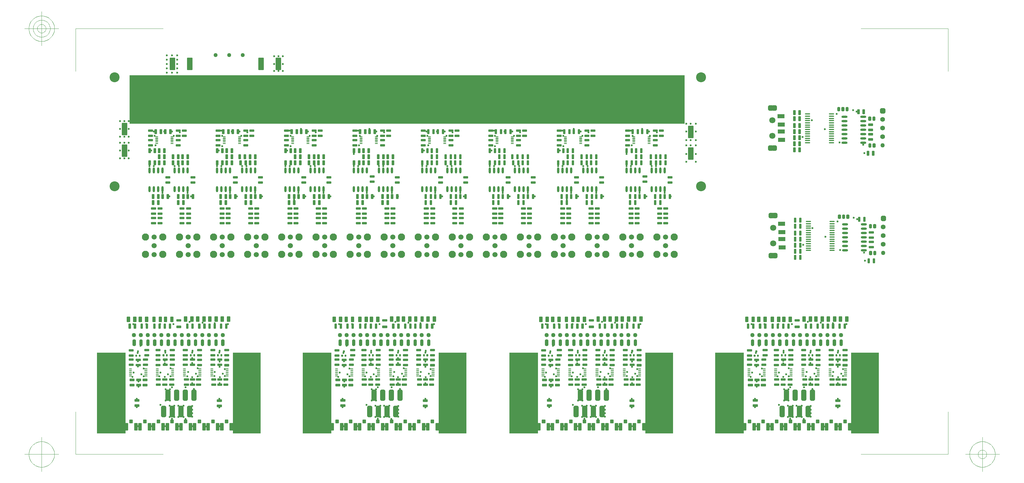
<source format=gbr>
G04 Generated by Ultiboard *
%FSLAX25Y25*%
%MOMM*%

%ADD10C,0.00100*%
%ADD11C,0.10000*%
%ADD12C,0.60000*%
%ADD13C,2.70916*%
%ADD14C,1.82016*%
%ADD15C,2.11684*%
%ADD16R,0.27534X1.05867*%
%ADD17C,0.42316*%
%ADD18C,1.50000*%
%ADD19R,1.05867X0.27534*%
%ADD20O,0.60960X1.77800*%
%ADD21R,0.60000X1.80000*%
%ADD22C,0.40000*%
%ADD23R,0.60000X0.65000*%
%ADD24C,1.25000*%
%ADD25R,0.20000X1.20000*%
%ADD26C,0.80000*%
%ADD27R,0.57175X1.18567*%
%ADD28R,0.70000X0.10000*%
%ADD29C,0.20000*%
%ADD30R,0.10000X0.20000*%
%ADD31R,0.50000X2.30000*%
%ADD32C,1.00000*%
%ADD33C,2.92100*%
%ADD34R,1.16434X3.17500*%
%ADD35C,1.18516*%
%ADD36C,1.80000*%
%ADD37R,0.60000X0.60000*%
%ADD38R,2.00000X1.20000*%
%ADD39O,1.50000X0.40000*%
%ADD40R,0.27508X0.67716*%
%ADD41C,0.59284*%
%ADD42C,1.40000*%
%ADD43R,0.63500X0.63500*%
%ADD44C,0.88900*%
%ADD45C,1.27000*%
%ADD46O,1.77800X0.60960*%


%LNSolder Mask Top*%
%LPD*%
%FSLAX25Y25*%
%MOMM*%
G54D10*
G36*
X12222200Y113100D02*
X12222200Y2488000D01*
X13060300Y2488000D01*
X13060300Y113100D01*
X12222200Y113100D01*
G37*
G36*
X1081000Y9208400D02*
X1081000Y10630800D01*
X17362400Y10630800D01*
X17362400Y9208400D01*
X1081000Y9208400D01*
G37*
G36*
X6162200Y113100D02*
X6162200Y2488000D01*
X7000300Y2488000D01*
X7000300Y113100D01*
X6162200Y113100D01*
G37*
G36*
X122200Y113100D02*
X122200Y2488000D01*
X960300Y2488000D01*
X960300Y113100D01*
X122200Y113100D01*
G37*
G36*
X4109900Y113100D02*
X4109900Y2488000D01*
X4922200Y2488000D01*
X4922200Y113100D01*
X4109900Y113100D01*
G37*
G36*
X10149900Y113100D02*
X10149900Y2488000D01*
X10962200Y2488000D01*
X10962200Y113100D01*
X10149900Y113100D01*
G37*
G36*
X16209900Y113100D02*
X16209900Y2488000D01*
X17022200Y2488000D01*
X17022200Y113100D01*
X16209900Y113100D01*
G37*
G36*
X18262200Y113100D02*
X18262200Y2488000D01*
X19100300Y2488000D01*
X19100300Y113100D01*
X18262200Y113100D01*
G37*
G36*
X22249900Y113100D02*
X22249900Y2488000D01*
X23062200Y2488000D01*
X23062200Y113100D01*
X22249900Y113100D01*
G37*
G54D11*
X-500000Y-500000D02*
X-500000Y750000D01*
X-500000Y-500000D02*
X2059696Y-500000D01*
X25096960Y-500000D02*
X22537264Y-500000D01*
X25096960Y-500000D02*
X25096960Y750000D01*
X25096960Y12000000D02*
X25096960Y10750000D01*
X25096960Y12000000D02*
X22537264Y12000000D01*
X-500000Y12000000D02*
X2059696Y12000000D01*
X-500000Y12000000D02*
X-500000Y10750000D01*
X-1000000Y-500000D02*
X-2000000Y-500000D01*
X-1500000Y-1000000D02*
X-1500000Y0D01*
X-1125000Y-500000D02*
X-1126806Y-463244D01*
X-1126806Y-463244D02*
X-1132206Y-426841D01*
X-1132206Y-426841D02*
X-1141147Y-391143D01*
X-1141147Y-391143D02*
X-1153545Y-356494D01*
X-1153545Y-356494D02*
X-1169280Y-323226D01*
X-1169280Y-323226D02*
X-1188199Y-291661D01*
X-1188199Y-291661D02*
X-1210121Y-262103D01*
X-1210121Y-262103D02*
X-1234835Y-234835D01*
X-1234835Y-234835D02*
X-1262103Y-210121D01*
X-1262103Y-210121D02*
X-1291661Y-188199D01*
X-1291661Y-188199D02*
X-1323226Y-169280D01*
X-1323226Y-169280D02*
X-1356494Y-153545D01*
X-1356494Y-153545D02*
X-1391143Y-141147D01*
X-1391143Y-141147D02*
X-1426841Y-132206D01*
X-1426841Y-132206D02*
X-1463244Y-126806D01*
X-1463244Y-126806D02*
X-1500000Y-125000D01*
X-1500000Y-125000D02*
X-1536756Y-126806D01*
X-1536756Y-126806D02*
X-1573159Y-132206D01*
X-1573159Y-132206D02*
X-1608857Y-141147D01*
X-1608857Y-141147D02*
X-1643506Y-153545D01*
X-1643506Y-153545D02*
X-1676774Y-169280D01*
X-1676774Y-169280D02*
X-1708339Y-188199D01*
X-1708339Y-188199D02*
X-1737897Y-210121D01*
X-1737897Y-210121D02*
X-1765165Y-234835D01*
X-1765165Y-234835D02*
X-1789879Y-262103D01*
X-1789879Y-262103D02*
X-1811801Y-291661D01*
X-1811801Y-291661D02*
X-1830720Y-323226D01*
X-1830720Y-323226D02*
X-1846455Y-356494D01*
X-1846455Y-356494D02*
X-1858853Y-391143D01*
X-1858853Y-391143D02*
X-1867794Y-426841D01*
X-1867794Y-426841D02*
X-1873194Y-463244D01*
X-1873194Y-463244D02*
X-1875000Y-500000D01*
X-1875000Y-500000D02*
X-1873194Y-536756D01*
X-1873194Y-536756D02*
X-1867794Y-573159D01*
X-1867794Y-573159D02*
X-1858853Y-608857D01*
X-1858853Y-608857D02*
X-1846455Y-643506D01*
X-1846455Y-643506D02*
X-1830720Y-676774D01*
X-1830720Y-676774D02*
X-1811801Y-708339D01*
X-1811801Y-708339D02*
X-1789879Y-737897D01*
X-1789879Y-737897D02*
X-1765165Y-765165D01*
X-1765165Y-765165D02*
X-1737897Y-789879D01*
X-1737897Y-789879D02*
X-1708339Y-811801D01*
X-1708339Y-811801D02*
X-1676774Y-830720D01*
X-1676774Y-830720D02*
X-1643506Y-846455D01*
X-1643506Y-846455D02*
X-1608857Y-858853D01*
X-1608857Y-858853D02*
X-1573159Y-867794D01*
X-1573159Y-867794D02*
X-1536756Y-873194D01*
X-1536756Y-873194D02*
X-1500000Y-875000D01*
X-1500000Y-875000D02*
X-1463244Y-873194D01*
X-1463244Y-873194D02*
X-1426841Y-867794D01*
X-1426841Y-867794D02*
X-1391143Y-858853D01*
X-1391143Y-858853D02*
X-1356494Y-846455D01*
X-1356494Y-846455D02*
X-1323226Y-830720D01*
X-1323226Y-830720D02*
X-1291661Y-811801D01*
X-1291661Y-811801D02*
X-1262103Y-789879D01*
X-1262103Y-789879D02*
X-1234835Y-765165D01*
X-1234835Y-765165D02*
X-1210121Y-737897D01*
X-1210121Y-737897D02*
X-1188199Y-708339D01*
X-1188199Y-708339D02*
X-1169280Y-676774D01*
X-1169280Y-676774D02*
X-1153545Y-643506D01*
X-1153545Y-643506D02*
X-1141147Y-608857D01*
X-1141147Y-608857D02*
X-1132206Y-573159D01*
X-1132206Y-573159D02*
X-1126806Y-536756D01*
X-1126806Y-536756D02*
X-1125000Y-500000D01*
X25596960Y-500000D02*
X26596960Y-500000D01*
X26096960Y-1000000D02*
X26096960Y0D01*
X26471960Y-500000D02*
X26470154Y-463244D01*
X26470154Y-463244D02*
X26464754Y-426841D01*
X26464754Y-426841D02*
X26455813Y-391143D01*
X26455813Y-391143D02*
X26443415Y-356494D01*
X26443415Y-356494D02*
X26427680Y-323226D01*
X26427680Y-323226D02*
X26408761Y-291661D01*
X26408761Y-291661D02*
X26386839Y-262103D01*
X26386839Y-262103D02*
X26362125Y-234835D01*
X26362125Y-234835D02*
X26334857Y-210121D01*
X26334857Y-210121D02*
X26305299Y-188199D01*
X26305299Y-188199D02*
X26273734Y-169280D01*
X26273734Y-169280D02*
X26240466Y-153545D01*
X26240466Y-153545D02*
X26205817Y-141147D01*
X26205817Y-141147D02*
X26170119Y-132206D01*
X26170119Y-132206D02*
X26133716Y-126806D01*
X26133716Y-126806D02*
X26096960Y-125000D01*
X26096960Y-125000D02*
X26060204Y-126806D01*
X26060204Y-126806D02*
X26023801Y-132206D01*
X26023801Y-132206D02*
X25988103Y-141147D01*
X25988103Y-141147D02*
X25953454Y-153545D01*
X25953454Y-153545D02*
X25920186Y-169280D01*
X25920186Y-169280D02*
X25888621Y-188199D01*
X25888621Y-188199D02*
X25859063Y-210121D01*
X25859063Y-210121D02*
X25831795Y-234835D01*
X25831795Y-234835D02*
X25807081Y-262103D01*
X25807081Y-262103D02*
X25785159Y-291661D01*
X25785159Y-291661D02*
X25766240Y-323226D01*
X25766240Y-323226D02*
X25750505Y-356494D01*
X25750505Y-356494D02*
X25738107Y-391143D01*
X25738107Y-391143D02*
X25729166Y-426841D01*
X25729166Y-426841D02*
X25723766Y-463244D01*
X25723766Y-463244D02*
X25721960Y-500000D01*
X25721960Y-500000D02*
X25723766Y-536756D01*
X25723766Y-536756D02*
X25729166Y-573159D01*
X25729166Y-573159D02*
X25738107Y-608857D01*
X25738107Y-608857D02*
X25750505Y-643506D01*
X25750505Y-643506D02*
X25766240Y-676774D01*
X25766240Y-676774D02*
X25785159Y-708339D01*
X25785159Y-708339D02*
X25807081Y-737897D01*
X25807081Y-737897D02*
X25831795Y-765165D01*
X25831795Y-765165D02*
X25859063Y-789879D01*
X25859063Y-789879D02*
X25888621Y-811801D01*
X25888621Y-811801D02*
X25920186Y-830720D01*
X25920186Y-830720D02*
X25953454Y-846455D01*
X25953454Y-846455D02*
X25988103Y-858853D01*
X25988103Y-858853D02*
X26023801Y-867794D01*
X26023801Y-867794D02*
X26060204Y-873194D01*
X26060204Y-873194D02*
X26096960Y-875000D01*
X26096960Y-875000D02*
X26133716Y-873194D01*
X26133716Y-873194D02*
X26170119Y-867794D01*
X26170119Y-867794D02*
X26205817Y-858853D01*
X26205817Y-858853D02*
X26240466Y-846455D01*
X26240466Y-846455D02*
X26273734Y-830720D01*
X26273734Y-830720D02*
X26305299Y-811801D01*
X26305299Y-811801D02*
X26334857Y-789879D01*
X26334857Y-789879D02*
X26362125Y-765165D01*
X26362125Y-765165D02*
X26386839Y-737897D01*
X26386839Y-737897D02*
X26408761Y-708339D01*
X26408761Y-708339D02*
X26427680Y-676774D01*
X26427680Y-676774D02*
X26443415Y-643506D01*
X26443415Y-643506D02*
X26455813Y-608857D01*
X26455813Y-608857D02*
X26464754Y-573159D01*
X26464754Y-573159D02*
X26470154Y-536756D01*
X26470154Y-536756D02*
X26471960Y-500000D01*
X26221960Y-500000D02*
X26221358Y-487748D01*
X26221358Y-487748D02*
X26219558Y-475614D01*
X26219558Y-475614D02*
X26216578Y-463715D01*
X26216578Y-463715D02*
X26212445Y-452165D01*
X26212445Y-452165D02*
X26207200Y-441076D01*
X26207200Y-441076D02*
X26200894Y-430554D01*
X26200894Y-430554D02*
X26193586Y-420701D01*
X26193586Y-420701D02*
X26185348Y-411612D01*
X26185348Y-411612D02*
X26176259Y-403374D01*
X26176259Y-403374D02*
X26166406Y-396066D01*
X26166406Y-396066D02*
X26155885Y-389760D01*
X26155885Y-389760D02*
X26144795Y-384515D01*
X26144795Y-384515D02*
X26133246Y-380383D01*
X26133246Y-380383D02*
X26121346Y-377402D01*
X26121346Y-377402D02*
X26109212Y-375602D01*
X26109212Y-375602D02*
X26096960Y-375000D01*
X26096960Y-375000D02*
X26084708Y-375602D01*
X26084708Y-375602D02*
X26072574Y-377402D01*
X26072574Y-377402D02*
X26060675Y-380383D01*
X26060675Y-380383D02*
X26049125Y-384515D01*
X26049125Y-384515D02*
X26038036Y-389760D01*
X26038036Y-389760D02*
X26027514Y-396066D01*
X26027514Y-396066D02*
X26017661Y-403374D01*
X26017661Y-403374D02*
X26008572Y-411612D01*
X26008572Y-411612D02*
X26000334Y-420701D01*
X26000334Y-420701D02*
X25993026Y-430554D01*
X25993026Y-430554D02*
X25986720Y-441076D01*
X25986720Y-441076D02*
X25981475Y-452165D01*
X25981475Y-452165D02*
X25977343Y-463715D01*
X25977343Y-463715D02*
X25974362Y-475614D01*
X25974362Y-475614D02*
X25972562Y-487748D01*
X25972562Y-487748D02*
X25971960Y-500000D01*
X25971960Y-500000D02*
X25972562Y-512252D01*
X25972562Y-512252D02*
X25974362Y-524386D01*
X25974362Y-524386D02*
X25977343Y-536286D01*
X25977343Y-536286D02*
X25981475Y-547835D01*
X25981475Y-547835D02*
X25986720Y-558925D01*
X25986720Y-558925D02*
X25993026Y-569446D01*
X25993026Y-569446D02*
X26000334Y-579299D01*
X26000334Y-579299D02*
X26008572Y-588388D01*
X26008572Y-588388D02*
X26017661Y-596626D01*
X26017661Y-596626D02*
X26027514Y-603934D01*
X26027514Y-603934D02*
X26038036Y-610240D01*
X26038036Y-610240D02*
X26049125Y-615485D01*
X26049125Y-615485D02*
X26060675Y-619618D01*
X26060675Y-619618D02*
X26072574Y-622598D01*
X26072574Y-622598D02*
X26084708Y-624398D01*
X26084708Y-624398D02*
X26096960Y-625000D01*
X26096960Y-625000D02*
X26109212Y-624398D01*
X26109212Y-624398D02*
X26121346Y-622598D01*
X26121346Y-622598D02*
X26133246Y-619618D01*
X26133246Y-619618D02*
X26144795Y-615485D01*
X26144795Y-615485D02*
X26155885Y-610240D01*
X26155885Y-610240D02*
X26166406Y-603934D01*
X26166406Y-603934D02*
X26176259Y-596626D01*
X26176259Y-596626D02*
X26185348Y-588388D01*
X26185348Y-588388D02*
X26193586Y-579299D01*
X26193586Y-579299D02*
X26200894Y-569446D01*
X26200894Y-569446D02*
X26207200Y-558925D01*
X26207200Y-558925D02*
X26212445Y-547835D01*
X26212445Y-547835D02*
X26216578Y-536286D01*
X26216578Y-536286D02*
X26219558Y-524386D01*
X26219558Y-524386D02*
X26221358Y-512252D01*
X26221358Y-512252D02*
X26221960Y-500000D01*
X-1000000Y12000000D02*
X-2000000Y12000000D01*
X-1500000Y11500000D02*
X-1500000Y12500000D01*
X-1125000Y12000000D02*
X-1126806Y12036757D01*
X-1126806Y12036757D02*
X-1132206Y12073159D01*
X-1132206Y12073159D02*
X-1141147Y12108857D01*
X-1141147Y12108857D02*
X-1153545Y12143506D01*
X-1153545Y12143506D02*
X-1169280Y12176774D01*
X-1169280Y12176774D02*
X-1188199Y12208339D01*
X-1188199Y12208339D02*
X-1210121Y12237898D01*
X-1210121Y12237898D02*
X-1234835Y12265165D01*
X-1234835Y12265165D02*
X-1262103Y12289879D01*
X-1262103Y12289879D02*
X-1291661Y12311801D01*
X-1291661Y12311801D02*
X-1323226Y12330721D01*
X-1323226Y12330721D02*
X-1356494Y12346455D01*
X-1356494Y12346455D02*
X-1391143Y12358853D01*
X-1391143Y12358853D02*
X-1426841Y12367795D01*
X-1426841Y12367795D02*
X-1463244Y12373194D01*
X-1463244Y12373194D02*
X-1500000Y12375000D01*
X-1500000Y12375000D02*
X-1536756Y12373194D01*
X-1536756Y12373194D02*
X-1573159Y12367795D01*
X-1573159Y12367795D02*
X-1608857Y12358853D01*
X-1608857Y12358853D02*
X-1643506Y12346455D01*
X-1643506Y12346455D02*
X-1676774Y12330721D01*
X-1676774Y12330721D02*
X-1708339Y12311801D01*
X-1708339Y12311801D02*
X-1737897Y12289879D01*
X-1737897Y12289879D02*
X-1765165Y12265165D01*
X-1765165Y12265165D02*
X-1789879Y12237898D01*
X-1789879Y12237898D02*
X-1811801Y12208339D01*
X-1811801Y12208339D02*
X-1830720Y12176774D01*
X-1830720Y12176774D02*
X-1846455Y12143506D01*
X-1846455Y12143506D02*
X-1858853Y12108857D01*
X-1858853Y12108857D02*
X-1867794Y12073159D01*
X-1867794Y12073159D02*
X-1873194Y12036757D01*
X-1873194Y12036757D02*
X-1875000Y12000000D01*
X-1875000Y12000000D02*
X-1873194Y11963244D01*
X-1873194Y11963244D02*
X-1867794Y11926841D01*
X-1867794Y11926841D02*
X-1858853Y11891143D01*
X-1858853Y11891143D02*
X-1846455Y11856494D01*
X-1846455Y11856494D02*
X-1830720Y11823226D01*
X-1830720Y11823226D02*
X-1811801Y11791661D01*
X-1811801Y11791661D02*
X-1789879Y11762103D01*
X-1789879Y11762103D02*
X-1765165Y11734835D01*
X-1765165Y11734835D02*
X-1737897Y11710121D01*
X-1737897Y11710121D02*
X-1708339Y11688199D01*
X-1708339Y11688199D02*
X-1676774Y11669280D01*
X-1676774Y11669280D02*
X-1643506Y11653545D01*
X-1643506Y11653545D02*
X-1608857Y11641148D01*
X-1608857Y11641148D02*
X-1573159Y11632206D01*
X-1573159Y11632206D02*
X-1536756Y11626806D01*
X-1536756Y11626806D02*
X-1500000Y11625000D01*
X-1500000Y11625000D02*
X-1463244Y11626806D01*
X-1463244Y11626806D02*
X-1426841Y11632206D01*
X-1426841Y11632206D02*
X-1391143Y11641148D01*
X-1391143Y11641148D02*
X-1356494Y11653545D01*
X-1356494Y11653545D02*
X-1323226Y11669280D01*
X-1323226Y11669280D02*
X-1291661Y11688199D01*
X-1291661Y11688199D02*
X-1262103Y11710121D01*
X-1262103Y11710121D02*
X-1234835Y11734835D01*
X-1234835Y11734835D02*
X-1210121Y11762103D01*
X-1210121Y11762103D02*
X-1188199Y11791661D01*
X-1188199Y11791661D02*
X-1169280Y11823226D01*
X-1169280Y11823226D02*
X-1153545Y11856494D01*
X-1153545Y11856494D02*
X-1141147Y11891143D01*
X-1141147Y11891143D02*
X-1132206Y11926841D01*
X-1132206Y11926841D02*
X-1126806Y11963244D01*
X-1126806Y11963244D02*
X-1125000Y12000000D01*
X-1250000Y12000000D02*
X-1251204Y12024504D01*
X-1251204Y12024504D02*
X-1254804Y12048773D01*
X-1254804Y12048773D02*
X-1260765Y12072571D01*
X-1260765Y12072571D02*
X-1269030Y12095671D01*
X-1269030Y12095671D02*
X-1279520Y12117849D01*
X-1279520Y12117849D02*
X-1292133Y12138893D01*
X-1292133Y12138893D02*
X-1306747Y12158598D01*
X-1306747Y12158598D02*
X-1323223Y12176777D01*
X-1323223Y12176777D02*
X-1341402Y12193253D01*
X-1341402Y12193253D02*
X-1361108Y12207868D01*
X-1361108Y12207868D02*
X-1382151Y12220480D01*
X-1382151Y12220480D02*
X-1404329Y12230970D01*
X-1404329Y12230970D02*
X-1427429Y12239235D01*
X-1427429Y12239235D02*
X-1451228Y12245196D01*
X-1451228Y12245196D02*
X-1475496Y12248796D01*
X-1475496Y12248796D02*
X-1500000Y12250000D01*
X-1500000Y12250000D02*
X-1524504Y12248796D01*
X-1524504Y12248796D02*
X-1548773Y12245196D01*
X-1548773Y12245196D02*
X-1572571Y12239235D01*
X-1572571Y12239235D02*
X-1595671Y12230970D01*
X-1595671Y12230970D02*
X-1617849Y12220480D01*
X-1617849Y12220480D02*
X-1638893Y12207868D01*
X-1638893Y12207868D02*
X-1658598Y12193253D01*
X-1658598Y12193253D02*
X-1676777Y12176777D01*
X-1676777Y12176777D02*
X-1693253Y12158598D01*
X-1693253Y12158598D02*
X-1707867Y12138893D01*
X-1707867Y12138893D02*
X-1720480Y12117849D01*
X-1720480Y12117849D02*
X-1730970Y12095671D01*
X-1730970Y12095671D02*
X-1739235Y12072571D01*
X-1739235Y12072571D02*
X-1745196Y12048773D01*
X-1745196Y12048773D02*
X-1748796Y12024504D01*
X-1748796Y12024504D02*
X-1750000Y12000000D01*
X-1750000Y12000000D02*
X-1748796Y11975496D01*
X-1748796Y11975496D02*
X-1745196Y11951228D01*
X-1745196Y11951228D02*
X-1739235Y11927429D01*
X-1739235Y11927429D02*
X-1730970Y11904329D01*
X-1730970Y11904329D02*
X-1720480Y11882151D01*
X-1720480Y11882151D02*
X-1707867Y11861108D01*
X-1707867Y11861108D02*
X-1693253Y11841402D01*
X-1693253Y11841402D02*
X-1676777Y11823223D01*
X-1676777Y11823223D02*
X-1658598Y11806748D01*
X-1658598Y11806748D02*
X-1638893Y11792133D01*
X-1638893Y11792133D02*
X-1617849Y11779520D01*
X-1617849Y11779520D02*
X-1595671Y11769030D01*
X-1595671Y11769030D02*
X-1572571Y11760765D01*
X-1572571Y11760765D02*
X-1548773Y11754804D01*
X-1548773Y11754804D02*
X-1524504Y11751204D01*
X-1524504Y11751204D02*
X-1500000Y11750000D01*
X-1500000Y11750000D02*
X-1475496Y11751204D01*
X-1475496Y11751204D02*
X-1451228Y11754804D01*
X-1451228Y11754804D02*
X-1427429Y11760765D01*
X-1427429Y11760765D02*
X-1404329Y11769030D01*
X-1404329Y11769030D02*
X-1382151Y11779520D01*
X-1382151Y11779520D02*
X-1361108Y11792133D01*
X-1361108Y11792133D02*
X-1341402Y11806748D01*
X-1341402Y11806748D02*
X-1323223Y11823223D01*
X-1323223Y11823223D02*
X-1306747Y11841402D01*
X-1306747Y11841402D02*
X-1292133Y11861108D01*
X-1292133Y11861108D02*
X-1279520Y11882151D01*
X-1279520Y11882151D02*
X-1269030Y11904329D01*
X-1269030Y11904329D02*
X-1260765Y11927429D01*
X-1260765Y11927429D02*
X-1254804Y11951228D01*
X-1254804Y11951228D02*
X-1251204Y11975496D01*
X-1251204Y11975496D02*
X-1250000Y12000000D01*
X-1375000Y12000000D02*
X-1375602Y12012252D01*
X-1375602Y12012252D02*
X-1377402Y12024386D01*
X-1377402Y12024386D02*
X-1380383Y12036286D01*
X-1380383Y12036286D02*
X-1384515Y12047836D01*
X-1384515Y12047836D02*
X-1389760Y12058925D01*
X-1389760Y12058925D02*
X-1396066Y12069446D01*
X-1396066Y12069446D02*
X-1403374Y12079299D01*
X-1403374Y12079299D02*
X-1411612Y12088388D01*
X-1411612Y12088388D02*
X-1420701Y12096626D01*
X-1420701Y12096626D02*
X-1430554Y12103934D01*
X-1430554Y12103934D02*
X-1441076Y12110240D01*
X-1441076Y12110240D02*
X-1452165Y12115485D01*
X-1452165Y12115485D02*
X-1463715Y12119618D01*
X-1463715Y12119618D02*
X-1475614Y12122598D01*
X-1475614Y12122598D02*
X-1487748Y12124398D01*
X-1487748Y12124398D02*
X-1500000Y12125000D01*
X-1500000Y12125000D02*
X-1512252Y12124398D01*
X-1512252Y12124398D02*
X-1524386Y12122598D01*
X-1524386Y12122598D02*
X-1536286Y12119618D01*
X-1536286Y12119618D02*
X-1547835Y12115485D01*
X-1547835Y12115485D02*
X-1558925Y12110240D01*
X-1558925Y12110240D02*
X-1569446Y12103934D01*
X-1569446Y12103934D02*
X-1579299Y12096626D01*
X-1579299Y12096626D02*
X-1588388Y12088388D01*
X-1588388Y12088388D02*
X-1596626Y12079299D01*
X-1596626Y12079299D02*
X-1603934Y12069446D01*
X-1603934Y12069446D02*
X-1610240Y12058925D01*
X-1610240Y12058925D02*
X-1615485Y12047836D01*
X-1615485Y12047836D02*
X-1619618Y12036286D01*
X-1619618Y12036286D02*
X-1622598Y12024386D01*
X-1622598Y12024386D02*
X-1624398Y12012252D01*
X-1624398Y12012252D02*
X-1625000Y12000000D01*
X-1625000Y12000000D02*
X-1624398Y11987748D01*
X-1624398Y11987748D02*
X-1622598Y11975614D01*
X-1622598Y11975614D02*
X-1619618Y11963715D01*
X-1619618Y11963715D02*
X-1615485Y11952165D01*
X-1615485Y11952165D02*
X-1610240Y11941076D01*
X-1610240Y11941076D02*
X-1603934Y11930554D01*
X-1603934Y11930554D02*
X-1596626Y11920701D01*
X-1596626Y11920701D02*
X-1588388Y11911612D01*
X-1588388Y11911612D02*
X-1579299Y11903374D01*
X-1579299Y11903374D02*
X-1569446Y11896066D01*
X-1569446Y11896066D02*
X-1558925Y11889760D01*
X-1558925Y11889760D02*
X-1547835Y11884515D01*
X-1547835Y11884515D02*
X-1536286Y11880383D01*
X-1536286Y11880383D02*
X-1524386Y11877402D01*
X-1524386Y11877402D02*
X-1512252Y11875602D01*
X-1512252Y11875602D02*
X-1500000Y11875000D01*
X-1500000Y11875000D02*
X-1487748Y11875602D01*
X-1487748Y11875602D02*
X-1475614Y11877402D01*
X-1475614Y11877402D02*
X-1463715Y11880383D01*
X-1463715Y11880383D02*
X-1452165Y11884515D01*
X-1452165Y11884515D02*
X-1441076Y11889760D01*
X-1441076Y11889760D02*
X-1430554Y11896066D01*
X-1430554Y11896066D02*
X-1420701Y11903374D01*
X-1420701Y11903374D02*
X-1411612Y11911612D01*
X-1411612Y11911612D02*
X-1403374Y11920701D01*
X-1403374Y11920701D02*
X-1396066Y11930554D01*
X-1396066Y11930554D02*
X-1389760Y11941076D01*
X-1389760Y11941076D02*
X-1384515Y11952165D01*
X-1384515Y11952165D02*
X-1380383Y11963715D01*
X-1380383Y11963715D02*
X-1377402Y11975614D01*
X-1377402Y11975614D02*
X-1375602Y11987748D01*
X-1375602Y11987748D02*
X-1375000Y12000000D01*
G54D12*
X12764000Y7176400D03*
X6389600Y7963800D03*
X6364200Y8852800D03*
X3220900Y3364300D03*
X885400Y1564600D03*
X221900Y1565100D03*
X1341300Y1637100D03*
X218400Y777200D03*
X220000Y434300D03*
X220000Y320000D03*
X220000Y205700D03*
X218400Y548600D03*
X218400Y662900D03*
X218700Y1230700D03*
X220300Y887800D03*
X220300Y1116400D03*
X220300Y1002100D03*
X218700Y1345000D03*
X218700Y1459300D03*
X881900Y776700D03*
X883500Y433800D03*
X883500Y319500D03*
X883500Y205200D03*
X881900Y662400D03*
X881900Y548100D03*
X1315900Y329000D03*
X882200Y1230200D03*
X883800Y1115900D03*
X883800Y1001600D03*
X883800Y887300D03*
X882200Y1458800D03*
X882200Y1344500D03*
X1290500Y887800D03*
X1290500Y1129100D03*
X1341300Y1484700D03*
X222200Y2361500D03*
X220300Y2022300D03*
X221900Y1679400D03*
X220300Y1908000D03*
X221900Y1793700D03*
X220300Y2136600D03*
X222200Y2247200D03*
X885700Y2361000D03*
X1201600Y1903800D03*
X1163500Y1776800D03*
X883800Y2021800D03*
X883800Y1907500D03*
X885400Y1793200D03*
X885400Y1678900D03*
X885700Y2246700D03*
X883800Y2136100D03*
X1493700Y2018100D03*
X1493700Y1789500D03*
X1430200Y1853000D03*
X1328600Y2081600D03*
X1328600Y2234000D03*
X1214300Y2843600D03*
X1315900Y2475300D03*
X1404800Y2691200D03*
X2916100Y1586300D03*
X2395400Y925900D03*
X2395400Y595700D03*
X1722300Y329000D03*
X2116000Y329000D03*
X2322200Y541900D03*
X2255700Y595700D03*
X1989000Y951300D03*
X2255700Y925900D03*
X2141400Y1078300D03*
X2268400Y1078300D03*
X2141400Y1408500D03*
X2322200Y1469000D03*
X2268400Y1408500D03*
X2922200Y807200D03*
X2522400Y329000D03*
X2722200Y535600D03*
X2509700Y595700D03*
X2662100Y595700D03*
X2916100Y329000D03*
X2922200Y607200D03*
X2922200Y707200D03*
X2509700Y925900D03*
X2662100Y925900D03*
X2725600Y1472000D03*
X2922200Y917200D03*
X2971200Y1416900D03*
X1989000Y1903800D03*
X1950900Y1789500D03*
X2281100Y2030800D03*
X2116000Y1776800D03*
X2281100Y1789500D03*
X2204900Y1853000D03*
X2116000Y2246700D03*
X2116000Y2170500D03*
X2128700Y2488000D03*
X2776400Y1789500D03*
X2801800Y1916500D03*
X3081200Y2030800D03*
X2916100Y1764100D03*
X3030400Y1865700D03*
X3081200Y1789500D03*
X2916100Y2183200D03*
X2916100Y2322900D03*
X2916100Y2488000D03*
X1569900Y3326200D03*
X1188900Y3326200D03*
X2370000Y3326200D03*
X1976300Y3326200D03*
X2839900Y3389700D03*
X4798400Y548600D03*
X4800300Y2136600D03*
X4802200Y2247200D03*
X4802200Y2361500D03*
X4798700Y1345000D03*
X4801900Y1679400D03*
X4800300Y2022300D03*
X4800300Y1908000D03*
X4801900Y1793700D03*
X4801900Y1565100D03*
X4798700Y1459300D03*
X4800300Y887800D03*
X4798700Y1230700D03*
X4800300Y1116400D03*
X4800300Y1002100D03*
X4798400Y777200D03*
X4798400Y662900D03*
X4800000Y434300D03*
X4800000Y320000D03*
X4800000Y205700D03*
X4166100Y1566000D03*
X3721500Y1586300D03*
X3322500Y316300D03*
X3716200Y329000D03*
X3716200Y875100D03*
X3716200Y1129100D03*
X4162600Y778100D03*
X4164200Y435200D03*
X4164200Y320900D03*
X4164200Y206600D03*
X4162600Y549500D03*
X4162600Y663800D03*
X4162900Y1231600D03*
X4164500Y1117300D03*
X4164500Y1003000D03*
X4164500Y888700D03*
X4162900Y1460200D03*
X4162900Y1345900D03*
X3581800Y1916500D03*
X3569100Y1802200D03*
X3873900Y2005400D03*
X3728900Y1764100D03*
X3873900Y1802200D03*
X3817800Y1865700D03*
X3721500Y2068900D03*
X3721500Y2221300D03*
X3614600Y2843600D03*
X3805100Y2843600D03*
X3716200Y2488000D03*
X4166400Y2362400D03*
X4164500Y2023200D03*
X4164500Y1908900D03*
X4166100Y1794600D03*
X4166100Y1680300D03*
X4166400Y2248100D03*
X4164500Y2137500D03*
X6261900Y1565100D03*
X6258400Y777200D03*
X6260000Y434300D03*
X6260000Y320000D03*
X6260000Y205700D03*
X6258400Y548600D03*
X6258400Y662900D03*
X6258700Y1230700D03*
X6260300Y887800D03*
X6260300Y1116400D03*
X6260300Y1002100D03*
X6258700Y1345000D03*
X6258700Y1459300D03*
X6262200Y2361500D03*
X6260300Y2022300D03*
X6261900Y1679400D03*
X6260300Y1908000D03*
X6261900Y1793700D03*
X6260300Y2136600D03*
X6262200Y2247200D03*
X3970200Y3326200D03*
X3576500Y3351600D03*
X801600Y9056000D03*
X801600Y9284600D03*
X801600Y8649600D03*
X801600Y8827400D03*
X801600Y8421000D03*
X801600Y8192400D03*
X928600Y8827400D03*
X1055600Y8827400D03*
X1055600Y8421000D03*
X928600Y8192400D03*
X1055600Y8192400D03*
X928600Y8649600D03*
X1055600Y8649600D03*
X1055600Y9056000D03*
X928600Y9284600D03*
X1055600Y9284600D03*
X1665200Y7963800D03*
X2528800Y7963800D03*
X1792200Y7963800D03*
X2401800Y7963800D03*
X2046200Y7176400D03*
X2249400Y7074800D03*
X2782800Y7176400D03*
X2884400Y7074800D03*
X2376400Y8852800D03*
X1716000Y8421000D03*
X1843000Y8573400D03*
X1792200Y8979800D03*
X1817600Y8852800D03*
X2097000Y8979800D03*
X2325600Y8979800D03*
X2554200Y8954400D03*
X2173200Y11215000D03*
X2478000Y11215000D03*
X2325600Y11215000D03*
X2173200Y10834000D03*
X2173200Y10707000D03*
X2325600Y10707000D03*
X2173200Y11088000D03*
X2173200Y10961000D03*
X2478000Y10834000D03*
X2478000Y10707000D03*
X2478000Y11088000D03*
X2478000Y10961000D03*
X4764000Y7176400D03*
X3773400Y7963800D03*
X3646400Y7963800D03*
X4510000Y7963800D03*
X4383000Y7963800D03*
X4027400Y7176400D03*
X4230600Y7074800D03*
X3697200Y8421000D03*
X3798800Y8548000D03*
X3773400Y9005200D03*
X3798800Y8852800D03*
X4357600Y8852800D03*
X4078200Y8979800D03*
X4306800Y8979800D03*
X4535400Y8954400D03*
X5780000Y7963800D03*
X5653000Y7963800D03*
X4967200Y7074800D03*
X6034000Y7176400D03*
X5907000Y6973200D03*
X6237200Y7074800D03*
X5703800Y8421000D03*
X5805400Y8548000D03*
X5780000Y9005200D03*
X5805400Y8852800D03*
X6110200Y9056000D03*
X6313400Y8979800D03*
X5322800Y11189600D03*
X5576800Y11189600D03*
X5449800Y11189600D03*
X5576800Y10961000D03*
X5576800Y10757800D03*
X5322800Y10757800D03*
X5449800Y10757800D03*
X5322800Y10961000D03*
X9621800Y1916500D03*
X9609100Y1802200D03*
X9616500Y3351600D03*
X8029000Y951300D03*
X8029000Y1903800D03*
X7990900Y1789500D03*
X6925400Y1564600D03*
X7381300Y1637100D03*
X6921900Y776700D03*
X6923500Y433800D03*
X6923500Y319500D03*
X6923500Y205200D03*
X6921900Y662400D03*
X6921900Y548100D03*
X6922200Y1230200D03*
X6923800Y1115900D03*
X6923800Y1001600D03*
X6923800Y887300D03*
X6922200Y1458800D03*
X6922200Y1344500D03*
X7355900Y329000D03*
X7762300Y329000D03*
X7330500Y887800D03*
X7330500Y1129100D03*
X7381300Y1484700D03*
X7241600Y1903800D03*
X7203500Y1776800D03*
X6925700Y2361000D03*
X6923800Y2021800D03*
X6923800Y1907500D03*
X6925400Y1793200D03*
X6925400Y1678900D03*
X6925700Y2246700D03*
X6923800Y2136100D03*
X7533700Y2018100D03*
X7533700Y1789500D03*
X7470200Y1853000D03*
X7368600Y2081600D03*
X7368600Y2234000D03*
X7254300Y2843600D03*
X7355900Y2475300D03*
X7444800Y2691200D03*
X8956100Y1586300D03*
X8762200Y535600D03*
X8765600Y1472000D03*
X8435400Y595700D03*
X8362200Y541900D03*
X8156000Y329000D03*
X8295700Y595700D03*
X8562400Y329000D03*
X8549700Y595700D03*
X8702100Y595700D03*
X8435400Y925900D03*
X8362200Y1469000D03*
X8295700Y925900D03*
X8181400Y1078300D03*
X8308400Y1078300D03*
X8181400Y1408500D03*
X8308400Y1408500D03*
X8549700Y925900D03*
X8702100Y925900D03*
X8962200Y807200D03*
X8956100Y329000D03*
X8962200Y607200D03*
X8962200Y707200D03*
X9362500Y316300D03*
X8962200Y917200D03*
X9011200Y1416900D03*
X8816400Y1789500D03*
X8841800Y1916500D03*
X8321100Y2030800D03*
X8156000Y1776800D03*
X8321100Y1789500D03*
X8244900Y1853000D03*
X8156000Y2246700D03*
X8156000Y2170500D03*
X8168700Y2488000D03*
X9121200Y2030800D03*
X8956100Y1764100D03*
X9070400Y1865700D03*
X9121200Y1789500D03*
X8956100Y2183200D03*
X8956100Y2322900D03*
X8956100Y2488000D03*
X8016300Y3326200D03*
X7228900Y3326200D03*
X7609900Y3326200D03*
X8410000Y3326200D03*
X8879900Y3389700D03*
X9260900Y3364300D03*
X10841900Y1565100D03*
X10206100Y1566000D03*
X9761500Y1586300D03*
X10202600Y778100D03*
X9756200Y329000D03*
X10204200Y435200D03*
X10204200Y320900D03*
X10204200Y206600D03*
X10202600Y549500D03*
X10202600Y663800D03*
X9756200Y875100D03*
X9756200Y1129100D03*
X10202900Y1231600D03*
X10204500Y1117300D03*
X10204500Y1003000D03*
X10204500Y888700D03*
X10202900Y1460200D03*
X10202900Y1345900D03*
X10838400Y777200D03*
X10838400Y548600D03*
X10838400Y662900D03*
X10840000Y434300D03*
X10840000Y320000D03*
X10840000Y205700D03*
X10838700Y1345000D03*
X10838700Y1459300D03*
X10840300Y887800D03*
X10838700Y1230700D03*
X10840300Y1116400D03*
X10840300Y1002100D03*
X10206400Y2362400D03*
X9913900Y2005400D03*
X9768900Y1764100D03*
X9913900Y1802200D03*
X9857800Y1865700D03*
X9761500Y2068900D03*
X9761500Y2221300D03*
X10204500Y2023200D03*
X10204500Y1908900D03*
X10206100Y1794600D03*
X10206100Y1680300D03*
X10206400Y2248100D03*
X10204500Y2137500D03*
X9654600Y2843600D03*
X9845100Y2843600D03*
X9756200Y2488000D03*
X10842200Y2361500D03*
X10840300Y2136600D03*
X10842200Y2247200D03*
X10841900Y1679400D03*
X10840300Y2022300D03*
X10840300Y1908000D03*
X10841900Y1793700D03*
X12321900Y1565100D03*
X12318400Y777200D03*
X12320000Y434300D03*
X12320000Y320000D03*
X12320000Y205700D03*
X12318400Y548600D03*
X12318400Y662900D03*
X12318700Y1230700D03*
X12320300Y887800D03*
X12320300Y1116400D03*
X12320300Y1002100D03*
X12318700Y1345000D03*
X12318700Y1459300D03*
X12322200Y2361500D03*
X12320300Y2022300D03*
X12321900Y1679400D03*
X12320300Y1908000D03*
X12321900Y1793700D03*
X12320300Y2136600D03*
X12322200Y2247200D03*
X10010200Y3326200D03*
X8040600Y7176400D03*
X6516600Y7963800D03*
X7659600Y7963800D03*
X7786600Y7963800D03*
X6770600Y7176400D03*
X6973800Y7074800D03*
X6542000Y8954400D03*
X7659600Y8319400D03*
X7812000Y8573400D03*
X7786600Y9005200D03*
X7837400Y8852800D03*
X8523200Y7963800D03*
X8396200Y7963800D03*
X8777200Y7176400D03*
X8243800Y7074800D03*
X8955000Y7074800D03*
X8116800Y9056000D03*
X8320000Y8979800D03*
X8345400Y8852800D03*
X8548600Y8954400D03*
X9665200Y7963800D03*
X10528800Y7963800D03*
X9792200Y7963800D03*
X10401800Y7963800D03*
X10046200Y7176400D03*
X10249400Y7074800D03*
X10782800Y7176400D03*
X10884400Y7074800D03*
X10376400Y8852800D03*
X9716000Y8421000D03*
X9843000Y8573400D03*
X9792200Y8979800D03*
X9817600Y8852800D03*
X10097000Y8979800D03*
X10325600Y8979800D03*
X10554200Y8954400D03*
X11773400Y7963800D03*
X11646400Y7963800D03*
X12510000Y7963800D03*
X12383000Y7963800D03*
X12027400Y7176400D03*
X12230600Y7074800D03*
X11697200Y8421000D03*
X11798800Y8548000D03*
X11773400Y9005200D03*
X11798800Y8852800D03*
X12357600Y8852800D03*
X12078200Y8979800D03*
X12306800Y8979800D03*
X12535400Y8954400D03*
X15973900Y2005400D03*
X15973900Y1802200D03*
X14422200Y541900D03*
X14355700Y595700D03*
X14355700Y925900D03*
X14368400Y1078300D03*
X14422200Y1469000D03*
X14368400Y1408500D03*
X14381100Y2030800D03*
X14381100Y1789500D03*
X12985400Y1564600D03*
X13441300Y1637100D03*
X12981900Y776700D03*
X12983500Y433800D03*
X12983500Y319500D03*
X12983500Y205200D03*
X12981900Y662400D03*
X12981900Y548100D03*
X13415900Y329000D03*
X12982200Y1230200D03*
X12983800Y1115900D03*
X12983800Y1001600D03*
X12983800Y887300D03*
X12982200Y1458800D03*
X12982200Y1344500D03*
X13390500Y887800D03*
X13390500Y1129100D03*
X13441300Y1484700D03*
X13822300Y329000D03*
X14216000Y329000D03*
X14089000Y951300D03*
X14241400Y1078300D03*
X14241400Y1408500D03*
X13593700Y2018100D03*
X13593700Y1789500D03*
X12985700Y2361000D03*
X12983800Y2021800D03*
X12983800Y1907500D03*
X12985400Y1793200D03*
X12985400Y1678900D03*
X12985700Y2246700D03*
X12983800Y2136100D03*
X13301600Y1903800D03*
X13263500Y1776800D03*
X13530200Y1853000D03*
X13428600Y2081600D03*
X13428600Y2234000D03*
X13314300Y2843600D03*
X13415900Y2475300D03*
X13504800Y2691200D03*
X14089000Y1903800D03*
X14050900Y1789500D03*
X14216000Y1776800D03*
X14304900Y1853000D03*
X14216000Y2246700D03*
X14216000Y2170500D03*
X14228700Y2488000D03*
X15016100Y1586300D03*
X15821500Y1586300D03*
X15022200Y807200D03*
X14822200Y535600D03*
X14762100Y595700D03*
X14622400Y329000D03*
X14495400Y595700D03*
X14609700Y595700D03*
X15016100Y329000D03*
X15022200Y607200D03*
X15022200Y707200D03*
X14762100Y925900D03*
X14825600Y1472000D03*
X14495400Y925900D03*
X14609700Y925900D03*
X15022200Y917200D03*
X15071200Y1416900D03*
X15422500Y316300D03*
X15816200Y329000D03*
X15816200Y875100D03*
X15816200Y1129100D03*
X15181200Y2030800D03*
X15181200Y1789500D03*
X14876400Y1789500D03*
X14901800Y1916500D03*
X15016100Y1764100D03*
X15130400Y1865700D03*
X15016100Y2183200D03*
X15016100Y2322900D03*
X15016100Y2488000D03*
X15681800Y1916500D03*
X15669100Y1802200D03*
X15828900Y1764100D03*
X15917800Y1865700D03*
X15821500Y2068900D03*
X15821500Y2221300D03*
X15714600Y2843600D03*
X15905100Y2843600D03*
X15816200Y2488000D03*
X13288900Y3326200D03*
X13669900Y3326200D03*
X14076300Y3326200D03*
X14470000Y3326200D03*
X14939900Y3389700D03*
X15320900Y3364300D03*
X15676500Y3351600D03*
X16901900Y1565100D03*
X16266100Y1566000D03*
X16262600Y778100D03*
X16264200Y435200D03*
X16264200Y320900D03*
X16264200Y206600D03*
X16262600Y549500D03*
X16262600Y663800D03*
X16262900Y1231600D03*
X16264500Y1117300D03*
X16264500Y1003000D03*
X16264500Y888700D03*
X16262900Y1460200D03*
X16262900Y1345900D03*
X16898400Y777200D03*
X16900000Y434300D03*
X16900000Y320000D03*
X16900000Y205700D03*
X16898400Y548600D03*
X16898400Y662900D03*
X16898700Y1230700D03*
X16900300Y887800D03*
X16900300Y1116400D03*
X16900300Y1002100D03*
X16898700Y1345000D03*
X16898700Y1459300D03*
X16266400Y2362400D03*
X16264500Y2023200D03*
X16264500Y1908900D03*
X16266100Y1794600D03*
X16266100Y1680300D03*
X16266400Y2248100D03*
X16264500Y2137500D03*
X16902200Y2361500D03*
X16900300Y2022300D03*
X16901900Y1679400D03*
X16900300Y1908000D03*
X16901900Y1793700D03*
X16900300Y2136600D03*
X16902200Y2247200D03*
X19025400Y1564600D03*
X18361900Y1565100D03*
X18358400Y777200D03*
X18360000Y320000D03*
X18360000Y205700D03*
X18358400Y548600D03*
X18358400Y662900D03*
X18360000Y434300D03*
X18358700Y1230700D03*
X18360300Y887800D03*
X18360300Y1116400D03*
X18360300Y1002100D03*
X18358700Y1345000D03*
X18358700Y1459300D03*
X19021900Y776700D03*
X19023500Y433800D03*
X19023500Y319500D03*
X19023500Y205200D03*
X19021900Y662400D03*
X19021900Y548100D03*
X19022200Y1230200D03*
X19023800Y1115900D03*
X19023800Y1001600D03*
X19023800Y887300D03*
X19022200Y1458800D03*
X19022200Y1344500D03*
X18362200Y2361500D03*
X18360300Y2022300D03*
X18361900Y1679400D03*
X18360300Y1908000D03*
X18361900Y1793700D03*
X18360300Y2136600D03*
X18362200Y2247200D03*
X19025700Y2361000D03*
X19023800Y2021800D03*
X19023800Y1907500D03*
X19025400Y1793200D03*
X19025400Y1678900D03*
X19025700Y2246700D03*
X19023800Y2136100D03*
X16070200Y3326200D03*
X16040600Y7176400D03*
X14389600Y7963800D03*
X14364200Y8852800D03*
X13780000Y7963800D03*
X13653000Y7963800D03*
X12967200Y7074800D03*
X14034000Y7176400D03*
X13907000Y6973200D03*
X14237200Y7074800D03*
X13703800Y8421000D03*
X13805400Y8548000D03*
X13780000Y9005200D03*
X13805400Y8852800D03*
X14110200Y9056000D03*
X14313400Y8979800D03*
X14516600Y7963800D03*
X15659600Y7963800D03*
X15786600Y7963800D03*
X14770600Y7176400D03*
X14973800Y7074800D03*
X14542000Y8954400D03*
X15659600Y8319400D03*
X15812000Y8573400D03*
X15786600Y9005200D03*
X15837400Y8852800D03*
X16523200Y7963800D03*
X16396200Y7963800D03*
X16777200Y7176400D03*
X16243800Y7074800D03*
X16955000Y7074800D03*
X16116800Y9056000D03*
X16320000Y8979800D03*
X16345400Y8852800D03*
X16548600Y8954400D03*
X17413200Y8319400D03*
X17413200Y8090800D03*
X17540200Y8725800D03*
X17413200Y8725800D03*
X17413200Y8573400D03*
X17540200Y8573400D03*
X17540200Y9208400D03*
X17413200Y9208400D03*
X17413200Y8979800D03*
X17692600Y8319400D03*
X17692600Y8090800D03*
X17692600Y8725800D03*
X17692600Y8573400D03*
X17692600Y9208400D03*
X17692600Y8979800D03*
X22426600Y6404800D03*
X22326600Y6444800D03*
X20802100Y595700D03*
X20802100Y925900D03*
X19481300Y1637100D03*
X19455900Y329000D03*
X19862300Y329000D03*
X19430500Y887800D03*
X19430500Y1129100D03*
X19481300Y1484700D03*
X20395700Y595700D03*
X20256000Y329000D03*
X20662400Y329000D03*
X20535400Y595700D03*
X20462200Y541900D03*
X20649700Y595700D03*
X20395700Y925900D03*
X20408400Y1078300D03*
X20408400Y1408500D03*
X20129000Y951300D03*
X20281400Y1078300D03*
X20281400Y1408500D03*
X20535400Y925900D03*
X20649700Y925900D03*
X20462200Y1469000D03*
X19633700Y2018100D03*
X19633700Y1789500D03*
X19570200Y1853000D03*
X19341600Y1903800D03*
X19303500Y1776800D03*
X19468600Y2081600D03*
X19468600Y2234000D03*
X19354300Y2843600D03*
X19455900Y2475300D03*
X19544800Y2691200D03*
X20421100Y2030800D03*
X20421100Y1789500D03*
X20129000Y1903800D03*
X20090900Y1789500D03*
X20256000Y1776800D03*
X20344900Y1853000D03*
X20256000Y2246700D03*
X20256000Y2170500D03*
X20268700Y2488000D03*
X21056100Y1586300D03*
X22306100Y1566000D03*
X21861500Y1586300D03*
X21062200Y807200D03*
X21056100Y329000D03*
X20862200Y535600D03*
X21062200Y607200D03*
X21062200Y707200D03*
X21462500Y316300D03*
X21062200Y917200D03*
X20865600Y1472000D03*
X21111200Y1416900D03*
X22302600Y778100D03*
X21856200Y329000D03*
X22304200Y435200D03*
X22304200Y320900D03*
X22304200Y206600D03*
X22302600Y549500D03*
X22302600Y663800D03*
X21856200Y875100D03*
X21856200Y1129100D03*
X22302900Y1231600D03*
X22304500Y1117300D03*
X22304500Y1003000D03*
X22304500Y888700D03*
X22302900Y1460200D03*
X22302900Y1345900D03*
X21221200Y2030800D03*
X21170400Y1865700D03*
X21221200Y1789500D03*
X20916400Y1789500D03*
X20941800Y1916500D03*
X21056100Y1764100D03*
X21056100Y2183200D03*
X21056100Y2322900D03*
X21056100Y2488000D03*
X22306400Y2362400D03*
X22013900Y2005400D03*
X22013900Y1802200D03*
X21957800Y1865700D03*
X21721800Y1916500D03*
X21709100Y1802200D03*
X21868900Y1764100D03*
X21861500Y2068900D03*
X21861500Y2221300D03*
X22304500Y2023200D03*
X22304500Y1908900D03*
X22306100Y1794600D03*
X22306100Y1680300D03*
X22306400Y2248100D03*
X22304500Y2137500D03*
X21754600Y2843600D03*
X21945100Y2843600D03*
X21856200Y2488000D03*
X19328900Y3326200D03*
X19709900Y3326200D03*
X20116300Y3326200D03*
X20510000Y3326200D03*
X20979900Y3389700D03*
X21360900Y3364300D03*
X21716500Y3351600D03*
X22110200Y3326200D03*
X20846600Y5654800D03*
X21116600Y6144800D03*
X21496600Y5884800D03*
X21926600Y5494800D03*
X21846600Y6334800D03*
X22941900Y1565100D03*
X22938400Y777200D03*
X22940000Y434300D03*
X22940000Y320000D03*
X22940000Y205700D03*
X22938400Y548600D03*
X22938400Y662900D03*
X22938700Y1230700D03*
X22940300Y887800D03*
X22940300Y1116400D03*
X22940300Y1002100D03*
X22938700Y1345000D03*
X22938700Y1459300D03*
X22942200Y2361500D03*
X22940300Y2022300D03*
X22941900Y1679400D03*
X22940300Y1908000D03*
X22941900Y1793700D03*
X22940300Y2136600D03*
X22942200Y2247200D03*
X22656600Y5184800D03*
X22626600Y5424800D03*
X22406600Y9564800D03*
X22306600Y9604800D03*
X20826600Y8814800D03*
X21096600Y9304800D03*
X21476600Y9044800D03*
X21906600Y8654800D03*
X21826600Y9494800D03*
X22636600Y8344800D03*
X22606600Y8584800D03*
G54D13*
X12622200Y607200D03*
X12622200Y1987200D03*
X6562200Y607200D03*
X6562200Y1987200D03*
X522200Y607200D03*
X522200Y1987200D03*
X4512200Y607200D03*
X4512200Y1987200D03*
X10552200Y607200D03*
X10552200Y1987200D03*
X16612200Y607200D03*
X16612200Y1987200D03*
X18662200Y607200D03*
X18662200Y1987200D03*
X22652200Y607200D03*
X22652200Y1987200D03*
G54D14*
X12801400Y9621200D03*
X1801400Y9621200D03*
X2801400Y9621200D03*
X5801400Y9621200D03*
X3801400Y9621200D03*
X4801400Y9621200D03*
X9801400Y9621200D03*
X6801400Y9621200D03*
X8801400Y9621200D03*
X7801400Y9621200D03*
X11801400Y9621200D03*
X10801400Y9621200D03*
X15801400Y9621200D03*
X13801400Y9621200D03*
X14801400Y9621200D03*
X16801400Y9621200D03*
G54D15*
X12547400Y9367200D03*
X12547400Y9875200D03*
X13055400Y9367200D03*
X13055400Y9875200D03*
X12547400Y5367200D03*
X12547400Y5875200D03*
X13055400Y5367200D03*
X13055400Y5875200D03*
X1547400Y5875200D03*
X1547400Y5367200D03*
X2055400Y5367200D03*
X2055400Y5875200D03*
X2547400Y5367200D03*
X3055400Y5367200D03*
X2547400Y5875200D03*
X3055400Y5875200D03*
X4547400Y5367200D03*
X4547400Y5875200D03*
X5055400Y5367200D03*
X5055400Y5875200D03*
X4055400Y5875200D03*
X4055400Y5367200D03*
X3547400Y5367200D03*
X3547400Y5875200D03*
X5547400Y5875200D03*
X5547400Y5367200D03*
X6055400Y5367200D03*
X6055400Y5875200D03*
X1547400Y9367200D03*
X2055400Y9367200D03*
X1547400Y9875200D03*
X2055400Y9875200D03*
X2547400Y9367200D03*
X3055400Y9367200D03*
X2547400Y9875200D03*
X3055400Y9875200D03*
X5547400Y9367200D03*
X6055400Y9367200D03*
X5547400Y9875200D03*
X6055400Y9875200D03*
X4055400Y9367200D03*
X3547400Y9367200D03*
X4055400Y9875200D03*
X3547400Y9875200D03*
X4547400Y9367200D03*
X5055400Y9367200D03*
X4547400Y9875200D03*
X5055400Y9875200D03*
X9547400Y5875200D03*
X9547400Y5367200D03*
X10055400Y5367200D03*
X10055400Y5875200D03*
X8055400Y5875200D03*
X8055400Y5367200D03*
X7547400Y5367200D03*
X7547400Y5875200D03*
X6547400Y5367200D03*
X7055400Y5367200D03*
X6547400Y5875200D03*
X7055400Y5875200D03*
X8547400Y5367200D03*
X8547400Y5875200D03*
X9055400Y5367200D03*
X9055400Y5875200D03*
X10547400Y5367200D03*
X11055400Y5367200D03*
X10547400Y5875200D03*
X11055400Y5875200D03*
X12055400Y5875200D03*
X12055400Y5367200D03*
X11547400Y5367200D03*
X11547400Y5875200D03*
X9547400Y9875200D03*
X9547400Y9367200D03*
X10055400Y9367200D03*
X10055400Y9875200D03*
X6547400Y9367200D03*
X7055400Y9367200D03*
X6547400Y9875200D03*
X7055400Y9875200D03*
X8547400Y9367200D03*
X9055400Y9367200D03*
X8547400Y9875200D03*
X9055400Y9875200D03*
X8055400Y9367200D03*
X7547400Y9367200D03*
X8055400Y9875200D03*
X7547400Y9875200D03*
X12055400Y9367200D03*
X11547400Y9367200D03*
X12055400Y9875200D03*
X11547400Y9875200D03*
X10547400Y9367200D03*
X11055400Y9367200D03*
X10547400Y9875200D03*
X11055400Y9875200D03*
X16055400Y5875200D03*
X16055400Y5367200D03*
X15547400Y5367200D03*
X15547400Y5875200D03*
X13547400Y5875200D03*
X13547400Y5367200D03*
X14055400Y5367200D03*
X14055400Y5875200D03*
X14547400Y5367200D03*
X15055400Y5367200D03*
X14547400Y5875200D03*
X15055400Y5875200D03*
X16547400Y5367200D03*
X16547400Y5875200D03*
X17055400Y5367200D03*
X17055400Y5875200D03*
X16055400Y9875200D03*
X16055400Y9367200D03*
X15547400Y9367200D03*
X15547400Y9875200D03*
X13547400Y9367200D03*
X14055400Y9367200D03*
X13547400Y9875200D03*
X14055400Y9875200D03*
X14547400Y9367200D03*
X15055400Y9367200D03*
X14547400Y9875200D03*
X15055400Y9875200D03*
X16547400Y9367200D03*
X17055400Y9367200D03*
X16547400Y9875200D03*
X17055400Y9875200D03*
G54D16*
X12764000Y7075000D03*
X12916400Y7075000D03*
X12764000Y8243400D03*
X12611600Y8243400D03*
X12764000Y8065600D03*
X12611600Y8065600D03*
X6491200Y6897200D03*
X6643600Y6897200D03*
X6338800Y8243400D03*
X6491200Y8243400D03*
X6338800Y8065600D03*
X6491200Y8065600D03*
X3122200Y3267200D03*
X3274600Y3267200D03*
X1584600Y3267200D03*
X1432200Y3267200D03*
X1234600Y3267200D03*
X1082200Y3267200D03*
X1954600Y3267200D03*
X1802200Y3267200D03*
X2264600Y3267200D03*
X2112200Y3267200D03*
X2772200Y3267200D03*
X2924600Y3267200D03*
X3574600Y3267200D03*
X3422200Y3267200D03*
X3762200Y3267200D03*
X3914600Y3267200D03*
X1665200Y8421200D03*
X1817600Y8421200D03*
X1665200Y8065600D03*
X1817600Y8065600D03*
X2351000Y8065600D03*
X2503400Y8065600D03*
X1944600Y8065600D03*
X2097000Y8065600D03*
X2782800Y8065600D03*
X2630400Y8065600D03*
X2046200Y7075000D03*
X2198600Y7075000D03*
X1766800Y6897200D03*
X1919200Y6897200D03*
X1766800Y7075000D03*
X1919200Y7075000D03*
X2782800Y7075000D03*
X2935200Y7075000D03*
X2503400Y6897200D03*
X2655800Y6897200D03*
X2503400Y7075000D03*
X2655800Y7075000D03*
X2351000Y8243400D03*
X2503400Y8243400D03*
X1944600Y8243400D03*
X2097000Y8243400D03*
X1944600Y8421200D03*
X2097000Y8421200D03*
X1995400Y8980000D03*
X1843000Y8980000D03*
X2122400Y8979800D03*
X2274800Y8979800D03*
X2782800Y8243400D03*
X2630400Y8243400D03*
X4764000Y8243400D03*
X4611600Y8243400D03*
X4764000Y7075000D03*
X4916400Y7075000D03*
X4764000Y8065600D03*
X4611600Y8065600D03*
X3925800Y8065600D03*
X4078200Y8065600D03*
X3646400Y8065600D03*
X3798800Y8065600D03*
X4332200Y8065600D03*
X4484600Y8065600D03*
X4027400Y7075000D03*
X4179800Y7075000D03*
X3748000Y6897200D03*
X3900400Y6897200D03*
X3748000Y7075000D03*
X3900400Y7075000D03*
X4484600Y6897200D03*
X4637000Y6897200D03*
X4484600Y7075000D03*
X4637000Y7075000D03*
X3925800Y8243400D03*
X4078200Y8243400D03*
X3976600Y8980000D03*
X3824200Y8980000D03*
X3925800Y8421200D03*
X4078200Y8421200D03*
X3646400Y8421200D03*
X3798800Y8421200D03*
X4306800Y8243400D03*
X4459200Y8243400D03*
X4103600Y8980000D03*
X4256000Y8980000D03*
X5653000Y8065600D03*
X5805400Y8065600D03*
X5932400Y8065600D03*
X6084800Y8065600D03*
X5754600Y6897200D03*
X5907000Y6897200D03*
X6034000Y7075000D03*
X6186400Y7075000D03*
X5754600Y7075000D03*
X5907000Y7075000D03*
X5653000Y8421200D03*
X5805400Y8421200D03*
X5932400Y8243400D03*
X6084800Y8243400D03*
X5932400Y8421200D03*
X6084800Y8421200D03*
X5983200Y8980000D03*
X5830800Y8980000D03*
X6110200Y8980000D03*
X6262600Y8980000D03*
X9614600Y3267200D03*
X9462200Y3267200D03*
X9162200Y3267200D03*
X9314600Y3267200D03*
X7472200Y3267200D03*
X7624600Y3267200D03*
X7122200Y3267200D03*
X7274600Y3267200D03*
X7842200Y3267200D03*
X7994600Y3267200D03*
X8152200Y3267200D03*
X8304600Y3267200D03*
X8964600Y3267200D03*
X8812200Y3267200D03*
X9802200Y3267200D03*
X9954600Y3267200D03*
X9665200Y8421200D03*
X9817600Y8421200D03*
X9665200Y8065600D03*
X9817600Y8065600D03*
X7939000Y8243400D03*
X8091400Y8243400D03*
X7939000Y8421200D03*
X8091400Y8421200D03*
X8116800Y8980000D03*
X8269200Y8980000D03*
X7989800Y8980000D03*
X7837400Y8980000D03*
X7939000Y8065600D03*
X8091400Y8065600D03*
X8040600Y7075000D03*
X8193000Y7075000D03*
X7761200Y7075000D03*
X7913600Y7075000D03*
X7761200Y6897200D03*
X7913600Y6897200D03*
X6770600Y8065600D03*
X6618200Y8065600D03*
X7659600Y8065600D03*
X7812000Y8065600D03*
X6770600Y7075000D03*
X6923000Y7075000D03*
X6491200Y7075000D03*
X6643600Y7075000D03*
X6770600Y8243400D03*
X6618200Y8243400D03*
X7659600Y8421200D03*
X7812000Y8421200D03*
X8370800Y8065600D03*
X8523200Y8065600D03*
X8802600Y8065600D03*
X8650200Y8065600D03*
X8777200Y7075000D03*
X8929600Y7075000D03*
X8497800Y7075000D03*
X8650200Y7075000D03*
X8497800Y6897200D03*
X8650200Y6897200D03*
X8802600Y8243400D03*
X8650200Y8243400D03*
X8370800Y8243400D03*
X8523200Y8243400D03*
X10351000Y8065600D03*
X10503400Y8065600D03*
X9944600Y8065600D03*
X10097000Y8065600D03*
X10782800Y8065600D03*
X10630400Y8065600D03*
X10503400Y6897200D03*
X10655800Y6897200D03*
X9766800Y7075000D03*
X9919200Y7075000D03*
X10046200Y7075000D03*
X10198600Y7075000D03*
X9766800Y6897200D03*
X9919200Y6897200D03*
X10782800Y7075000D03*
X10935200Y7075000D03*
X10503400Y7075000D03*
X10655800Y7075000D03*
X10351000Y8243400D03*
X10503400Y8243400D03*
X10122400Y8979800D03*
X10274800Y8979800D03*
X9944600Y8243400D03*
X10097000Y8243400D03*
X9944600Y8421200D03*
X10097000Y8421200D03*
X9995400Y8980000D03*
X9843000Y8980000D03*
X10782800Y8243400D03*
X10630400Y8243400D03*
X11925800Y8065600D03*
X12078200Y8065600D03*
X11646400Y8065600D03*
X11798800Y8065600D03*
X12332200Y8065600D03*
X12484600Y8065600D03*
X12027400Y7075000D03*
X12179800Y7075000D03*
X11748000Y6897200D03*
X11900400Y6897200D03*
X11748000Y7075000D03*
X11900400Y7075000D03*
X12484600Y6897200D03*
X12637000Y6897200D03*
X12484600Y7075000D03*
X12637000Y7075000D03*
X11925800Y8243400D03*
X12078200Y8243400D03*
X11976600Y8980000D03*
X11824200Y8980000D03*
X12103600Y8980000D03*
X12256000Y8980000D03*
X11925800Y8421200D03*
X12078200Y8421200D03*
X11646400Y8421200D03*
X11798800Y8421200D03*
X12306800Y8243400D03*
X12459200Y8243400D03*
X19222200Y3267200D03*
X19374600Y3267200D03*
X16014600Y3267200D03*
X15862200Y3267200D03*
X15222200Y3267200D03*
X15374600Y3267200D03*
X13532200Y3267200D03*
X13684600Y3267200D03*
X13182200Y3267200D03*
X13334600Y3267200D03*
X13902200Y3267200D03*
X14054600Y3267200D03*
X14364600Y3267200D03*
X14212200Y3267200D03*
X15024600Y3267200D03*
X14872200Y3267200D03*
X15522200Y3267200D03*
X15674600Y3267200D03*
X15939000Y8243400D03*
X16091400Y8243400D03*
X15939000Y8421200D03*
X16091400Y8421200D03*
X16116800Y8980000D03*
X16269200Y8980000D03*
X15989800Y8980000D03*
X15837400Y8980000D03*
X15939000Y8065600D03*
X16091400Y8065600D03*
X16040600Y7075000D03*
X16193000Y7075000D03*
X15761200Y7075000D03*
X15913600Y7075000D03*
X15761200Y6897200D03*
X15913600Y6897200D03*
X14338800Y8243400D03*
X14491200Y8243400D03*
X14338800Y8065600D03*
X14491200Y8065600D03*
X14491200Y6897200D03*
X14643600Y6897200D03*
X14110200Y8980000D03*
X14262600Y8980000D03*
X13653000Y8065600D03*
X13805400Y8065600D03*
X13932400Y8065600D03*
X14084800Y8065600D03*
X13754600Y6897200D03*
X13907000Y6897200D03*
X14034000Y7075000D03*
X14186400Y7075000D03*
X13754600Y7075000D03*
X13907000Y7075000D03*
X13653000Y8421200D03*
X13805400Y8421200D03*
X13932400Y8243400D03*
X14084800Y8243400D03*
X13932400Y8421200D03*
X14084800Y8421200D03*
X13983200Y8980000D03*
X13830800Y8980000D03*
X14770600Y8065600D03*
X14618200Y8065600D03*
X15659600Y8065600D03*
X15812000Y8065600D03*
X14770600Y7075000D03*
X14923000Y7075000D03*
X14491200Y7075000D03*
X14643600Y7075000D03*
X14770600Y8243400D03*
X14618200Y8243400D03*
X15659600Y8421200D03*
X15812000Y8421200D03*
X16802600Y8065600D03*
X16650200Y8065600D03*
X16370800Y8065600D03*
X16523200Y8065600D03*
X16777200Y7075000D03*
X16929600Y7075000D03*
X16497800Y7075000D03*
X16650200Y7075000D03*
X16497800Y6897200D03*
X16650200Y6897200D03*
X16802600Y8243400D03*
X16650200Y8243400D03*
X16370800Y8243400D03*
X16523200Y8243400D03*
X20753400Y6377200D03*
X20601000Y6377200D03*
X22633000Y6402600D03*
X22480600Y6402600D03*
X21262200Y3267200D03*
X21414600Y3267200D03*
X19572200Y3267200D03*
X19724600Y3267200D03*
X20094600Y3267200D03*
X19942200Y3267200D03*
X20404600Y3267200D03*
X20252200Y3267200D03*
X20912200Y3267200D03*
X21064600Y3267200D03*
X21714600Y3267200D03*
X21562200Y3267200D03*
X22054600Y3267200D03*
X21902200Y3267200D03*
X20753400Y5818400D03*
X20601000Y5818400D03*
X20753400Y5285000D03*
X20601000Y5285000D03*
X20753400Y5640600D03*
X20601000Y5640600D03*
X20753400Y5462800D03*
X20601000Y5462800D03*
X20753400Y6199400D03*
X20601000Y6199400D03*
X20753400Y5996200D03*
X20601000Y5996200D03*
X22760000Y5183400D03*
X22912400Y5183400D03*
X22460600Y9562600D03*
X22613000Y9562600D03*
X20733400Y9537200D03*
X20581000Y9537200D03*
X20733400Y8978400D03*
X20581000Y8978400D03*
X20733400Y8445000D03*
X20581000Y8445000D03*
X20733400Y8800600D03*
X20581000Y8800600D03*
X20733400Y8622800D03*
X20581000Y8622800D03*
X20733400Y9359400D03*
X20581000Y9359400D03*
X20733400Y9156200D03*
X20581000Y9156200D03*
X22740000Y8343400D03*
X22892400Y8343400D03*
G54D17*
X12750233Y7022067D02*
X12777767Y7022067D01*
X12777767Y7127933D01*
X12750233Y7127933D01*
X12750233Y7022067D01*D02*
X12902633Y7022067D02*
X12930167Y7022067D01*
X12930167Y7127933D01*
X12902633Y7127933D01*
X12902633Y7022067D01*D02*
X12750233Y8190467D02*
X12777767Y8190467D01*
X12777767Y8296333D01*
X12750233Y8296333D01*
X12750233Y8190467D01*D02*
X12597833Y8190467D02*
X12625367Y8190467D01*
X12625367Y8296333D01*
X12597833Y8296333D01*
X12597833Y8190467D01*D02*
X12755267Y6705633D02*
X12861133Y6705633D01*
X12861133Y6733167D01*
X12755267Y6733167D01*
X12755267Y6705633D01*D02*
X12755267Y6553233D02*
X12861133Y6553233D01*
X12861133Y6580767D01*
X12755267Y6580767D01*
X12755267Y6553233D01*D02*
X12750233Y8012667D02*
X12777767Y8012667D01*
X12777767Y8118533D01*
X12750233Y8118533D01*
X12750233Y8012667D01*D02*
X12597833Y8012667D02*
X12625367Y8012667D01*
X12625367Y8118533D01*
X12597833Y8118533D01*
X12597833Y8012667D01*D02*
X12755267Y6273833D02*
X12861133Y6273833D01*
X12861133Y6301367D01*
X12755267Y6301367D01*
X12755267Y6273833D01*D02*
X12755267Y6426233D02*
X12861133Y6426233D01*
X12861133Y6453767D01*
X12755267Y6453767D01*
X12755267Y6426233D01*D02*
X6477433Y6844267D02*
X6504967Y6844267D01*
X6504967Y6950133D01*
X6477433Y6950133D01*
X6477433Y6844267D01*D02*
X6629833Y6844267D02*
X6657367Y6844267D01*
X6657367Y6950133D01*
X6629833Y6950133D01*
X6629833Y6844267D01*D02*
X6438267Y8712233D02*
X6544133Y8712233D01*
X6544133Y8739767D01*
X6438267Y8739767D01*
X6438267Y8712233D01*D02*
X6438267Y8559833D02*
X6544133Y8559833D01*
X6544133Y8587367D01*
X6438267Y8587367D01*
X6438267Y8559833D01*D02*
X6438267Y8991633D02*
X6544133Y8991633D01*
X6544133Y9019167D01*
X6438267Y9019167D01*
X6438267Y8991633D01*D02*
X6438267Y8839233D02*
X6544133Y8839233D01*
X6544133Y8866767D01*
X6438267Y8866767D01*
X6438267Y8839233D01*D02*
X6325033Y8190467D02*
X6352567Y8190467D01*
X6352567Y8296333D01*
X6325033Y8296333D01*
X6325033Y8190467D01*D02*
X6477433Y8190467D02*
X6504967Y8190467D01*
X6504967Y8296333D01*
X6477433Y8296333D01*
X6477433Y8190467D01*D02*
X6325033Y8012667D02*
X6352567Y8012667D01*
X6352567Y8118533D01*
X6325033Y8118533D01*
X6325033Y8012667D01*D02*
X6477433Y8012667D02*
X6504967Y8012667D01*
X6504967Y8118533D01*
X6477433Y8118533D01*
X6477433Y8012667D01*D02*
X1727067Y6426233D02*
X1832933Y6426233D01*
X1832933Y6453767D01*
X1727067Y6453767D01*
X1727067Y6426233D01*D02*
X1727067Y6273833D02*
X1832933Y6273833D01*
X1832933Y6301367D01*
X1727067Y6301367D01*
X1727067Y6273833D01*D02*
X2561467Y6426233D02*
X2667333Y6426233D01*
X2667333Y6453767D01*
X2561467Y6453767D01*
X2561467Y6426233D01*D02*
X2561467Y6273833D02*
X2667333Y6273833D01*
X2667333Y6301367D01*
X2561467Y6301367D01*
X2561467Y6273833D01*D02*
X1917067Y6426033D02*
X2022933Y6426033D01*
X2022933Y6453567D01*
X1917067Y6453567D01*
X1917067Y6426033D01*D02*
X1917067Y6273633D02*
X2022933Y6273633D01*
X2022933Y6301167D01*
X1917067Y6301167D01*
X1917067Y6273633D01*D02*
X2755267Y6426033D02*
X2861133Y6426033D01*
X2861133Y6453567D01*
X2755267Y6453567D01*
X2755267Y6426033D01*D02*
X2755267Y6273633D02*
X2861133Y6273633D01*
X2861133Y6301167D01*
X2755267Y6301167D01*
X2755267Y6273633D01*D02*
X3736467Y6426233D02*
X3842333Y6426233D01*
X3842333Y6453767D01*
X3736467Y6453767D01*
X3736467Y6426233D01*D02*
X3736467Y6273833D02*
X3842333Y6273833D01*
X3842333Y6301367D01*
X3736467Y6301367D01*
X3736467Y6273833D01*D02*
X3914267Y6426233D02*
X4020133Y6426233D01*
X4020133Y6453767D01*
X3914267Y6453767D01*
X3914267Y6426233D01*D02*
X3914267Y6273833D02*
X4020133Y6273833D01*
X4020133Y6301367D01*
X3914267Y6301367D01*
X3914267Y6273833D01*D02*
X4577467Y6426233D02*
X4683333Y6426233D01*
X4683333Y6453767D01*
X4577467Y6453767D01*
X4577467Y6426233D01*D02*
X4577467Y6273833D02*
X4683333Y6273833D01*
X4683333Y6301367D01*
X4577467Y6301367D01*
X4577467Y6273833D01*D02*
X4755267Y6426233D02*
X4861133Y6426233D01*
X4861133Y6453767D01*
X4755267Y6453767D01*
X4755267Y6426233D01*D02*
X4755267Y6273833D02*
X4861133Y6273833D01*
X4861133Y6301367D01*
X4755267Y6301367D01*
X4755267Y6273833D01*D02*
X5727067Y6426233D02*
X5832933Y6426233D01*
X5832933Y6453767D01*
X5727067Y6453767D01*
X5727067Y6426233D01*D02*
X5727067Y6273833D02*
X5832933Y6273833D01*
X5832933Y6301367D01*
X5727067Y6301367D01*
X5727067Y6273833D01*D02*
X5904867Y6426233D02*
X6010733Y6426233D01*
X6010733Y6453767D01*
X5904867Y6453767D01*
X5904867Y6426233D01*D02*
X5904867Y6273833D02*
X6010733Y6273833D01*
X6010733Y6301367D01*
X5904867Y6301367D01*
X5904867Y6273833D01*D02*
X3229880Y3417917D02*
X3287054Y3417917D01*
X3287054Y3536483D01*
X3229880Y3536483D01*
X3229880Y3417917D01*D02*
X3043613Y3417917D02*
X3100787Y3417917D01*
X3100787Y3536483D01*
X3043613Y3536483D01*
X3043613Y3417917D01*D02*
X3108433Y3214267D02*
X3135967Y3214267D01*
X3135967Y3320133D01*
X3108433Y3320133D01*
X3108433Y3214267D01*D02*
X3260833Y3214267D02*
X3288367Y3214267D01*
X3288367Y3320133D01*
X3260833Y3320133D01*
X3260833Y3214267D01*D02*
X3079267Y2553433D02*
X3185133Y2553433D01*
X3185133Y2580967D01*
X3079267Y2580967D01*
X3079267Y2553433D01*D02*
X3079267Y2401033D02*
X3185133Y2401033D01*
X3185133Y2428567D01*
X3079267Y2428567D01*
X3079267Y2401033D01*D02*
X3079267Y2263433D02*
X3185133Y2263433D01*
X3185133Y2290967D01*
X3079267Y2290967D01*
X3079267Y2263433D01*D02*
X3079267Y2111033D02*
X3185133Y2111033D01*
X3185133Y2138567D01*
X3079267Y2138567D01*
X3079267Y2111033D01*D02*
X2469267Y3232933D02*
X2575133Y3232933D01*
X2575133Y3260467D01*
X2469267Y3260467D01*
X2469267Y3232933D01*D02*
X2469267Y3423433D02*
X2575133Y3423433D01*
X2575133Y3450967D01*
X2469267Y3450967D01*
X2469267Y3423433D01*D02*
X1570833Y3214267D02*
X1598367Y3214267D01*
X1598367Y3320133D01*
X1570833Y3320133D01*
X1570833Y3214267D01*D02*
X1418433Y3214267D02*
X1445967Y3214267D01*
X1445967Y3320133D01*
X1418433Y3320133D01*
X1418433Y3214267D01*D02*
X1220833Y3214267D02*
X1248367Y3214267D01*
X1248367Y3320133D01*
X1220833Y3320133D01*
X1220833Y3214267D01*D02*
X1068433Y3214267D02*
X1095967Y3214267D01*
X1095967Y3320133D01*
X1068433Y3320133D01*
X1068433Y3214267D01*D02*
X1940833Y3214267D02*
X1968367Y3214267D01*
X1968367Y3320133D01*
X1940833Y3320133D01*
X1940833Y3214267D01*D02*
X1788433Y3214267D02*
X1815967Y3214267D01*
X1815967Y3320133D01*
X1788433Y3320133D01*
X1788433Y3214267D01*D02*
X2250833Y3214267D02*
X2278367Y3214267D01*
X2278367Y3320133D01*
X2250833Y3320133D01*
X2250833Y3214267D01*D02*
X2098433Y3214267D02*
X2125967Y3214267D01*
X2125967Y3320133D01*
X2098433Y3320133D01*
X2098433Y3214267D01*D02*
X2758433Y3214267D02*
X2785967Y3214267D01*
X2785967Y3320133D01*
X2758433Y3320133D01*
X2758433Y3214267D01*D02*
X2910833Y3214267D02*
X2938367Y3214267D01*
X2938367Y3320133D01*
X2910833Y3320133D01*
X2910833Y3214267D01*D02*
X1529267Y2553433D02*
X1635133Y2553433D01*
X1635133Y2580967D01*
X1529267Y2580967D01*
X1529267Y2553433D01*D02*
X1529267Y2401033D02*
X1635133Y2401033D01*
X1635133Y2428567D01*
X1529267Y2428567D01*
X1529267Y2401033D01*D02*
X1475567Y1674133D02*
X1581433Y1674133D01*
X1581433Y1701667D01*
X1475567Y1701667D01*
X1475567Y1674133D01*D02*
X1475567Y1521733D02*
X1581433Y1521733D01*
X1581433Y1549267D01*
X1475567Y1549267D01*
X1475567Y1521733D01*D02*
X1489267Y2273433D02*
X1595133Y2273433D01*
X1595133Y2300967D01*
X1489267Y2300967D01*
X1489267Y2273433D01*D02*
X1489267Y2121033D02*
X1595133Y2121033D01*
X1595133Y2148567D01*
X1489267Y2148567D01*
X1489267Y2121033D01*D02*
X1094567Y1521733D02*
X1200433Y1521733D01*
X1200433Y1549267D01*
X1094567Y1549267D01*
X1094567Y1521733D01*D02*
X1094567Y1674133D02*
X1200433Y1674133D01*
X1200433Y1701667D01*
X1094567Y1701667D01*
X1094567Y1674133D01*D02*
X1289267Y1521033D02*
X1395133Y1521033D01*
X1395133Y1548567D01*
X1289267Y1548567D01*
X1289267Y1521033D01*D02*
X1289267Y1673433D02*
X1395133Y1673433D01*
X1395133Y1700967D01*
X1289267Y1700967D01*
X1289267Y1673433D01*D02*
X1239267Y921033D02*
X1345133Y921033D01*
X1345133Y948567D01*
X1239267Y948567D01*
X1239267Y921033D01*D02*
X1239267Y1073433D02*
X1345133Y1073433D01*
X1345133Y1100967D01*
X1239267Y1100967D01*
X1239267Y1073433D01*D02*
X1069267Y2391033D02*
X1175133Y2391033D01*
X1175133Y2418567D01*
X1069267Y2418567D01*
X1069267Y2391033D01*D02*
X1069267Y2543433D02*
X1175133Y2543433D01*
X1175133Y2570967D01*
X1069267Y2570967D01*
X1069267Y2543433D01*D02*
X1069167Y2118633D02*
X1175033Y2118633D01*
X1175033Y2146167D01*
X1069167Y2146167D01*
X1069167Y2118633D01*D02*
X1069167Y2271033D02*
X1175033Y2271033D01*
X1175033Y2298567D01*
X1069167Y2298567D01*
X1069167Y2271033D01*D02*
X1279267Y2263433D02*
X1385133Y2263433D01*
X1385133Y2290967D01*
X1279267Y2290967D01*
X1279267Y2263433D01*D02*
X1279267Y2111033D02*
X1385133Y2111033D01*
X1385133Y2138567D01*
X1279267Y2138567D01*
X1279267Y2111033D01*D02*
X1867067Y1534433D02*
X1972933Y1534433D01*
X1972933Y1561967D01*
X1867067Y1561967D01*
X1867067Y1534433D01*D02*
X1867067Y1686833D02*
X1972933Y1686833D01*
X1972933Y1714367D01*
X1867067Y1714367D01*
X1867067Y1686833D01*D02*
X2260767Y1534433D02*
X2366633Y1534433D01*
X2366633Y1561967D01*
X2260767Y1561967D01*
X2260767Y1534433D01*D02*
X2260767Y1686833D02*
X2366633Y1686833D01*
X2366633Y1714367D01*
X2260767Y1714367D01*
X2260767Y1686833D01*D02*
X2057567Y1534433D02*
X2163433Y1534433D01*
X2163433Y1561967D01*
X2057567Y1561967D01*
X2057567Y1534433D01*D02*
X2057567Y1686833D02*
X2163433Y1686833D01*
X2163433Y1714367D01*
X2057567Y1714367D01*
X2057567Y1686833D01*D02*
X3046267Y1534433D02*
X3152133Y1534433D01*
X3152133Y1561967D01*
X3046267Y1561967D01*
X3046267Y1534433D01*D02*
X3046267Y1686833D02*
X3152133Y1686833D01*
X3152133Y1714367D01*
X3046267Y1714367D01*
X3046267Y1686833D01*D02*
X2868467Y1534433D02*
X2974333Y1534433D01*
X2974333Y1561967D01*
X2868467Y1561967D01*
X2868467Y1534433D01*D02*
X2868467Y1686833D02*
X2974333Y1686833D01*
X2974333Y1714367D01*
X2868467Y1714367D01*
X2868467Y1686833D01*D02*
X2690667Y1534433D02*
X2796533Y1534433D01*
X2796533Y1561967D01*
X2690667Y1561967D01*
X2690667Y1534433D01*D02*
X2690667Y1686833D02*
X2796533Y1686833D01*
X2796533Y1714367D01*
X2690667Y1714367D01*
X2690667Y1686833D01*D02*
X2279267Y2553433D02*
X2385133Y2553433D01*
X2385133Y2580967D01*
X2279267Y2580967D01*
X2279267Y2553433D01*D02*
X2279267Y2401033D02*
X2385133Y2401033D01*
X2385133Y2428567D01*
X2279267Y2428567D01*
X2279267Y2401033D01*D02*
X2279267Y2273433D02*
X2385133Y2273433D01*
X2385133Y2300967D01*
X2279267Y2300967D01*
X2279267Y2273433D01*D02*
X2279267Y2121033D02*
X2385133Y2121033D01*
X2385133Y2148567D01*
X2279267Y2148567D01*
X2279267Y2121033D01*D02*
X1859267Y2401033D02*
X1965133Y2401033D01*
X1965133Y2428567D01*
X1859267Y2428567D01*
X1859267Y2401033D01*D02*
X1859267Y2553433D02*
X1965133Y2553433D01*
X1965133Y2580967D01*
X1859267Y2580967D01*
X1859267Y2553433D01*D02*
X1859267Y2263433D02*
X1965133Y2263433D01*
X1965133Y2290967D01*
X1859267Y2290967D01*
X1859267Y2263433D01*D02*
X1859267Y2111033D02*
X1965133Y2111033D01*
X1965133Y2138567D01*
X1859267Y2138567D01*
X1859267Y2111033D01*D02*
X2070267Y2271033D02*
X2176133Y2271033D01*
X2176133Y2298567D01*
X2070267Y2298567D01*
X2070267Y2271033D01*D02*
X2070267Y2118633D02*
X2176133Y2118633D01*
X2176133Y2146167D01*
X2070267Y2146167D01*
X2070267Y2118633D01*D02*
X2659267Y2401033D02*
X2765133Y2401033D01*
X2765133Y2428567D01*
X2659267Y2428567D01*
X2659267Y2401033D01*D02*
X2659267Y2553433D02*
X2765133Y2553433D01*
X2765133Y2580967D01*
X2659267Y2580967D01*
X2659267Y2553433D01*D02*
X2659267Y2273433D02*
X2765133Y2273433D01*
X2765133Y2300967D01*
X2659267Y2300967D01*
X2659267Y2273433D01*D02*
X2659267Y2121033D02*
X2765133Y2121033D01*
X2765133Y2148567D01*
X2659267Y2148567D01*
X2659267Y2121033D01*D02*
X2868467Y2271033D02*
X2974333Y2271033D01*
X2974333Y2298567D01*
X2868467Y2298567D01*
X2868467Y2271033D01*D02*
X2868467Y2118633D02*
X2974333Y2118633D01*
X2974333Y2146167D01*
X2868467Y2146167D01*
X2868467Y2118633D01*D02*
X1549880Y3407917D02*
X1607054Y3407917D01*
X1607054Y3526483D01*
X1549880Y3526483D01*
X1549880Y3407917D01*D02*
X1363613Y3407917D02*
X1420787Y3407917D01*
X1420787Y3526483D01*
X1363613Y3526483D01*
X1363613Y3407917D01*D02*
X1199880Y3407917D02*
X1257054Y3407917D01*
X1257054Y3526483D01*
X1199880Y3526483D01*
X1199880Y3407917D01*D02*
X1013613Y3407917D02*
X1070787Y3407917D01*
X1070787Y3526483D01*
X1013613Y3526483D01*
X1013613Y3407917D01*D02*
X2289880Y3407917D02*
X2347054Y3407917D01*
X2347054Y3526483D01*
X2289880Y3526483D01*
X2289880Y3407917D01*D02*
X2103613Y3407917D02*
X2160787Y3407917D01*
X2160787Y3526483D01*
X2103613Y3526483D01*
X2103613Y3407917D01*D02*
X1949880Y3407917D02*
X2007054Y3407917D01*
X2007054Y3526483D01*
X1949880Y3526483D01*
X1949880Y3407917D01*D02*
X1763613Y3407917D02*
X1820787Y3407917D01*
X1820787Y3526483D01*
X1763613Y3526483D01*
X1763613Y3407917D01*D02*
X2693613Y3417917D02*
X2750787Y3417917D01*
X2750787Y3536483D01*
X2693613Y3536483D01*
X2693613Y3417917D01*D02*
X2879880Y3417917D02*
X2937054Y3417917D01*
X2937054Y3536483D01*
X2879880Y3536483D01*
X2879880Y3417917D01*D02*
X3560833Y3214267D02*
X3588367Y3214267D01*
X3588367Y3320133D01*
X3560833Y3320133D01*
X3560833Y3214267D01*D02*
X3408433Y3214267D02*
X3435967Y3214267D01*
X3435967Y3320133D01*
X3408433Y3320133D01*
X3408433Y3214267D01*D02*
X3748433Y3214267D02*
X3775967Y3214267D01*
X3775967Y3320133D01*
X3748433Y3320133D01*
X3748433Y3214267D01*D02*
X3900833Y3214267D02*
X3928367Y3214267D01*
X3928367Y3320133D01*
X3900833Y3320133D01*
X3900833Y3214267D01*D02*
X3846367Y1534433D02*
X3952233Y1534433D01*
X3952233Y1561967D01*
X3846367Y1561967D01*
X3846367Y1534433D01*D02*
X3846367Y1686833D02*
X3952233Y1686833D01*
X3952233Y1714367D01*
X3846367Y1714367D01*
X3846367Y1686833D01*D02*
X3490767Y1534433D02*
X3596633Y1534433D01*
X3596633Y1561967D01*
X3490767Y1561967D01*
X3490767Y1534433D01*D02*
X3490767Y1686833D02*
X3596633Y1686833D01*
X3596633Y1714367D01*
X3490767Y1714367D01*
X3490767Y1686833D01*D02*
X3668567Y1534433D02*
X3774433Y1534433D01*
X3774433Y1561967D01*
X3668567Y1561967D01*
X3668567Y1534433D01*D02*
X3668567Y1686833D02*
X3774433Y1686833D01*
X3774433Y1714367D01*
X3668567Y1714367D01*
X3668567Y1686833D01*D02*
X3659267Y913433D02*
X3765133Y913433D01*
X3765133Y940967D01*
X3659267Y940967D01*
X3659267Y913433D01*D02*
X3659267Y1065833D02*
X3765133Y1065833D01*
X3765133Y1093367D01*
X3659267Y1093367D01*
X3659267Y1065833D01*D02*
X3871767Y2550433D02*
X3977633Y2550433D01*
X3977633Y2577967D01*
X3871767Y2577967D01*
X3871767Y2550433D01*D02*
X3871767Y2398033D02*
X3977633Y2398033D01*
X3977633Y2425567D01*
X3871767Y2425567D01*
X3871767Y2398033D01*D02*
X3871767Y2258333D02*
X3977633Y2258333D01*
X3977633Y2285867D01*
X3871767Y2285867D01*
X3871767Y2258333D01*D02*
X3871767Y2105933D02*
X3977633Y2105933D01*
X3977633Y2133467D01*
X3871767Y2133467D01*
X3871767Y2105933D01*D02*
X3465367Y2398033D02*
X3571233Y2398033D01*
X3571233Y2425567D01*
X3465367Y2425567D01*
X3465367Y2398033D01*D02*
X3465367Y2550433D02*
X3571233Y2550433D01*
X3571233Y2577967D01*
X3465367Y2577967D01*
X3465367Y2550433D01*D02*
X3465367Y2118633D02*
X3571233Y2118633D01*
X3571233Y2146167D01*
X3465367Y2146167D01*
X3465367Y2118633D01*D02*
X3465367Y2271033D02*
X3571233Y2271033D01*
X3571233Y2298567D01*
X3465367Y2298567D01*
X3465367Y2271033D01*D02*
X3668567Y2271033D02*
X3774433Y2271033D01*
X3774433Y2298567D01*
X3668567Y2298567D01*
X3668567Y2271033D01*D02*
X3668567Y2118633D02*
X3774433Y2118633D01*
X3774433Y2146167D01*
X3668567Y2146167D01*
X3668567Y2118633D01*D02*
X3949880Y3417917D02*
X4007054Y3417917D01*
X4007054Y3536483D01*
X3949880Y3536483D01*
X3949880Y3417917D01*D02*
X3763613Y3417917D02*
X3820787Y3417917D01*
X3820787Y3536483D01*
X3763613Y3536483D01*
X3763613Y3417917D01*D02*
X3589880Y3417917D02*
X3647054Y3417917D01*
X3647054Y3536483D01*
X3589880Y3536483D01*
X3589880Y3417917D01*D02*
X3403613Y3417917D02*
X3460787Y3417917D01*
X3460787Y3536483D01*
X3403613Y3536483D01*
X3403613Y3417917D01*D02*
X1651433Y8368267D02*
X1678967Y8368267D01*
X1678967Y8474133D01*
X1651433Y8474133D01*
X1651433Y8368267D01*D02*
X1803833Y8368267D02*
X1831367Y8368267D01*
X1831367Y8474133D01*
X1803833Y8474133D01*
X1803833Y8368267D01*D02*
X1637667Y8712233D02*
X1743533Y8712233D01*
X1743533Y8739767D01*
X1637667Y8739767D01*
X1637667Y8712233D01*D02*
X1637667Y8559833D02*
X1743533Y8559833D01*
X1743533Y8587367D01*
X1637667Y8587367D01*
X1637667Y8559833D01*D02*
X1637667Y8991633D02*
X1743533Y8991633D01*
X1743533Y9019167D01*
X1637667Y9019167D01*
X1637667Y8991633D01*D02*
X1637667Y8839233D02*
X1743533Y8839233D01*
X1743533Y8866767D01*
X1637667Y8866767D01*
X1637667Y8839233D01*D02*
X1651433Y8012667D02*
X1678967Y8012667D01*
X1678967Y8118533D01*
X1651433Y8118533D01*
X1651433Y8012667D01*D02*
X1803833Y8012667D02*
X1831367Y8012667D01*
X1831367Y8118533D01*
X1803833Y8118533D01*
X1803833Y8012667D01*D02*
X870383Y8262250D02*
X986817Y8262250D01*
X986817Y8579750D01*
X870383Y8579750D01*
X870383Y8262250D01*D02*
X870383Y8897250D02*
X986817Y8897250D01*
X986817Y9214750D01*
X870383Y9214750D01*
X870383Y8897250D01*D02*
X2337233Y8012667D02*
X2364767Y8012667D01*
X2364767Y8118533D01*
X2337233Y8118533D01*
X2337233Y8012667D01*D02*
X2489633Y8012667D02*
X2517167Y8012667D01*
X2517167Y8118533D01*
X2489633Y8118533D01*
X2489633Y8012667D01*D02*
X1930833Y8012667D02*
X1958367Y8012667D01*
X1958367Y8118533D01*
X1930833Y8118533D01*
X1930833Y8012667D01*D02*
X2083233Y8012667D02*
X2110767Y8012667D01*
X2110767Y8118533D01*
X2083233Y8118533D01*
X2083233Y8012667D01*D02*
X2769033Y8012667D02*
X2796567Y8012667D01*
X2796567Y8118533D01*
X2769033Y8118533D01*
X2769033Y8012667D01*D02*
X2616633Y8012667D02*
X2644167Y8012667D01*
X2644167Y8118533D01*
X2616633Y8118533D01*
X2616633Y8012667D01*D02*
X1917067Y6705433D02*
X2022933Y6705433D01*
X2022933Y6732967D01*
X1917067Y6732967D01*
X1917067Y6705433D01*D02*
X1917067Y6553033D02*
X2022933Y6553033D01*
X2022933Y6580567D01*
X1917067Y6580567D01*
X1917067Y6553033D01*D02*
X2032433Y7022067D02*
X2059967Y7022067D01*
X2059967Y7127933D01*
X2032433Y7127933D01*
X2032433Y7022067D01*D02*
X2184833Y7022067D02*
X2212367Y7022067D01*
X2212367Y7127933D01*
X2184833Y7127933D01*
X2184833Y7022067D01*D02*
X1753033Y6844267D02*
X1780567Y6844267D01*
X1780567Y6950133D01*
X1753033Y6950133D01*
X1753033Y6844267D01*D02*
X1905433Y6844267D02*
X1932967Y6844267D01*
X1932967Y6950133D01*
X1905433Y6950133D01*
X1905433Y6844267D01*D02*
X1727067Y6705633D02*
X1832933Y6705633D01*
X1832933Y6733167D01*
X1727067Y6733167D01*
X1727067Y6705633D01*D02*
X1727067Y6553233D02*
X1832933Y6553233D01*
X1832933Y6580767D01*
X1727067Y6580767D01*
X1727067Y6553233D01*D02*
X1753033Y7022067D02*
X1780567Y7022067D01*
X1780567Y7127933D01*
X1753033Y7127933D01*
X1753033Y7022067D01*D02*
X1905433Y7022067D02*
X1932967Y7022067D01*
X1932967Y7127933D01*
X1905433Y7127933D01*
X1905433Y7022067D01*D02*
X2145667Y7620033D02*
X2251533Y7620033D01*
X2251533Y7647567D01*
X2145667Y7647567D01*
X2145667Y7620033D01*D02*
X2145667Y7467633D02*
X2251533Y7467633D01*
X2251533Y7495167D01*
X2145667Y7495167D01*
X2145667Y7467633D01*D02*
X2755267Y6705433D02*
X2861133Y6705433D01*
X2861133Y6732967D01*
X2755267Y6732967D01*
X2755267Y6705433D01*D02*
X2755267Y6553033D02*
X2861133Y6553033D01*
X2861133Y6580567D01*
X2755267Y6580567D01*
X2755267Y6553033D01*D02*
X2769033Y7022067D02*
X2796567Y7022067D01*
X2796567Y7127933D01*
X2769033Y7127933D01*
X2769033Y7022067D01*D02*
X2921433Y7022067D02*
X2948967Y7022067D01*
X2948967Y7127933D01*
X2921433Y7127933D01*
X2921433Y7022067D01*D02*
X2489633Y6844267D02*
X2517167Y6844267D01*
X2517167Y6950133D01*
X2489633Y6950133D01*
X2489633Y6844267D01*D02*
X2642033Y6844267D02*
X2669567Y6844267D01*
X2669567Y6950133D01*
X2642033Y6950133D01*
X2642033Y6844267D01*D02*
X2561467Y6705633D02*
X2667333Y6705633D01*
X2667333Y6733167D01*
X2561467Y6733167D01*
X2561467Y6705633D01*D02*
X2561467Y6553233D02*
X2667333Y6553233D01*
X2667333Y6580767D01*
X2561467Y6580767D01*
X2561467Y6553233D01*D02*
X2489633Y7022067D02*
X2517167Y7022067D01*
X2517167Y7127933D01*
X2489633Y7127933D01*
X2489633Y7022067D01*D02*
X2642033Y7022067D02*
X2669567Y7022067D01*
X2669567Y7127933D01*
X2642033Y7127933D01*
X2642033Y7022067D01*D02*
X2882267Y7620033D02*
X2988133Y7620033D01*
X2988133Y7647567D01*
X2882267Y7647567D01*
X2882267Y7620033D01*D02*
X2882267Y7467633D02*
X2988133Y7467633D01*
X2988133Y7495167D01*
X2882267Y7495167D01*
X2882267Y7467633D01*D02*
X2337233Y8190467D02*
X2364767Y8190467D01*
X2364767Y8296333D01*
X2337233Y8296333D01*
X2337233Y8190467D01*D02*
X2489633Y8190467D02*
X2517167Y8190467D01*
X2517167Y8296333D01*
X2489633Y8296333D01*
X2489633Y8190467D01*D02*
X1930833Y8190467D02*
X1958367Y8190467D01*
X1958367Y8296333D01*
X1930833Y8296333D01*
X1930833Y8190467D01*D02*
X2083233Y8190467D02*
X2110767Y8190467D01*
X2110767Y8296333D01*
X2083233Y8296333D01*
X2083233Y8190467D01*D02*
X1930833Y8368267D02*
X1958367Y8368267D01*
X1958367Y8474133D01*
X1930833Y8474133D01*
X1930833Y8368267D01*D02*
X2083233Y8368267D02*
X2110767Y8368267D01*
X2110767Y8474133D01*
X2083233Y8474133D01*
X2083233Y8368267D01*D02*
X1981633Y8927067D02*
X2009167Y8927067D01*
X2009167Y9032933D01*
X1981633Y9032933D01*
X1981633Y8927067D01*D02*
X1829233Y8927067D02*
X1856767Y8927067D01*
X1856767Y9032933D01*
X1829233Y9032933D01*
X1829233Y8927067D01*D02*
X2108633Y8926867D02*
X2136167Y8926867D01*
X2136167Y9032733D01*
X2108633Y9032733D01*
X2108633Y8926867D01*D02*
X2261033Y8926867D02*
X2288567Y8926867D01*
X2288567Y9032733D01*
X2261033Y9032733D01*
X2261033Y8926867D01*D02*
X2450467Y8839233D02*
X2556333Y8839233D01*
X2556333Y8866767D01*
X2450467Y8866767D01*
X2450467Y8839233D01*D02*
X2450467Y8991633D02*
X2556333Y8991633D01*
X2556333Y9019167D01*
X2450467Y9019167D01*
X2450467Y8991633D01*D02*
X2628267Y8839233D02*
X2734133Y8839233D01*
X2734133Y8866767D01*
X2628267Y8866767D01*
X2628267Y8839233D01*D02*
X2628267Y8991633D02*
X2734133Y8991633D01*
X2734133Y9019167D01*
X2628267Y9019167D01*
X2628267Y8991633D01*D02*
X2769033Y8190467D02*
X2796567Y8190467D01*
X2796567Y8296333D01*
X2769033Y8296333D01*
X2769033Y8190467D01*D02*
X2616633Y8190467D02*
X2644167Y8190467D01*
X2644167Y8296333D01*
X2616633Y8296333D01*
X2616633Y8190467D01*D02*
X2450467Y8712233D02*
X2556333Y8712233D01*
X2556333Y8739767D01*
X2450467Y8739767D01*
X2450467Y8712233D01*D02*
X2450467Y8559833D02*
X2556333Y8559833D01*
X2556333Y8587367D01*
X2450467Y8587367D01*
X2450467Y8559833D01*D02*
X2274983Y10810250D02*
X2391417Y10810250D01*
X2391417Y11127750D01*
X2274983Y11127750D01*
X2274983Y10810250D01*D02*
X2782983Y10810250D02*
X2899417Y10810250D01*
X2899417Y11127750D01*
X2782983Y11127750D01*
X2782983Y10810250D01*D02*
X4750233Y8190467D02*
X4777767Y8190467D01*
X4777767Y8296333D01*
X4750233Y8296333D01*
X4750233Y8190467D01*D02*
X4597833Y8190467D02*
X4625367Y8190467D01*
X4625367Y8296333D01*
X4597833Y8296333D01*
X4597833Y8190467D01*D02*
X4755267Y6705633D02*
X4861133Y6705633D01*
X4861133Y6733167D01*
X4755267Y6733167D01*
X4755267Y6705633D01*D02*
X4755267Y6553233D02*
X4861133Y6553233D01*
X4861133Y6580767D01*
X4755267Y6580767D01*
X4755267Y6553233D01*D02*
X4750233Y7022067D02*
X4777767Y7022067D01*
X4777767Y7127933D01*
X4750233Y7127933D01*
X4750233Y7022067D01*D02*
X4902633Y7022067D02*
X4930167Y7022067D01*
X4930167Y7127933D01*
X4902633Y7127933D01*
X4902633Y7022067D01*D02*
X4750233Y8012667D02*
X4777767Y8012667D01*
X4777767Y8118533D01*
X4750233Y8118533D01*
X4750233Y8012667D01*D02*
X4597833Y8012667D02*
X4625367Y8012667D01*
X4625367Y8118533D01*
X4597833Y8118533D01*
X4597833Y8012667D01*D02*
X3912033Y8012667D02*
X3939567Y8012667D01*
X3939567Y8118533D01*
X3912033Y8118533D01*
X3912033Y8012667D01*D02*
X4064433Y8012667D02*
X4091967Y8012667D01*
X4091967Y8118533D01*
X4064433Y8118533D01*
X4064433Y8012667D01*D02*
X3632633Y8012667D02*
X3660167Y8012667D01*
X3660167Y8118533D01*
X3632633Y8118533D01*
X3632633Y8012667D01*D02*
X3785033Y8012667D02*
X3812567Y8012667D01*
X3812567Y8118533D01*
X3785033Y8118533D01*
X3785033Y8012667D01*D02*
X4318433Y8012667D02*
X4345967Y8012667D01*
X4345967Y8118533D01*
X4318433Y8118533D01*
X4318433Y8012667D01*D02*
X4470833Y8012667D02*
X4498367Y8012667D01*
X4498367Y8118533D01*
X4470833Y8118533D01*
X4470833Y8012667D01*D02*
X3914267Y6705633D02*
X4020133Y6705633D01*
X4020133Y6733167D01*
X3914267Y6733167D01*
X3914267Y6705633D01*D02*
X3914267Y6553233D02*
X4020133Y6553233D01*
X4020133Y6580767D01*
X3914267Y6580767D01*
X3914267Y6553233D01*D02*
X4013633Y7022067D02*
X4041167Y7022067D01*
X4041167Y7127933D01*
X4013633Y7127933D01*
X4013633Y7022067D01*D02*
X4166033Y7022067D02*
X4193567Y7022067D01*
X4193567Y7127933D01*
X4166033Y7127933D01*
X4166033Y7022067D01*D02*
X3734233Y6844267D02*
X3761767Y6844267D01*
X3761767Y6950133D01*
X3734233Y6950133D01*
X3734233Y6844267D01*D02*
X3886633Y6844267D02*
X3914167Y6844267D01*
X3914167Y6950133D01*
X3886633Y6950133D01*
X3886633Y6844267D01*D02*
X3736467Y6705633D02*
X3842333Y6705633D01*
X3842333Y6733167D01*
X3736467Y6733167D01*
X3736467Y6705633D01*D02*
X3736467Y6553233D02*
X3842333Y6553233D01*
X3842333Y6580767D01*
X3736467Y6580767D01*
X3736467Y6553233D01*D02*
X3734233Y7022067D02*
X3761767Y7022067D01*
X3761767Y7127933D01*
X3734233Y7127933D01*
X3734233Y7022067D01*D02*
X3886633Y7022067D02*
X3914167Y7022067D01*
X3914167Y7127933D01*
X3886633Y7127933D01*
X3886633Y7022067D01*D02*
X4470833Y6844267D02*
X4498367Y6844267D01*
X4498367Y6950133D01*
X4470833Y6950133D01*
X4470833Y6844267D01*D02*
X4623233Y6844267D02*
X4650767Y6844267D01*
X4650767Y6950133D01*
X4623233Y6950133D01*
X4623233Y6844267D01*D02*
X4577467Y6705633D02*
X4683333Y6705633D01*
X4683333Y6733167D01*
X4577467Y6733167D01*
X4577467Y6705633D01*D02*
X4577467Y6553233D02*
X4683333Y6553233D01*
X4683333Y6580767D01*
X4577467Y6580767D01*
X4577467Y6553233D01*D02*
X4470833Y7022067D02*
X4498367Y7022067D01*
X4498367Y7127933D01*
X4470833Y7127933D01*
X4470833Y7022067D01*D02*
X4623233Y7022067D02*
X4650767Y7022067D01*
X4650767Y7127933D01*
X4623233Y7127933D01*
X4623233Y7022067D01*D02*
X4126867Y7620033D02*
X4232733Y7620033D01*
X4232733Y7647567D01*
X4126867Y7647567D01*
X4126867Y7620033D01*D02*
X4126867Y7467633D02*
X4232733Y7467633D01*
X4232733Y7495167D01*
X4126867Y7495167D01*
X4126867Y7467633D01*D02*
X3912033Y8190467D02*
X3939567Y8190467D01*
X3939567Y8296333D01*
X3912033Y8296333D01*
X3912033Y8190467D01*D02*
X4064433Y8190467D02*
X4091967Y8190467D01*
X4091967Y8296333D01*
X4064433Y8296333D01*
X4064433Y8190467D01*D02*
X3962833Y8927067D02*
X3990367Y8927067D01*
X3990367Y9032933D01*
X3962833Y9032933D01*
X3962833Y8927067D01*D02*
X3810433Y8927067D02*
X3837967Y8927067D01*
X3837967Y9032933D01*
X3810433Y9032933D01*
X3810433Y8927067D01*D02*
X3912033Y8368267D02*
X3939567Y8368267D01*
X3939567Y8474133D01*
X3912033Y8474133D01*
X3912033Y8368267D01*D02*
X4064433Y8368267D02*
X4091967Y8368267D01*
X4091967Y8474133D01*
X4064433Y8474133D01*
X4064433Y8368267D01*D02*
X3618867Y8839233D02*
X3724733Y8839233D01*
X3724733Y8866767D01*
X3618867Y8866767D01*
X3618867Y8839233D01*D02*
X3618867Y8991633D02*
X3724733Y8991633D01*
X3724733Y9019167D01*
X3618867Y9019167D01*
X3618867Y8991633D01*D02*
X3618867Y8712233D02*
X3724733Y8712233D01*
X3724733Y8739767D01*
X3618867Y8739767D01*
X3618867Y8712233D01*D02*
X3618867Y8559833D02*
X3724733Y8559833D01*
X3724733Y8587367D01*
X3618867Y8587367D01*
X3618867Y8559833D01*D02*
X3632633Y8368267D02*
X3660167Y8368267D01*
X3660167Y8474133D01*
X3632633Y8474133D01*
X3632633Y8368267D01*D02*
X3785033Y8368267D02*
X3812567Y8368267D01*
X3812567Y8474133D01*
X3785033Y8474133D01*
X3785033Y8368267D01*D02*
X4431667Y8839233D02*
X4537533Y8839233D01*
X4537533Y8866767D01*
X4431667Y8866767D01*
X4431667Y8839233D01*D02*
X4431667Y8991633D02*
X4537533Y8991633D01*
X4537533Y9019167D01*
X4431667Y9019167D01*
X4431667Y8991633D01*D02*
X4609467Y8839233D02*
X4715333Y8839233D01*
X4715333Y8866767D01*
X4609467Y8866767D01*
X4609467Y8839233D01*D02*
X4609467Y8991633D02*
X4715333Y8991633D01*
X4715333Y9019167D01*
X4609467Y9019167D01*
X4609467Y8991633D01*D02*
X4431667Y8712233D02*
X4537533Y8712233D01*
X4537533Y8739767D01*
X4431667Y8739767D01*
X4431667Y8712233D01*D02*
X4431667Y8559833D02*
X4537533Y8559833D01*
X4537533Y8587367D01*
X4431667Y8587367D01*
X4431667Y8559833D01*D02*
X4293033Y8190467D02*
X4320567Y8190467D01*
X4320567Y8296333D01*
X4293033Y8296333D01*
X4293033Y8190467D01*D02*
X4445433Y8190467D02*
X4472967Y8190467D01*
X4472967Y8296333D01*
X4445433Y8296333D01*
X4445433Y8190467D01*D02*
X4089833Y8927067D02*
X4117367Y8927067D01*
X4117367Y9032933D01*
X4089833Y9032933D01*
X4089833Y8927067D01*D02*
X4242233Y8927067D02*
X4269767Y8927067D01*
X4269767Y9032933D01*
X4242233Y9032933D01*
X4242233Y8927067D01*D02*
X5639233Y8012667D02*
X5666767Y8012667D01*
X5666767Y8118533D01*
X5639233Y8118533D01*
X5639233Y8012667D01*D02*
X5791633Y8012667D02*
X5819167Y8012667D01*
X5819167Y8118533D01*
X5791633Y8118533D01*
X5791633Y8012667D01*D02*
X5918633Y8012667D02*
X5946167Y8012667D01*
X5946167Y8118533D01*
X5918633Y8118533D01*
X5918633Y8012667D01*D02*
X6071033Y8012667D02*
X6098567Y8012667D01*
X6098567Y8118533D01*
X6071033Y8118533D01*
X6071033Y8012667D01*D02*
X4863467Y7620033D02*
X4969333Y7620033D01*
X4969333Y7647567D01*
X4863467Y7647567D01*
X4863467Y7620033D01*D02*
X4863467Y7467633D02*
X4969333Y7467633D01*
X4969333Y7495167D01*
X4863467Y7495167D01*
X4863467Y7467633D01*D02*
X5740833Y6844267D02*
X5768367Y6844267D01*
X5768367Y6950133D01*
X5740833Y6950133D01*
X5740833Y6844267D01*D02*
X5893233Y6844267D02*
X5920767Y6844267D01*
X5920767Y6950133D01*
X5893233Y6950133D01*
X5893233Y6844267D01*D02*
X5904867Y6705633D02*
X6010733Y6705633D01*
X6010733Y6733167D01*
X5904867Y6733167D01*
X5904867Y6705633D01*D02*
X5904867Y6553233D02*
X6010733Y6553233D01*
X6010733Y6580767D01*
X5904867Y6580767D01*
X5904867Y6553233D01*D02*
X6020233Y7022067D02*
X6047767Y7022067D01*
X6047767Y7127933D01*
X6020233Y7127933D01*
X6020233Y7022067D01*D02*
X6172633Y7022067D02*
X6200167Y7022067D01*
X6200167Y7127933D01*
X6172633Y7127933D01*
X6172633Y7022067D01*D02*
X5740833Y7022067D02*
X5768367Y7022067D01*
X5768367Y7127933D01*
X5740833Y7127933D01*
X5740833Y7022067D01*D02*
X5893233Y7022067D02*
X5920767Y7022067D01*
X5920767Y7127933D01*
X5893233Y7127933D01*
X5893233Y7022067D01*D02*
X5727067Y6705633D02*
X5832933Y6705633D01*
X5832933Y6733167D01*
X5727067Y6733167D01*
X5727067Y6705633D01*D02*
X5727067Y6553233D02*
X5832933Y6553233D01*
X5832933Y6580767D01*
X5727067Y6580767D01*
X5727067Y6553233D01*D02*
X6133467Y7620033D02*
X6239333Y7620033D01*
X6239333Y7647567D01*
X6133467Y7647567D01*
X6133467Y7620033D01*D02*
X6133467Y7467633D02*
X6239333Y7467633D01*
X6239333Y7495167D01*
X6133467Y7495167D01*
X6133467Y7467633D01*D02*
X5625467Y8991633D02*
X5731333Y8991633D01*
X5731333Y9019167D01*
X5625467Y9019167D01*
X5625467Y8991633D01*D02*
X5625467Y8839233D02*
X5731333Y8839233D01*
X5731333Y8866767D01*
X5625467Y8866767D01*
X5625467Y8839233D01*D02*
X5625467Y8712233D02*
X5731333Y8712233D01*
X5731333Y8739767D01*
X5625467Y8739767D01*
X5625467Y8712233D01*D02*
X5625467Y8559833D02*
X5731333Y8559833D01*
X5731333Y8587367D01*
X5625467Y8587367D01*
X5625467Y8559833D01*D02*
X5639233Y8368267D02*
X5666767Y8368267D01*
X5666767Y8474133D01*
X5639233Y8474133D01*
X5639233Y8368267D01*D02*
X5791633Y8368267D02*
X5819167Y8368267D01*
X5819167Y8474133D01*
X5791633Y8474133D01*
X5791633Y8368267D01*D02*
X5918633Y8190467D02*
X5946167Y8190467D01*
X5946167Y8296333D01*
X5918633Y8296333D01*
X5918633Y8190467D01*D02*
X6071033Y8190467D02*
X6098567Y8190467D01*
X6098567Y8296333D01*
X6071033Y8296333D01*
X6071033Y8190467D01*D02*
X5918633Y8368267D02*
X5946167Y8368267D01*
X5946167Y8474133D01*
X5918633Y8474133D01*
X5918633Y8368267D01*D02*
X6071033Y8368267D02*
X6098567Y8368267D01*
X6098567Y8474133D01*
X6071033Y8474133D01*
X6071033Y8368267D01*D02*
X5969433Y8927067D02*
X5996967Y8927067D01*
X5996967Y9032933D01*
X5969433Y9032933D01*
X5969433Y8927067D01*D02*
X5817033Y8927067D02*
X5844567Y8927067D01*
X5844567Y9032933D01*
X5817033Y9032933D01*
X5817033Y8927067D01*D02*
X6096433Y8927067D02*
X6123967Y8927067D01*
X6123967Y9032933D01*
X6096433Y9032933D01*
X6096433Y8927067D01*D02*
X6248833Y8927067D02*
X6276367Y8927067D01*
X6276367Y9032933D01*
X6248833Y9032933D01*
X6248833Y8927067D01*D02*
X4874983Y10810250D02*
X4991417Y10810250D01*
X4991417Y11127750D01*
X4874983Y11127750D01*
X4874983Y10810250D01*D02*
X5382983Y10810250D02*
X5499417Y10810250D01*
X5499417Y11127750D01*
X5382983Y11127750D01*
X5382983Y10810250D01*D02*
X6561467Y6426233D02*
X6667333Y6426233D01*
X6667333Y6453767D01*
X6561467Y6453767D01*
X6561467Y6426233D01*D02*
X6561467Y6273833D02*
X6667333Y6273833D01*
X6667333Y6301367D01*
X6561467Y6301367D01*
X6561467Y6273833D01*D02*
X9727067Y6426233D02*
X9832933Y6426233D01*
X9832933Y6453767D01*
X9727067Y6453767D01*
X9727067Y6426233D01*D02*
X9727067Y6273833D02*
X9832933Y6273833D01*
X9832933Y6301367D01*
X9727067Y6301367D01*
X9727067Y6273833D01*D02*
X6743067Y6426233D02*
X6848933Y6426233D01*
X6848933Y6453767D01*
X6743067Y6453767D01*
X6743067Y6426233D01*D02*
X6743067Y6273833D02*
X6848933Y6273833D01*
X6848933Y6301367D01*
X6743067Y6301367D01*
X6743067Y6273833D01*D02*
X7733667Y6426233D02*
X7839533Y6426233D01*
X7839533Y6453767D01*
X7733667Y6453767D01*
X7733667Y6426233D01*D02*
X7733667Y6273833D02*
X7839533Y6273833D01*
X7839533Y6301367D01*
X7733667Y6301367D01*
X7733667Y6273833D01*D02*
X7911467Y6426233D02*
X8017333Y6426233D01*
X8017333Y6453767D01*
X7911467Y6453767D01*
X7911467Y6426233D01*D02*
X7911467Y6273833D02*
X8017333Y6273833D01*
X8017333Y6301367D01*
X7911467Y6301367D01*
X7911467Y6273833D01*D02*
X8571867Y6426233D02*
X8677733Y6426233D01*
X8677733Y6453767D01*
X8571867Y6453767D01*
X8571867Y6426233D01*D02*
X8571867Y6273833D02*
X8677733Y6273833D01*
X8677733Y6301367D01*
X8571867Y6301367D01*
X8571867Y6273833D01*D02*
X8750937Y6427593D02*
X8856803Y6427593D01*
X8856803Y6455127D01*
X8750937Y6455127D01*
X8750937Y6427593D01*D02*
X8750937Y6275193D02*
X8856803Y6275193D01*
X8856803Y6302727D01*
X8750937Y6302727D01*
X8750937Y6275193D01*D02*
X10561467Y6426233D02*
X10667333Y6426233D01*
X10667333Y6453767D01*
X10561467Y6453767D01*
X10561467Y6426233D01*D02*
X10561467Y6273833D02*
X10667333Y6273833D01*
X10667333Y6301367D01*
X10561467Y6301367D01*
X10561467Y6273833D01*D02*
X9917067Y6426033D02*
X10022933Y6426033D01*
X10022933Y6453567D01*
X9917067Y6453567D01*
X9917067Y6426033D01*D02*
X9917067Y6273633D02*
X10022933Y6273633D01*
X10022933Y6301167D01*
X9917067Y6301167D01*
X9917067Y6273633D01*D02*
X10755267Y6426033D02*
X10861133Y6426033D01*
X10861133Y6453567D01*
X10755267Y6453567D01*
X10755267Y6426033D01*D02*
X10755267Y6273633D02*
X10861133Y6273633D01*
X10861133Y6301167D01*
X10755267Y6301167D01*
X10755267Y6273633D01*D02*
X11736467Y6426233D02*
X11842333Y6426233D01*
X11842333Y6453767D01*
X11736467Y6453767D01*
X11736467Y6426233D01*D02*
X11736467Y6273833D02*
X11842333Y6273833D01*
X11842333Y6301367D01*
X11736467Y6301367D01*
X11736467Y6273833D01*D02*
X11914267Y6426233D02*
X12020133Y6426233D01*
X12020133Y6453767D01*
X11914267Y6453767D01*
X11914267Y6426233D01*D02*
X11914267Y6273833D02*
X12020133Y6273833D01*
X12020133Y6301367D01*
X11914267Y6301367D01*
X11914267Y6273833D01*D02*
X12577467Y6426233D02*
X12683333Y6426233D01*
X12683333Y6453767D01*
X12577467Y6453767D01*
X12577467Y6426233D01*D02*
X12577467Y6273833D02*
X12683333Y6273833D01*
X12683333Y6301367D01*
X12577467Y6301367D01*
X12577467Y6273833D01*D02*
X9600833Y3214267D02*
X9628367Y3214267D01*
X9628367Y3320133D01*
X9600833Y3320133D01*
X9600833Y3214267D01*D02*
X9448433Y3214267D02*
X9475967Y3214267D01*
X9475967Y3320133D01*
X9448433Y3320133D01*
X9448433Y3214267D01*D02*
X9530767Y1534433D02*
X9636633Y1534433D01*
X9636633Y1561967D01*
X9530767Y1561967D01*
X9530767Y1534433D01*D02*
X9530767Y1686833D02*
X9636633Y1686833D01*
X9636633Y1714367D01*
X9530767Y1714367D01*
X9530767Y1686833D01*D02*
X9505367Y2398033D02*
X9611233Y2398033D01*
X9611233Y2425567D01*
X9505367Y2425567D01*
X9505367Y2398033D01*D02*
X9505367Y2550433D02*
X9611233Y2550433D01*
X9611233Y2577967D01*
X9505367Y2577967D01*
X9505367Y2550433D01*D02*
X9505367Y2118633D02*
X9611233Y2118633D01*
X9611233Y2146167D01*
X9505367Y2146167D01*
X9505367Y2118633D01*D02*
X9505367Y2271033D02*
X9611233Y2271033D01*
X9611233Y2298567D01*
X9505367Y2298567D01*
X9505367Y2271033D01*D02*
X9629880Y3417917D02*
X9687054Y3417917D01*
X9687054Y3536483D01*
X9629880Y3536483D01*
X9629880Y3417917D01*D02*
X9443613Y3417917D02*
X9500787Y3417917D01*
X9500787Y3536483D01*
X9443613Y3536483D01*
X9443613Y3417917D01*D02*
X9148433Y3214267D02*
X9175967Y3214267D01*
X9175967Y3320133D01*
X9148433Y3320133D01*
X9148433Y3214267D01*D02*
X9300833Y3214267D02*
X9328367Y3214267D01*
X9328367Y3320133D01*
X9300833Y3320133D01*
X9300833Y3214267D01*D02*
X8509267Y3232933D02*
X8615133Y3232933D01*
X8615133Y3260467D01*
X8509267Y3260467D01*
X8509267Y3232933D01*D02*
X8509267Y3423433D02*
X8615133Y3423433D01*
X8615133Y3450967D01*
X8509267Y3450967D01*
X8509267Y3423433D01*D02*
X7458433Y3214267D02*
X7485967Y3214267D01*
X7485967Y3320133D01*
X7458433Y3320133D01*
X7458433Y3214267D01*D02*
X7610833Y3214267D02*
X7638367Y3214267D01*
X7638367Y3320133D01*
X7610833Y3320133D01*
X7610833Y3214267D01*D02*
X7108433Y3214267D02*
X7135967Y3214267D01*
X7135967Y3320133D01*
X7108433Y3320133D01*
X7108433Y3214267D01*D02*
X7260833Y3214267D02*
X7288367Y3214267D01*
X7288367Y3320133D01*
X7260833Y3320133D01*
X7260833Y3214267D01*D02*
X7828433Y3214267D02*
X7855967Y3214267D01*
X7855967Y3320133D01*
X7828433Y3320133D01*
X7828433Y3214267D01*D02*
X7980833Y3214267D02*
X8008367Y3214267D01*
X8008367Y3320133D01*
X7980833Y3320133D01*
X7980833Y3214267D01*D02*
X8138433Y3214267D02*
X8165967Y3214267D01*
X8165967Y3320133D01*
X8138433Y3320133D01*
X8138433Y3214267D01*D02*
X8290833Y3214267D02*
X8318367Y3214267D01*
X8318367Y3320133D01*
X8290833Y3320133D01*
X8290833Y3214267D01*D02*
X8950833Y3214267D02*
X8978367Y3214267D01*
X8978367Y3320133D01*
X8950833Y3320133D01*
X8950833Y3214267D01*D02*
X8798433Y3214267D02*
X8825967Y3214267D01*
X8825967Y3320133D01*
X8798433Y3320133D01*
X8798433Y3214267D01*D02*
X7907067Y1534433D02*
X8012933Y1534433D01*
X8012933Y1561967D01*
X7907067Y1561967D01*
X7907067Y1534433D01*D02*
X7907067Y1686833D02*
X8012933Y1686833D01*
X8012933Y1714367D01*
X7907067Y1714367D01*
X7907067Y1686833D01*D02*
X7899267Y2401033D02*
X8005133Y2401033D01*
X8005133Y2428567D01*
X7899267Y2428567D01*
X7899267Y2401033D01*D02*
X7899267Y2553433D02*
X8005133Y2553433D01*
X8005133Y2580967D01*
X7899267Y2580967D01*
X7899267Y2553433D01*D02*
X7899267Y2263433D02*
X8005133Y2263433D01*
X8005133Y2290967D01*
X7899267Y2290967D01*
X7899267Y2263433D01*D02*
X7899267Y2111033D02*
X8005133Y2111033D01*
X8005133Y2138567D01*
X7899267Y2138567D01*
X7899267Y2111033D01*D02*
X7515567Y1521733D02*
X7621433Y1521733D01*
X7621433Y1549267D01*
X7515567Y1549267D01*
X7515567Y1521733D01*D02*
X7515567Y1674133D02*
X7621433Y1674133D01*
X7621433Y1701667D01*
X7515567Y1701667D01*
X7515567Y1674133D01*D02*
X7134567Y1521733D02*
X7240433Y1521733D01*
X7240433Y1549267D01*
X7134567Y1549267D01*
X7134567Y1521733D01*D02*
X7134567Y1674133D02*
X7240433Y1674133D01*
X7240433Y1701667D01*
X7134567Y1701667D01*
X7134567Y1674133D01*D02*
X7329267Y1521033D02*
X7435133Y1521033D01*
X7435133Y1548567D01*
X7329267Y1548567D01*
X7329267Y1521033D01*D02*
X7329267Y1673433D02*
X7435133Y1673433D01*
X7435133Y1700967D01*
X7329267Y1700967D01*
X7329267Y1673433D01*D02*
X7279267Y1073433D02*
X7385133Y1073433D01*
X7385133Y1100967D01*
X7279267Y1100967D01*
X7279267Y1073433D01*D02*
X7279267Y921033D02*
X7385133Y921033D01*
X7385133Y948567D01*
X7279267Y948567D01*
X7279267Y921033D01*D02*
X7109267Y2391033D02*
X7215133Y2391033D01*
X7215133Y2418567D01*
X7109267Y2418567D01*
X7109267Y2391033D01*D02*
X7109267Y2543433D02*
X7215133Y2543433D01*
X7215133Y2570967D01*
X7109267Y2570967D01*
X7109267Y2543433D01*D02*
X7109167Y2271033D02*
X7215033Y2271033D01*
X7215033Y2298567D01*
X7109167Y2298567D01*
X7109167Y2271033D01*D02*
X7109167Y2118633D02*
X7215033Y2118633D01*
X7215033Y2146167D01*
X7109167Y2146167D01*
X7109167Y2118633D01*D02*
X7569267Y2401033D02*
X7675133Y2401033D01*
X7675133Y2428567D01*
X7569267Y2428567D01*
X7569267Y2401033D01*D02*
X7569267Y2553433D02*
X7675133Y2553433D01*
X7675133Y2580967D01*
X7569267Y2580967D01*
X7569267Y2553433D01*D02*
X7529267Y2273433D02*
X7635133Y2273433D01*
X7635133Y2300967D01*
X7529267Y2300967D01*
X7529267Y2273433D01*D02*
X7529267Y2121033D02*
X7635133Y2121033D01*
X7635133Y2148567D01*
X7529267Y2148567D01*
X7529267Y2121033D01*D02*
X7319267Y2263433D02*
X7425133Y2263433D01*
X7425133Y2290967D01*
X7319267Y2290967D01*
X7319267Y2263433D01*D02*
X7319267Y2111033D02*
X7425133Y2111033D01*
X7425133Y2138567D01*
X7319267Y2138567D01*
X7319267Y2111033D01*D02*
X8300767Y1534433D02*
X8406633Y1534433D01*
X8406633Y1561967D01*
X8300767Y1561967D01*
X8300767Y1534433D01*D02*
X8300767Y1686833D02*
X8406633Y1686833D01*
X8406633Y1714367D01*
X8300767Y1714367D01*
X8300767Y1686833D01*D02*
X8097567Y1534433D02*
X8203433Y1534433D01*
X8203433Y1561967D01*
X8097567Y1561967D01*
X8097567Y1534433D01*D02*
X8097567Y1686833D02*
X8203433Y1686833D01*
X8203433Y1714367D01*
X8097567Y1714367D01*
X8097567Y1686833D01*D02*
X9086267Y1534433D02*
X9192133Y1534433D01*
X9192133Y1561967D01*
X9086267Y1561967D01*
X9086267Y1534433D01*D02*
X9086267Y1686833D02*
X9192133Y1686833D01*
X9192133Y1714367D01*
X9086267Y1714367D01*
X9086267Y1686833D01*D02*
X8908467Y1534433D02*
X9014333Y1534433D01*
X9014333Y1561967D01*
X8908467Y1561967D01*
X8908467Y1534433D01*D02*
X8908467Y1686833D02*
X9014333Y1686833D01*
X9014333Y1714367D01*
X8908467Y1714367D01*
X8908467Y1686833D01*D02*
X8730667Y1534433D02*
X8836533Y1534433D01*
X8836533Y1561967D01*
X8730667Y1561967D01*
X8730667Y1534433D01*D02*
X8730667Y1686833D02*
X8836533Y1686833D01*
X8836533Y1714367D01*
X8730667Y1714367D01*
X8730667Y1686833D01*D02*
X8699267Y2401033D02*
X8805133Y2401033D01*
X8805133Y2428567D01*
X8699267Y2428567D01*
X8699267Y2401033D01*D02*
X8699267Y2553433D02*
X8805133Y2553433D01*
X8805133Y2580967D01*
X8699267Y2580967D01*
X8699267Y2553433D01*D02*
X8699267Y2273433D02*
X8805133Y2273433D01*
X8805133Y2300967D01*
X8699267Y2300967D01*
X8699267Y2273433D01*D02*
X8699267Y2121033D02*
X8805133Y2121033D01*
X8805133Y2148567D01*
X8699267Y2148567D01*
X8699267Y2121033D01*D02*
X8319267Y2401033D02*
X8425133Y2401033D01*
X8425133Y2428567D01*
X8319267Y2428567D01*
X8319267Y2401033D01*D02*
X8319267Y2553433D02*
X8425133Y2553433D01*
X8425133Y2580967D01*
X8319267Y2580967D01*
X8319267Y2553433D01*D02*
X8319267Y2273433D02*
X8425133Y2273433D01*
X8425133Y2300967D01*
X8319267Y2300967D01*
X8319267Y2273433D01*D02*
X8319267Y2121033D02*
X8425133Y2121033D01*
X8425133Y2148567D01*
X8319267Y2148567D01*
X8319267Y2121033D01*D02*
X8110267Y2271033D02*
X8216133Y2271033D01*
X8216133Y2298567D01*
X8110267Y2298567D01*
X8110267Y2271033D01*D02*
X8110267Y2118633D02*
X8216133Y2118633D01*
X8216133Y2146167D01*
X8110267Y2146167D01*
X8110267Y2118633D01*D02*
X9119267Y2401033D02*
X9225133Y2401033D01*
X9225133Y2428567D01*
X9119267Y2428567D01*
X9119267Y2401033D01*D02*
X9119267Y2553433D02*
X9225133Y2553433D01*
X9225133Y2580967D01*
X9119267Y2580967D01*
X9119267Y2553433D01*D02*
X9119267Y2263433D02*
X9225133Y2263433D01*
X9225133Y2290967D01*
X9119267Y2290967D01*
X9119267Y2263433D01*D02*
X9119267Y2111033D02*
X9225133Y2111033D01*
X9225133Y2138567D01*
X9119267Y2138567D01*
X9119267Y2111033D01*D02*
X8908467Y2271033D02*
X9014333Y2271033D01*
X9014333Y2298567D01*
X8908467Y2298567D01*
X8908467Y2271033D01*D02*
X8908467Y2118633D02*
X9014333Y2118633D01*
X9014333Y2146167D01*
X8908467Y2146167D01*
X8908467Y2118633D01*D02*
X7989880Y3407917D02*
X8047054Y3407917D01*
X8047054Y3526483D01*
X7989880Y3526483D01*
X7989880Y3407917D01*D02*
X7803613Y3407917D02*
X7860787Y3407917D01*
X7860787Y3526483D01*
X7803613Y3526483D01*
X7803613Y3407917D01*D02*
X7239880Y3407917D02*
X7297054Y3407917D01*
X7297054Y3526483D01*
X7239880Y3526483D01*
X7239880Y3407917D01*D02*
X7053613Y3407917D02*
X7110787Y3407917D01*
X7110787Y3526483D01*
X7053613Y3526483D01*
X7053613Y3407917D01*D02*
X7589880Y3407917D02*
X7647054Y3407917D01*
X7647054Y3526483D01*
X7589880Y3526483D01*
X7589880Y3407917D01*D02*
X7403613Y3407917D02*
X7460787Y3407917D01*
X7460787Y3526483D01*
X7403613Y3526483D01*
X7403613Y3407917D01*D02*
X8733613Y3417917D02*
X8790787Y3417917D01*
X8790787Y3536483D01*
X8733613Y3536483D01*
X8733613Y3417917D01*D02*
X8919880Y3417917D02*
X8977054Y3417917D01*
X8977054Y3536483D01*
X8919880Y3536483D01*
X8919880Y3417917D01*D02*
X8329880Y3407917D02*
X8387054Y3407917D01*
X8387054Y3526483D01*
X8329880Y3526483D01*
X8329880Y3407917D01*D02*
X8143613Y3407917D02*
X8200787Y3407917D01*
X8200787Y3526483D01*
X8143613Y3526483D01*
X8143613Y3407917D01*D02*
X9083613Y3417917D02*
X9140787Y3417917D01*
X9140787Y3536483D01*
X9083613Y3536483D01*
X9083613Y3417917D01*D02*
X9269880Y3417917D02*
X9327054Y3417917D01*
X9327054Y3536483D01*
X9269880Y3536483D01*
X9269880Y3417917D01*D02*
X9788433Y3214267D02*
X9815967Y3214267D01*
X9815967Y3320133D01*
X9788433Y3320133D01*
X9788433Y3214267D01*D02*
X9940833Y3214267D02*
X9968367Y3214267D01*
X9968367Y3320133D01*
X9940833Y3320133D01*
X9940833Y3214267D01*D02*
X9886367Y1534433D02*
X9992233Y1534433D01*
X9992233Y1561967D01*
X9886367Y1561967D01*
X9886367Y1534433D01*D02*
X9886367Y1686833D02*
X9992233Y1686833D01*
X9992233Y1714367D01*
X9886367Y1714367D01*
X9886367Y1686833D01*D02*
X9708567Y1534433D02*
X9814433Y1534433D01*
X9814433Y1561967D01*
X9708567Y1561967D01*
X9708567Y1534433D01*D02*
X9708567Y1686833D02*
X9814433Y1686833D01*
X9814433Y1714367D01*
X9708567Y1714367D01*
X9708567Y1686833D01*D02*
X9699267Y1065833D02*
X9805133Y1065833D01*
X9805133Y1093367D01*
X9699267Y1093367D01*
X9699267Y1065833D01*D02*
X9699267Y913433D02*
X9805133Y913433D01*
X9805133Y940967D01*
X9699267Y940967D01*
X9699267Y913433D01*D02*
X9911767Y2398033D02*
X10017633Y2398033D01*
X10017633Y2425567D01*
X9911767Y2425567D01*
X9911767Y2398033D01*D02*
X9911767Y2550433D02*
X10017633Y2550433D01*
X10017633Y2577967D01*
X9911767Y2577967D01*
X9911767Y2550433D01*D02*
X9911767Y2258333D02*
X10017633Y2258333D01*
X10017633Y2285867D01*
X9911767Y2285867D01*
X9911767Y2258333D01*D02*
X9911767Y2105933D02*
X10017633Y2105933D01*
X10017633Y2133467D01*
X9911767Y2133467D01*
X9911767Y2105933D01*D02*
X9708567Y2271033D02*
X9814433Y2271033D01*
X9814433Y2298567D01*
X9708567Y2298567D01*
X9708567Y2271033D01*D02*
X9708567Y2118633D02*
X9814433Y2118633D01*
X9814433Y2146167D01*
X9708567Y2146167D01*
X9708567Y2118633D01*D02*
X9989880Y3417917D02*
X10047054Y3417917D01*
X10047054Y3536483D01*
X9989880Y3536483D01*
X9989880Y3417917D01*D02*
X9803613Y3417917D02*
X9860787Y3417917D01*
X9860787Y3536483D01*
X9803613Y3536483D01*
X9803613Y3417917D01*D02*
X9651433Y8368267D02*
X9678967Y8368267D01*
X9678967Y8474133D01*
X9651433Y8474133D01*
X9651433Y8368267D01*D02*
X9803833Y8368267D02*
X9831367Y8368267D01*
X9831367Y8474133D01*
X9803833Y8474133D01*
X9803833Y8368267D01*D02*
X9637667Y8712233D02*
X9743533Y8712233D01*
X9743533Y8739767D01*
X9637667Y8739767D01*
X9637667Y8712233D01*D02*
X9637667Y8559833D02*
X9743533Y8559833D01*
X9743533Y8587367D01*
X9637667Y8587367D01*
X9637667Y8559833D01*D02*
X9637667Y8991633D02*
X9743533Y8991633D01*
X9743533Y9019167D01*
X9637667Y9019167D01*
X9637667Y8991633D01*D02*
X9637667Y8839233D02*
X9743533Y8839233D01*
X9743533Y8866767D01*
X9637667Y8866767D01*
X9637667Y8839233D01*D02*
X9651433Y8012667D02*
X9678967Y8012667D01*
X9678967Y8118533D01*
X9651433Y8118533D01*
X9651433Y8012667D01*D02*
X9803833Y8012667D02*
X9831367Y8012667D01*
X9831367Y8118533D01*
X9803833Y8118533D01*
X9803833Y8012667D01*D02*
X7925233Y8190467D02*
X7952767Y8190467D01*
X7952767Y8296333D01*
X7925233Y8296333D01*
X7925233Y8190467D01*D02*
X8077633Y8190467D02*
X8105167Y8190467D01*
X8105167Y8296333D01*
X8077633Y8296333D01*
X8077633Y8190467D01*D02*
X7925233Y8368267D02*
X7952767Y8368267D01*
X7952767Y8474133D01*
X7925233Y8474133D01*
X7925233Y8368267D01*D02*
X8077633Y8368267D02*
X8105167Y8368267D01*
X8105167Y8474133D01*
X8077633Y8474133D01*
X8077633Y8368267D01*D02*
X8103033Y8927067D02*
X8130567Y8927067D01*
X8130567Y9032933D01*
X8103033Y9032933D01*
X8103033Y8927067D01*D02*
X8255433Y8927067D02*
X8282967Y8927067D01*
X8282967Y9032933D01*
X8255433Y9032933D01*
X8255433Y8927067D01*D02*
X7976033Y8927067D02*
X8003567Y8927067D01*
X8003567Y9032933D01*
X7976033Y9032933D01*
X7976033Y8927067D01*D02*
X7823633Y8927067D02*
X7851167Y8927067D01*
X7851167Y9032933D01*
X7823633Y9032933D01*
X7823633Y8927067D01*D02*
X7911467Y6705633D02*
X8017333Y6705633D01*
X8017333Y6733167D01*
X7911467Y6733167D01*
X7911467Y6705633D01*D02*
X7911467Y6553233D02*
X8017333Y6553233D01*
X8017333Y6580767D01*
X7911467Y6580767D01*
X7911467Y6553233D01*D02*
X7925233Y8012667D02*
X7952767Y8012667D01*
X7952767Y8118533D01*
X7925233Y8118533D01*
X7925233Y8012667D01*D02*
X8077633Y8012667D02*
X8105167Y8012667D01*
X8105167Y8118533D01*
X8077633Y8118533D01*
X8077633Y8012667D01*D02*
X8026833Y7022067D02*
X8054367Y7022067D01*
X8054367Y7127933D01*
X8026833Y7127933D01*
X8026833Y7022067D01*D02*
X8179233Y7022067D02*
X8206767Y7022067D01*
X8206767Y7127933D01*
X8179233Y7127933D01*
X8179233Y7022067D01*D02*
X7747433Y7022067D02*
X7774967Y7022067D01*
X7774967Y7127933D01*
X7747433Y7127933D01*
X7747433Y7022067D01*D02*
X7899833Y7022067D02*
X7927367Y7022067D01*
X7927367Y7127933D01*
X7899833Y7127933D01*
X7899833Y7022067D01*D02*
X7747433Y6844267D02*
X7774967Y6844267D01*
X7774967Y6950133D01*
X7747433Y6950133D01*
X7747433Y6844267D01*D02*
X7899833Y6844267D02*
X7927367Y6844267D01*
X7927367Y6950133D01*
X7899833Y6950133D01*
X7899833Y6844267D01*D02*
X6756833Y8012667D02*
X6784367Y8012667D01*
X6784367Y8118533D01*
X6756833Y8118533D01*
X6756833Y8012667D01*D02*
X6604433Y8012667D02*
X6631967Y8012667D01*
X6631967Y8118533D01*
X6604433Y8118533D01*
X6604433Y8012667D01*D02*
X7645833Y8012667D02*
X7673367Y8012667D01*
X7673367Y8118533D01*
X7645833Y8118533D01*
X7645833Y8012667D01*D02*
X7798233Y8012667D02*
X7825767Y8012667D01*
X7825767Y8118533D01*
X7798233Y8118533D01*
X7798233Y8012667D01*D02*
X6743067Y6705633D02*
X6848933Y6705633D01*
X6848933Y6733167D01*
X6743067Y6733167D01*
X6743067Y6705633D01*D02*
X6743067Y6553233D02*
X6848933Y6553233D01*
X6848933Y6580767D01*
X6743067Y6580767D01*
X6743067Y6553233D01*D02*
X6756833Y7022067D02*
X6784367Y7022067D01*
X6784367Y7127933D01*
X6756833Y7127933D01*
X6756833Y7022067D01*D02*
X6909233Y7022067D02*
X6936767Y7022067D01*
X6936767Y7127933D01*
X6909233Y7127933D01*
X6909233Y7022067D01*D02*
X6561467Y6705633D02*
X6667333Y6705633D01*
X6667333Y6733167D01*
X6561467Y6733167D01*
X6561467Y6705633D01*D02*
X6561467Y6553233D02*
X6667333Y6553233D01*
X6667333Y6580767D01*
X6561467Y6580767D01*
X6561467Y6553233D01*D02*
X6477433Y7022067D02*
X6504967Y7022067D01*
X6504967Y7127933D01*
X6477433Y7127933D01*
X6477433Y7022067D01*D02*
X6629833Y7022067D02*
X6657367Y7022067D01*
X6657367Y7127933D01*
X6629833Y7127933D01*
X6629833Y7022067D01*D02*
X6870067Y7620033D02*
X6975933Y7620033D01*
X6975933Y7647567D01*
X6870067Y7647567D01*
X6870067Y7620033D01*D02*
X6870067Y7467633D02*
X6975933Y7467633D01*
X6975933Y7495167D01*
X6870067Y7495167D01*
X6870067Y7467633D01*D02*
X7733667Y6705633D02*
X7839533Y6705633D01*
X7839533Y6733167D01*
X7733667Y6733167D01*
X7733667Y6705633D01*D02*
X7733667Y6553233D02*
X7839533Y6553233D01*
X7839533Y6580767D01*
X7733667Y6580767D01*
X7733667Y6553233D01*D02*
X6616067Y8839233D02*
X6721933Y8839233D01*
X6721933Y8866767D01*
X6616067Y8866767D01*
X6616067Y8839233D01*D02*
X6616067Y8991633D02*
X6721933Y8991633D01*
X6721933Y9019167D01*
X6616067Y9019167D01*
X6616067Y8991633D01*D02*
X6756833Y8190467D02*
X6784367Y8190467D01*
X6784367Y8296333D01*
X6756833Y8296333D01*
X6756833Y8190467D01*D02*
X6604433Y8190467D02*
X6631967Y8190467D01*
X6631967Y8296333D01*
X6604433Y8296333D01*
X6604433Y8190467D01*D02*
X7632067Y8839233D02*
X7737933Y8839233D01*
X7737933Y8866767D01*
X7632067Y8866767D01*
X7632067Y8839233D01*D02*
X7632067Y8991633D02*
X7737933Y8991633D01*
X7737933Y9019167D01*
X7632067Y9019167D01*
X7632067Y8991633D01*D02*
X7632067Y8712233D02*
X7737933Y8712233D01*
X7737933Y8739767D01*
X7632067Y8739767D01*
X7632067Y8712233D01*D02*
X7632067Y8559833D02*
X7737933Y8559833D01*
X7737933Y8587367D01*
X7632067Y8587367D01*
X7632067Y8559833D01*D02*
X7645833Y8368267D02*
X7673367Y8368267D01*
X7673367Y8474133D01*
X7645833Y8474133D01*
X7645833Y8368267D01*D02*
X7798233Y8368267D02*
X7825767Y8368267D01*
X7825767Y8474133D01*
X7798233Y8474133D01*
X7798233Y8368267D01*D02*
X8357033Y8012667D02*
X8384567Y8012667D01*
X8384567Y8118533D01*
X8357033Y8118533D01*
X8357033Y8012667D01*D02*
X8509433Y8012667D02*
X8536967Y8012667D01*
X8536967Y8118533D01*
X8509433Y8118533D01*
X8509433Y8012667D01*D02*
X8788833Y8012667D02*
X8816367Y8012667D01*
X8816367Y8118533D01*
X8788833Y8118533D01*
X8788833Y8012667D01*D02*
X8636433Y8012667D02*
X8663967Y8012667D01*
X8663967Y8118533D01*
X8636433Y8118533D01*
X8636433Y8012667D01*D02*
X8749667Y6705633D02*
X8855533Y6705633D01*
X8855533Y6733167D01*
X8749667Y6733167D01*
X8749667Y6705633D01*D02*
X8749667Y6553233D02*
X8855533Y6553233D01*
X8855533Y6580767D01*
X8749667Y6580767D01*
X8749667Y6553233D01*D02*
X8763433Y7022067D02*
X8790967Y7022067D01*
X8790967Y7127933D01*
X8763433Y7127933D01*
X8763433Y7022067D01*D02*
X8915833Y7022067D02*
X8943367Y7022067D01*
X8943367Y7127933D01*
X8915833Y7127933D01*
X8915833Y7022067D01*D02*
X8484033Y7022067D02*
X8511567Y7022067D01*
X8511567Y7127933D01*
X8484033Y7127933D01*
X8484033Y7022067D01*D02*
X8636433Y7022067D02*
X8663967Y7022067D01*
X8663967Y7127933D01*
X8636433Y7127933D01*
X8636433Y7022067D01*D02*
X8571867Y6705633D02*
X8677733Y6705633D01*
X8677733Y6733167D01*
X8571867Y6733167D01*
X8571867Y6705633D01*D02*
X8571867Y6553233D02*
X8677733Y6553233D01*
X8677733Y6580767D01*
X8571867Y6580767D01*
X8571867Y6553233D01*D02*
X8484033Y6844267D02*
X8511567Y6844267D01*
X8511567Y6950133D01*
X8484033Y6950133D01*
X8484033Y6844267D01*D02*
X8636433Y6844267D02*
X8663967Y6844267D01*
X8663967Y6950133D01*
X8636433Y6950133D01*
X8636433Y6844267D01*D02*
X8140067Y7493033D02*
X8245933Y7493033D01*
X8245933Y7520567D01*
X8140067Y7520567D01*
X8140067Y7493033D01*D02*
X8140067Y7645433D02*
X8245933Y7645433D01*
X8245933Y7672967D01*
X8140067Y7672967D01*
X8140067Y7645433D01*D02*
X8876667Y7620033D02*
X8982533Y7620033D01*
X8982533Y7647567D01*
X8876667Y7647567D01*
X8876667Y7620033D01*D02*
X8876667Y7467633D02*
X8982533Y7467633D01*
X8982533Y7495167D01*
X8876667Y7495167D01*
X8876667Y7467633D01*D02*
X8788833Y8190467D02*
X8816367Y8190467D01*
X8816367Y8296333D01*
X8788833Y8296333D01*
X8788833Y8190467D01*D02*
X8636433Y8190467D02*
X8663967Y8190467D01*
X8663967Y8296333D01*
X8636433Y8296333D01*
X8636433Y8190467D01*D02*
X8444867Y8839233D02*
X8550733Y8839233D01*
X8550733Y8866767D01*
X8444867Y8866767D01*
X8444867Y8839233D01*D02*
X8444867Y8991633D02*
X8550733Y8991633D01*
X8550733Y9019167D01*
X8444867Y9019167D01*
X8444867Y8991633D01*D02*
X8622667Y8839233D02*
X8728533Y8839233D01*
X8728533Y8866767D01*
X8622667Y8866767D01*
X8622667Y8839233D01*D02*
X8622667Y8991633D02*
X8728533Y8991633D01*
X8728533Y9019167D01*
X8622667Y9019167D01*
X8622667Y8991633D01*D02*
X8444867Y8712233D02*
X8550733Y8712233D01*
X8550733Y8739767D01*
X8444867Y8739767D01*
X8444867Y8712233D01*D02*
X8444867Y8559833D02*
X8550733Y8559833D01*
X8550733Y8587367D01*
X8444867Y8587367D01*
X8444867Y8559833D01*D02*
X8357033Y8190467D02*
X8384567Y8190467D01*
X8384567Y8296333D01*
X8357033Y8296333D01*
X8357033Y8190467D01*D02*
X8509433Y8190467D02*
X8536967Y8190467D01*
X8536967Y8296333D01*
X8509433Y8296333D01*
X8509433Y8190467D01*D02*
X10337233Y8012667D02*
X10364767Y8012667D01*
X10364767Y8118533D01*
X10337233Y8118533D01*
X10337233Y8012667D01*D02*
X10489633Y8012667D02*
X10517167Y8012667D01*
X10517167Y8118533D01*
X10489633Y8118533D01*
X10489633Y8012667D01*D02*
X9930833Y8012667D02*
X9958367Y8012667D01*
X9958367Y8118533D01*
X9930833Y8118533D01*
X9930833Y8012667D01*D02*
X10083233Y8012667D02*
X10110767Y8012667D01*
X10110767Y8118533D01*
X10083233Y8118533D01*
X10083233Y8012667D01*D02*
X10769033Y8012667D02*
X10796567Y8012667D01*
X10796567Y8118533D01*
X10769033Y8118533D01*
X10769033Y8012667D01*D02*
X10616633Y8012667D02*
X10644167Y8012667D01*
X10644167Y8118533D01*
X10616633Y8118533D01*
X10616633Y8012667D01*D02*
X10489633Y6844267D02*
X10517167Y6844267D01*
X10517167Y6950133D01*
X10489633Y6950133D01*
X10489633Y6844267D01*D02*
X10642033Y6844267D02*
X10669567Y6844267D01*
X10669567Y6950133D01*
X10642033Y6950133D01*
X10642033Y6844267D01*D02*
X9753033Y7022067D02*
X9780567Y7022067D01*
X9780567Y7127933D01*
X9753033Y7127933D01*
X9753033Y7022067D01*D02*
X9905433Y7022067D02*
X9932967Y7022067D01*
X9932967Y7127933D01*
X9905433Y7127933D01*
X9905433Y7022067D01*D02*
X9917067Y6705433D02*
X10022933Y6705433D01*
X10022933Y6732967D01*
X9917067Y6732967D01*
X9917067Y6705433D01*D02*
X9917067Y6553033D02*
X10022933Y6553033D01*
X10022933Y6580567D01*
X9917067Y6580567D01*
X9917067Y6553033D01*D02*
X10032433Y7022067D02*
X10059967Y7022067D01*
X10059967Y7127933D01*
X10032433Y7127933D01*
X10032433Y7022067D01*D02*
X10184833Y7022067D02*
X10212367Y7022067D01*
X10212367Y7127933D01*
X10184833Y7127933D01*
X10184833Y7022067D01*D02*
X9727067Y6705633D02*
X9832933Y6705633D01*
X9832933Y6733167D01*
X9727067Y6733167D01*
X9727067Y6705633D01*D02*
X9727067Y6553233D02*
X9832933Y6553233D01*
X9832933Y6580767D01*
X9727067Y6580767D01*
X9727067Y6553233D01*D02*
X9753033Y6844267D02*
X9780567Y6844267D01*
X9780567Y6950133D01*
X9753033Y6950133D01*
X9753033Y6844267D01*D02*
X9905433Y6844267D02*
X9932967Y6844267D01*
X9932967Y6950133D01*
X9905433Y6950133D01*
X9905433Y6844267D01*D02*
X10145667Y7620033D02*
X10251533Y7620033D01*
X10251533Y7647567D01*
X10145667Y7647567D01*
X10145667Y7620033D01*D02*
X10145667Y7467633D02*
X10251533Y7467633D01*
X10251533Y7495167D01*
X10145667Y7495167D01*
X10145667Y7467633D01*D02*
X10755267Y6705433D02*
X10861133Y6705433D01*
X10861133Y6732967D01*
X10755267Y6732967D01*
X10755267Y6705433D01*D02*
X10755267Y6553033D02*
X10861133Y6553033D01*
X10861133Y6580567D01*
X10755267Y6580567D01*
X10755267Y6553033D01*D02*
X10769033Y7022067D02*
X10796567Y7022067D01*
X10796567Y7127933D01*
X10769033Y7127933D01*
X10769033Y7022067D01*D02*
X10921433Y7022067D02*
X10948967Y7022067D01*
X10948967Y7127933D01*
X10921433Y7127933D01*
X10921433Y7022067D01*D02*
X10561467Y6705633D02*
X10667333Y6705633D01*
X10667333Y6733167D01*
X10561467Y6733167D01*
X10561467Y6705633D01*D02*
X10561467Y6553233D02*
X10667333Y6553233D01*
X10667333Y6580767D01*
X10561467Y6580767D01*
X10561467Y6553233D01*D02*
X10489633Y7022067D02*
X10517167Y7022067D01*
X10517167Y7127933D01*
X10489633Y7127933D01*
X10489633Y7022067D01*D02*
X10642033Y7022067D02*
X10669567Y7022067D01*
X10669567Y7127933D01*
X10642033Y7127933D01*
X10642033Y7022067D01*D02*
X10882267Y7620033D02*
X10988133Y7620033D01*
X10988133Y7647567D01*
X10882267Y7647567D01*
X10882267Y7620033D01*D02*
X10882267Y7467633D02*
X10988133Y7467633D01*
X10988133Y7495167D01*
X10882267Y7495167D01*
X10882267Y7467633D01*D02*
X10337233Y8190467D02*
X10364767Y8190467D01*
X10364767Y8296333D01*
X10337233Y8296333D01*
X10337233Y8190467D01*D02*
X10489633Y8190467D02*
X10517167Y8190467D01*
X10517167Y8296333D01*
X10489633Y8296333D01*
X10489633Y8190467D01*D02*
X10108633Y8926867D02*
X10136167Y8926867D01*
X10136167Y9032733D01*
X10108633Y9032733D01*
X10108633Y8926867D01*D02*
X10261033Y8926867D02*
X10288567Y8926867D01*
X10288567Y9032733D01*
X10261033Y9032733D01*
X10261033Y8926867D01*D02*
X9930833Y8190467D02*
X9958367Y8190467D01*
X9958367Y8296333D01*
X9930833Y8296333D01*
X9930833Y8190467D01*D02*
X10083233Y8190467D02*
X10110767Y8190467D01*
X10110767Y8296333D01*
X10083233Y8296333D01*
X10083233Y8190467D01*D02*
X9930833Y8368267D02*
X9958367Y8368267D01*
X9958367Y8474133D01*
X9930833Y8474133D01*
X9930833Y8368267D01*D02*
X10083233Y8368267D02*
X10110767Y8368267D01*
X10110767Y8474133D01*
X10083233Y8474133D01*
X10083233Y8368267D01*D02*
X9981633Y8927067D02*
X10009167Y8927067D01*
X10009167Y9032933D01*
X9981633Y9032933D01*
X9981633Y8927067D01*D02*
X9829233Y8927067D02*
X9856767Y8927067D01*
X9856767Y9032933D01*
X9829233Y9032933D01*
X9829233Y8927067D01*D02*
X10450467Y8839233D02*
X10556333Y8839233D01*
X10556333Y8866767D01*
X10450467Y8866767D01*
X10450467Y8839233D01*D02*
X10450467Y8991633D02*
X10556333Y8991633D01*
X10556333Y9019167D01*
X10450467Y9019167D01*
X10450467Y8991633D01*D02*
X10628267Y8839233D02*
X10734133Y8839233D01*
X10734133Y8866767D01*
X10628267Y8866767D01*
X10628267Y8839233D01*D02*
X10628267Y8991633D02*
X10734133Y8991633D01*
X10734133Y9019167D01*
X10628267Y9019167D01*
X10628267Y8991633D01*D02*
X10769033Y8190467D02*
X10796567Y8190467D01*
X10796567Y8296333D01*
X10769033Y8296333D01*
X10769033Y8190467D01*D02*
X10616633Y8190467D02*
X10644167Y8190467D01*
X10644167Y8296333D01*
X10616633Y8296333D01*
X10616633Y8190467D01*D02*
X10450467Y8712233D02*
X10556333Y8712233D01*
X10556333Y8739767D01*
X10450467Y8739767D01*
X10450467Y8712233D01*D02*
X10450467Y8559833D02*
X10556333Y8559833D01*
X10556333Y8587367D01*
X10450467Y8587367D01*
X10450467Y8559833D01*D02*
X11912033Y8012667D02*
X11939567Y8012667D01*
X11939567Y8118533D01*
X11912033Y8118533D01*
X11912033Y8012667D01*D02*
X12064433Y8012667D02*
X12091967Y8012667D01*
X12091967Y8118533D01*
X12064433Y8118533D01*
X12064433Y8012667D01*D02*
X11632633Y8012667D02*
X11660167Y8012667D01*
X11660167Y8118533D01*
X11632633Y8118533D01*
X11632633Y8012667D01*D02*
X11785033Y8012667D02*
X11812567Y8012667D01*
X11812567Y8118533D01*
X11785033Y8118533D01*
X11785033Y8012667D01*D02*
X12318433Y8012667D02*
X12345967Y8012667D01*
X12345967Y8118533D01*
X12318433Y8118533D01*
X12318433Y8012667D01*D02*
X12470833Y8012667D02*
X12498367Y8012667D01*
X12498367Y8118533D01*
X12470833Y8118533D01*
X12470833Y8012667D01*D02*
X11914267Y6705633D02*
X12020133Y6705633D01*
X12020133Y6733167D01*
X11914267Y6733167D01*
X11914267Y6705633D01*D02*
X11914267Y6553233D02*
X12020133Y6553233D01*
X12020133Y6580767D01*
X11914267Y6580767D01*
X11914267Y6553233D01*D02*
X12013633Y7022067D02*
X12041167Y7022067D01*
X12041167Y7127933D01*
X12013633Y7127933D01*
X12013633Y7022067D01*D02*
X12166033Y7022067D02*
X12193567Y7022067D01*
X12193567Y7127933D01*
X12166033Y7127933D01*
X12166033Y7022067D01*D02*
X11734233Y6844267D02*
X11761767Y6844267D01*
X11761767Y6950133D01*
X11734233Y6950133D01*
X11734233Y6844267D01*D02*
X11886633Y6844267D02*
X11914167Y6844267D01*
X11914167Y6950133D01*
X11886633Y6950133D01*
X11886633Y6844267D01*D02*
X11736467Y6705633D02*
X11842333Y6705633D01*
X11842333Y6733167D01*
X11736467Y6733167D01*
X11736467Y6705633D01*D02*
X11736467Y6553233D02*
X11842333Y6553233D01*
X11842333Y6580767D01*
X11736467Y6580767D01*
X11736467Y6553233D01*D02*
X11734233Y7022067D02*
X11761767Y7022067D01*
X11761767Y7127933D01*
X11734233Y7127933D01*
X11734233Y7022067D01*D02*
X11886633Y7022067D02*
X11914167Y7022067D01*
X11914167Y7127933D01*
X11886633Y7127933D01*
X11886633Y7022067D01*D02*
X12470833Y6844267D02*
X12498367Y6844267D01*
X12498367Y6950133D01*
X12470833Y6950133D01*
X12470833Y6844267D01*D02*
X12623233Y6844267D02*
X12650767Y6844267D01*
X12650767Y6950133D01*
X12623233Y6950133D01*
X12623233Y6844267D01*D02*
X12577467Y6705633D02*
X12683333Y6705633D01*
X12683333Y6733167D01*
X12577467Y6733167D01*
X12577467Y6705633D01*D02*
X12577467Y6553233D02*
X12683333Y6553233D01*
X12683333Y6580767D01*
X12577467Y6580767D01*
X12577467Y6553233D01*D02*
X12470833Y7022067D02*
X12498367Y7022067D01*
X12498367Y7127933D01*
X12470833Y7127933D01*
X12470833Y7022067D01*D02*
X12623233Y7022067D02*
X12650767Y7022067D01*
X12650767Y7127933D01*
X12623233Y7127933D01*
X12623233Y7022067D01*D02*
X12126867Y7620033D02*
X12232733Y7620033D01*
X12232733Y7647567D01*
X12126867Y7647567D01*
X12126867Y7620033D01*D02*
X12126867Y7467633D02*
X12232733Y7467633D01*
X12232733Y7495167D01*
X12126867Y7495167D01*
X12126867Y7467633D01*D02*
X11912033Y8190467D02*
X11939567Y8190467D01*
X11939567Y8296333D01*
X11912033Y8296333D01*
X11912033Y8190467D01*D02*
X12064433Y8190467D02*
X12091967Y8190467D01*
X12091967Y8296333D01*
X12064433Y8296333D01*
X12064433Y8190467D01*D02*
X11962833Y8927067D02*
X11990367Y8927067D01*
X11990367Y9032933D01*
X11962833Y9032933D01*
X11962833Y8927067D01*D02*
X11810433Y8927067D02*
X11837967Y8927067D01*
X11837967Y9032933D01*
X11810433Y9032933D01*
X11810433Y8927067D01*D02*
X12089833Y8927067D02*
X12117367Y8927067D01*
X12117367Y9032933D01*
X12089833Y9032933D01*
X12089833Y8927067D01*D02*
X12242233Y8927067D02*
X12269767Y8927067D01*
X12269767Y9032933D01*
X12242233Y9032933D01*
X12242233Y8927067D01*D02*
X11912033Y8368267D02*
X11939567Y8368267D01*
X11939567Y8474133D01*
X11912033Y8474133D01*
X11912033Y8368267D01*D02*
X12064433Y8368267D02*
X12091967Y8368267D01*
X12091967Y8474133D01*
X12064433Y8474133D01*
X12064433Y8368267D01*D02*
X11618867Y8839233D02*
X11724733Y8839233D01*
X11724733Y8866767D01*
X11618867Y8866767D01*
X11618867Y8839233D01*D02*
X11618867Y8991633D02*
X11724733Y8991633D01*
X11724733Y9019167D01*
X11618867Y9019167D01*
X11618867Y8991633D01*D02*
X11618867Y8712233D02*
X11724733Y8712233D01*
X11724733Y8739767D01*
X11618867Y8739767D01*
X11618867Y8712233D01*D02*
X11618867Y8559833D02*
X11724733Y8559833D01*
X11724733Y8587367D01*
X11618867Y8587367D01*
X11618867Y8559833D01*D02*
X11632633Y8368267D02*
X11660167Y8368267D01*
X11660167Y8474133D01*
X11632633Y8474133D01*
X11632633Y8368267D01*D02*
X11785033Y8368267D02*
X11812567Y8368267D01*
X11812567Y8474133D01*
X11785033Y8474133D01*
X11785033Y8368267D01*D02*
X12431667Y8839233D02*
X12537533Y8839233D01*
X12537533Y8866767D01*
X12431667Y8866767D01*
X12431667Y8839233D01*D02*
X12431667Y8991633D02*
X12537533Y8991633D01*
X12537533Y9019167D01*
X12431667Y9019167D01*
X12431667Y8991633D01*D02*
X12609467Y8839233D02*
X12715333Y8839233D01*
X12715333Y8866767D01*
X12609467Y8866767D01*
X12609467Y8839233D01*D02*
X12609467Y8991633D02*
X12715333Y8991633D01*
X12715333Y9019167D01*
X12609467Y9019167D01*
X12609467Y8991633D01*D02*
X12431667Y8712233D02*
X12537533Y8712233D01*
X12537533Y8739767D01*
X12431667Y8739767D01*
X12431667Y8712233D01*D02*
X12431667Y8559833D02*
X12537533Y8559833D01*
X12537533Y8587367D01*
X12431667Y8587367D01*
X12431667Y8559833D01*D02*
X12293033Y8190467D02*
X12320567Y8190467D01*
X12320567Y8296333D01*
X12293033Y8296333D01*
X12293033Y8190467D01*D02*
X12445433Y8190467D02*
X12472967Y8190467D01*
X12472967Y8296333D01*
X12445433Y8296333D01*
X12445433Y8190467D01*D02*
X19208433Y3214267D02*
X19235967Y3214267D01*
X19235967Y3320133D01*
X19208433Y3320133D01*
X19208433Y3214267D01*D02*
X19360833Y3214267D02*
X19388367Y3214267D01*
X19388367Y3320133D01*
X19360833Y3320133D01*
X19360833Y3214267D01*D02*
X19234567Y1521733D02*
X19340433Y1521733D01*
X19340433Y1549267D01*
X19234567Y1549267D01*
X19234567Y1521733D01*D02*
X19234567Y1674133D02*
X19340433Y1674133D01*
X19340433Y1701667D01*
X19234567Y1701667D01*
X19234567Y1674133D01*D02*
X19209267Y2391033D02*
X19315133Y2391033D01*
X19315133Y2418567D01*
X19209267Y2418567D01*
X19209267Y2391033D01*D02*
X19209267Y2543433D02*
X19315133Y2543433D01*
X19315133Y2570967D01*
X19209267Y2570967D01*
X19209267Y2543433D01*D02*
X19209167Y2271033D02*
X19315033Y2271033D01*
X19315033Y2298567D01*
X19209167Y2298567D01*
X19209167Y2271033D01*D02*
X19209167Y2118633D02*
X19315033Y2118633D01*
X19315033Y2146167D01*
X19209167Y2146167D01*
X19209167Y2118633D01*D02*
X19153613Y3407917D02*
X19210787Y3407917D01*
X19210787Y3526483D01*
X19153613Y3526483D01*
X19153613Y3407917D01*D02*
X19339880Y3407917D02*
X19397054Y3407917D01*
X19397054Y3526483D01*
X19339880Y3526483D01*
X19339880Y3407917D01*D02*
X14561467Y6426233D02*
X14667333Y6426233D01*
X14667333Y6453767D01*
X14561467Y6453767D01*
X14561467Y6426233D01*D02*
X14561467Y6273833D02*
X14667333Y6273833D01*
X14667333Y6301367D01*
X14561467Y6301367D01*
X14561467Y6273833D01*D02*
X13727067Y6426233D02*
X13832933Y6426233D01*
X13832933Y6453767D01*
X13727067Y6453767D01*
X13727067Y6426233D01*D02*
X13727067Y6273833D02*
X13832933Y6273833D01*
X13832933Y6301367D01*
X13727067Y6301367D01*
X13727067Y6273833D01*D02*
X13904867Y6426233D02*
X14010733Y6426233D01*
X14010733Y6453767D01*
X13904867Y6453767D01*
X13904867Y6426233D01*D02*
X13904867Y6273833D02*
X14010733Y6273833D01*
X14010733Y6301367D01*
X13904867Y6301367D01*
X13904867Y6273833D01*D02*
X14743067Y6426233D02*
X14848933Y6426233D01*
X14848933Y6453767D01*
X14743067Y6453767D01*
X14743067Y6426233D01*D02*
X14743067Y6273833D02*
X14848933Y6273833D01*
X14848933Y6301367D01*
X14743067Y6301367D01*
X14743067Y6273833D01*D02*
X15911467Y6426233D02*
X16017333Y6426233D01*
X16017333Y6453767D01*
X15911467Y6453767D01*
X15911467Y6426233D01*D02*
X15911467Y6273833D02*
X16017333Y6273833D01*
X16017333Y6301367D01*
X15911467Y6301367D01*
X15911467Y6273833D01*D02*
X15733667Y6426233D02*
X15839533Y6426233D01*
X15839533Y6453767D01*
X15733667Y6453767D01*
X15733667Y6426233D01*D02*
X15733667Y6273833D02*
X15839533Y6273833D01*
X15839533Y6301367D01*
X15733667Y6301367D01*
X15733667Y6273833D01*D02*
X16571867Y6426233D02*
X16677733Y6426233D01*
X16677733Y6453767D01*
X16571867Y6453767D01*
X16571867Y6426233D01*D02*
X16571867Y6273833D02*
X16677733Y6273833D01*
X16677733Y6301367D01*
X16571867Y6301367D01*
X16571867Y6273833D01*D02*
X16750937Y6427593D02*
X16856803Y6427593D01*
X16856803Y6455127D01*
X16750937Y6455127D01*
X16750937Y6427593D01*D02*
X16750937Y6275193D02*
X16856803Y6275193D01*
X16856803Y6302727D01*
X16750937Y6302727D01*
X16750937Y6275193D01*D02*
X16000833Y3214267D02*
X16028367Y3214267D01*
X16028367Y3320133D01*
X16000833Y3320133D01*
X16000833Y3214267D01*D02*
X15848433Y3214267D02*
X15875967Y3214267D01*
X15875967Y3320133D01*
X15848433Y3320133D01*
X15848433Y3214267D01*D02*
X15946367Y1534433D02*
X16052233Y1534433D01*
X16052233Y1561967D01*
X15946367Y1561967D01*
X15946367Y1534433D01*D02*
X15946367Y1686833D02*
X16052233Y1686833D01*
X16052233Y1714367D01*
X15946367Y1714367D01*
X15946367Y1686833D01*D02*
X15971767Y2398033D02*
X16077633Y2398033D01*
X16077633Y2425567D01*
X15971767Y2425567D01*
X15971767Y2398033D01*D02*
X15971767Y2550433D02*
X16077633Y2550433D01*
X16077633Y2577967D01*
X15971767Y2577967D01*
X15971767Y2550433D01*D02*
X15971767Y2258333D02*
X16077633Y2258333D01*
X16077633Y2285867D01*
X15971767Y2285867D01*
X15971767Y2258333D01*D02*
X15971767Y2105933D02*
X16077633Y2105933D01*
X16077633Y2133467D01*
X15971767Y2133467D01*
X15971767Y2105933D01*D02*
X15863613Y3417917D02*
X15920787Y3417917D01*
X15920787Y3536483D01*
X15863613Y3536483D01*
X15863613Y3417917D01*D02*
X16049880Y3417917D02*
X16107054Y3417917D01*
X16107054Y3536483D01*
X16049880Y3536483D01*
X16049880Y3417917D01*D02*
X15208433Y3214267D02*
X15235967Y3214267D01*
X15235967Y3320133D01*
X15208433Y3320133D01*
X15208433Y3214267D01*D02*
X15360833Y3214267D02*
X15388367Y3214267D01*
X15388367Y3320133D01*
X15360833Y3320133D01*
X15360833Y3214267D01*D02*
X14569267Y3232933D02*
X14675133Y3232933D01*
X14675133Y3260467D01*
X14569267Y3260467D01*
X14569267Y3232933D01*D02*
X14569267Y3423433D02*
X14675133Y3423433D01*
X14675133Y3450967D01*
X14569267Y3450967D01*
X14569267Y3423433D01*D02*
X13518433Y3214267D02*
X13545967Y3214267D01*
X13545967Y3320133D01*
X13518433Y3320133D01*
X13518433Y3214267D01*D02*
X13670833Y3214267D02*
X13698367Y3214267D01*
X13698367Y3320133D01*
X13670833Y3320133D01*
X13670833Y3214267D01*D02*
X13168433Y3214267D02*
X13195967Y3214267D01*
X13195967Y3320133D01*
X13168433Y3320133D01*
X13168433Y3214267D01*D02*
X13320833Y3214267D02*
X13348367Y3214267D01*
X13348367Y3320133D01*
X13320833Y3320133D01*
X13320833Y3214267D01*D02*
X13888433Y3214267D02*
X13915967Y3214267D01*
X13915967Y3320133D01*
X13888433Y3320133D01*
X13888433Y3214267D01*D02*
X14040833Y3214267D02*
X14068367Y3214267D01*
X14068367Y3320133D01*
X14040833Y3320133D01*
X14040833Y3214267D01*D02*
X14350833Y3214267D02*
X14378367Y3214267D01*
X14378367Y3320133D01*
X14350833Y3320133D01*
X14350833Y3214267D01*D02*
X14198433Y3214267D02*
X14225967Y3214267D01*
X14225967Y3320133D01*
X14198433Y3320133D01*
X14198433Y3214267D01*D02*
X15010833Y3214267D02*
X15038367Y3214267D01*
X15038367Y3320133D01*
X15010833Y3320133D01*
X15010833Y3214267D01*D02*
X14858433Y3214267D02*
X14885967Y3214267D01*
X14885967Y3320133D01*
X14858433Y3320133D01*
X14858433Y3214267D01*D02*
X15508433Y3214267D02*
X15535967Y3214267D01*
X15535967Y3320133D01*
X15508433Y3320133D01*
X15508433Y3214267D01*D02*
X15660833Y3214267D02*
X15688367Y3214267D01*
X15688367Y3320133D01*
X15660833Y3320133D01*
X15660833Y3214267D01*D02*
X14360767Y1534433D02*
X14466633Y1534433D01*
X14466633Y1561967D01*
X14360767Y1561967D01*
X14360767Y1534433D01*D02*
X14360767Y1686833D02*
X14466633Y1686833D01*
X14466633Y1714367D01*
X14360767Y1714367D01*
X14360767Y1686833D01*D02*
X14379267Y2401033D02*
X14485133Y2401033D01*
X14485133Y2428567D01*
X14379267Y2428567D01*
X14379267Y2401033D01*D02*
X14379267Y2553433D02*
X14485133Y2553433D01*
X14485133Y2580967D01*
X14379267Y2580967D01*
X14379267Y2553433D01*D02*
X14379267Y2273433D02*
X14485133Y2273433D01*
X14485133Y2300967D01*
X14379267Y2300967D01*
X14379267Y2273433D01*D02*
X14379267Y2121033D02*
X14485133Y2121033D01*
X14485133Y2148567D01*
X14379267Y2148567D01*
X14379267Y2121033D01*D02*
X13575567Y1521733D02*
X13681433Y1521733D01*
X13681433Y1549267D01*
X13575567Y1549267D01*
X13575567Y1521733D01*D02*
X13575567Y1674133D02*
X13681433Y1674133D01*
X13681433Y1701667D01*
X13575567Y1701667D01*
X13575567Y1674133D01*D02*
X13194567Y1521733D02*
X13300433Y1521733D01*
X13300433Y1549267D01*
X13194567Y1549267D01*
X13194567Y1521733D01*D02*
X13194567Y1674133D02*
X13300433Y1674133D01*
X13300433Y1701667D01*
X13194567Y1701667D01*
X13194567Y1674133D01*D02*
X13389267Y1521033D02*
X13495133Y1521033D01*
X13495133Y1548567D01*
X13389267Y1548567D01*
X13389267Y1521033D01*D02*
X13389267Y1673433D02*
X13495133Y1673433D01*
X13495133Y1700967D01*
X13389267Y1700967D01*
X13389267Y1673433D01*D02*
X13967067Y1534433D02*
X14072933Y1534433D01*
X14072933Y1561967D01*
X13967067Y1561967D01*
X13967067Y1534433D01*D02*
X13967067Y1686833D02*
X14072933Y1686833D01*
X14072933Y1714367D01*
X13967067Y1714367D01*
X13967067Y1686833D01*D02*
X14157567Y1534433D02*
X14263433Y1534433D01*
X14263433Y1561967D01*
X14157567Y1561967D01*
X14157567Y1534433D01*D02*
X14157567Y1686833D02*
X14263433Y1686833D01*
X14263433Y1714367D01*
X14157567Y1714367D01*
X14157567Y1686833D01*D02*
X13339267Y1073433D02*
X13445133Y1073433D01*
X13445133Y1100967D01*
X13339267Y1100967D01*
X13339267Y1073433D01*D02*
X13339267Y921033D02*
X13445133Y921033D01*
X13445133Y948567D01*
X13339267Y948567D01*
X13339267Y921033D01*D02*
X13629267Y2401033D02*
X13735133Y2401033D01*
X13735133Y2428567D01*
X13629267Y2428567D01*
X13629267Y2401033D01*D02*
X13629267Y2553433D02*
X13735133Y2553433D01*
X13735133Y2580967D01*
X13629267Y2580967D01*
X13629267Y2553433D01*D02*
X13589267Y2273433D02*
X13695133Y2273433D01*
X13695133Y2300967D01*
X13589267Y2300967D01*
X13589267Y2273433D01*D02*
X13589267Y2121033D02*
X13695133Y2121033D01*
X13695133Y2148567D01*
X13589267Y2148567D01*
X13589267Y2121033D01*D02*
X13169267Y2391033D02*
X13275133Y2391033D01*
X13275133Y2418567D01*
X13169267Y2418567D01*
X13169267Y2391033D01*D02*
X13169267Y2543433D02*
X13275133Y2543433D01*
X13275133Y2570967D01*
X13169267Y2570967D01*
X13169267Y2543433D01*D02*
X13169167Y2271033D02*
X13275033Y2271033D01*
X13275033Y2298567D01*
X13169167Y2298567D01*
X13169167Y2271033D01*D02*
X13169167Y2118633D02*
X13275033Y2118633D01*
X13275033Y2146167D01*
X13169167Y2146167D01*
X13169167Y2118633D01*D02*
X13379267Y2263433D02*
X13485133Y2263433D01*
X13485133Y2290967D01*
X13379267Y2290967D01*
X13379267Y2263433D01*D02*
X13379267Y2111033D02*
X13485133Y2111033D01*
X13485133Y2138567D01*
X13379267Y2138567D01*
X13379267Y2111033D01*D02*
X13959267Y2401033D02*
X14065133Y2401033D01*
X14065133Y2428567D01*
X13959267Y2428567D01*
X13959267Y2401033D01*D02*
X13959267Y2553433D02*
X14065133Y2553433D01*
X14065133Y2580967D01*
X13959267Y2580967D01*
X13959267Y2553433D01*D02*
X13959267Y2263433D02*
X14065133Y2263433D01*
X14065133Y2290967D01*
X13959267Y2290967D01*
X13959267Y2263433D01*D02*
X13959267Y2111033D02*
X14065133Y2111033D01*
X14065133Y2138567D01*
X13959267Y2138567D01*
X13959267Y2111033D01*D02*
X14170267Y2271033D02*
X14276133Y2271033D01*
X14276133Y2298567D01*
X14170267Y2298567D01*
X14170267Y2271033D01*D02*
X14170267Y2118633D02*
X14276133Y2118633D01*
X14276133Y2146167D01*
X14170267Y2146167D01*
X14170267Y2118633D01*D02*
X15146267Y1534433D02*
X15252133Y1534433D01*
X15252133Y1561967D01*
X15146267Y1561967D01*
X15146267Y1534433D01*D02*
X15146267Y1686833D02*
X15252133Y1686833D01*
X15252133Y1714367D01*
X15146267Y1714367D01*
X15146267Y1686833D01*D02*
X14968467Y1534433D02*
X15074333Y1534433D01*
X15074333Y1561967D01*
X14968467Y1561967D01*
X14968467Y1534433D01*D02*
X14968467Y1686833D02*
X15074333Y1686833D01*
X15074333Y1714367D01*
X14968467Y1714367D01*
X14968467Y1686833D01*D02*
X14790667Y1534433D02*
X14896533Y1534433D01*
X14896533Y1561967D01*
X14790667Y1561967D01*
X14790667Y1534433D01*D02*
X14790667Y1686833D02*
X14896533Y1686833D01*
X14896533Y1714367D01*
X14790667Y1714367D01*
X14790667Y1686833D01*D02*
X15590767Y1534433D02*
X15696633Y1534433D01*
X15696633Y1561967D01*
X15590767Y1561967D01*
X15590767Y1534433D01*D02*
X15590767Y1686833D02*
X15696633Y1686833D01*
X15696633Y1714367D01*
X15590767Y1714367D01*
X15590767Y1686833D01*D02*
X15768567Y1534433D02*
X15874433Y1534433D01*
X15874433Y1561967D01*
X15768567Y1561967D01*
X15768567Y1534433D01*D02*
X15768567Y1686833D02*
X15874433Y1686833D01*
X15874433Y1714367D01*
X15768567Y1714367D01*
X15768567Y1686833D01*D02*
X15759267Y1065833D02*
X15865133Y1065833D01*
X15865133Y1093367D01*
X15759267Y1093367D01*
X15759267Y1065833D01*D02*
X15759267Y913433D02*
X15865133Y913433D01*
X15865133Y940967D01*
X15759267Y940967D01*
X15759267Y913433D01*D02*
X15179267Y2401033D02*
X15285133Y2401033D01*
X15285133Y2428567D01*
X15179267Y2428567D01*
X15179267Y2401033D01*D02*
X15179267Y2553433D02*
X15285133Y2553433D01*
X15285133Y2580967D01*
X15179267Y2580967D01*
X15179267Y2553433D01*D02*
X15179267Y2263433D02*
X15285133Y2263433D01*
X15285133Y2290967D01*
X15179267Y2290967D01*
X15179267Y2263433D01*D02*
X15179267Y2111033D02*
X15285133Y2111033D01*
X15285133Y2138567D01*
X15179267Y2138567D01*
X15179267Y2111033D01*D02*
X14759267Y2401033D02*
X14865133Y2401033D01*
X14865133Y2428567D01*
X14759267Y2428567D01*
X14759267Y2401033D01*D02*
X14759267Y2553433D02*
X14865133Y2553433D01*
X14865133Y2580967D01*
X14759267Y2580967D01*
X14759267Y2553433D01*D02*
X14759267Y2273433D02*
X14865133Y2273433D01*
X14865133Y2300967D01*
X14759267Y2300967D01*
X14759267Y2273433D01*D02*
X14759267Y2121033D02*
X14865133Y2121033D01*
X14865133Y2148567D01*
X14759267Y2148567D01*
X14759267Y2121033D01*D02*
X14968467Y2271033D02*
X15074333Y2271033D01*
X15074333Y2298567D01*
X14968467Y2298567D01*
X14968467Y2271033D01*D02*
X14968467Y2118633D02*
X15074333Y2118633D01*
X15074333Y2146167D01*
X14968467Y2146167D01*
X14968467Y2118633D01*D02*
X15565367Y2398033D02*
X15671233Y2398033D01*
X15671233Y2425567D01*
X15565367Y2425567D01*
X15565367Y2398033D01*D02*
X15565367Y2550433D02*
X15671233Y2550433D01*
X15671233Y2577967D01*
X15565367Y2577967D01*
X15565367Y2550433D01*D02*
X15565367Y2118633D02*
X15671233Y2118633D01*
X15671233Y2146167D01*
X15565367Y2146167D01*
X15565367Y2118633D01*D02*
X15565367Y2271033D02*
X15671233Y2271033D01*
X15671233Y2298567D01*
X15565367Y2298567D01*
X15565367Y2271033D01*D02*
X15768567Y2271033D02*
X15874433Y2271033D01*
X15874433Y2298567D01*
X15768567Y2298567D01*
X15768567Y2271033D01*D02*
X15768567Y2118633D02*
X15874433Y2118633D01*
X15874433Y2146167D01*
X15768567Y2146167D01*
X15768567Y2118633D01*D02*
X14389880Y3407917D02*
X14447054Y3407917D01*
X14447054Y3526483D01*
X14389880Y3526483D01*
X14389880Y3407917D01*D02*
X14203613Y3407917D02*
X14260787Y3407917D01*
X14260787Y3526483D01*
X14203613Y3526483D01*
X14203613Y3407917D01*D02*
X13463613Y3407917D02*
X13520787Y3407917D01*
X13520787Y3526483D01*
X13463613Y3526483D01*
X13463613Y3407917D01*D02*
X13649880Y3407917D02*
X13707054Y3407917D01*
X13707054Y3526483D01*
X13649880Y3526483D01*
X13649880Y3407917D01*D02*
X13113613Y3407917D02*
X13170787Y3407917D01*
X13170787Y3526483D01*
X13113613Y3526483D01*
X13113613Y3407917D01*D02*
X13299880Y3407917D02*
X13357054Y3407917D01*
X13357054Y3526483D01*
X13299880Y3526483D01*
X13299880Y3407917D01*D02*
X13863613Y3407917D02*
X13920787Y3407917D01*
X13920787Y3526483D01*
X13863613Y3526483D01*
X13863613Y3407917D01*D02*
X14049880Y3407917D02*
X14107054Y3407917D01*
X14107054Y3526483D01*
X14049880Y3526483D01*
X14049880Y3407917D01*D02*
X15143613Y3417917D02*
X15200787Y3417917D01*
X15200787Y3536483D01*
X15143613Y3536483D01*
X15143613Y3417917D01*D02*
X15329880Y3417917D02*
X15387054Y3417917D01*
X15387054Y3536483D01*
X15329880Y3536483D01*
X15329880Y3417917D01*D02*
X14793613Y3417917D02*
X14850787Y3417917D01*
X14850787Y3536483D01*
X14793613Y3536483D01*
X14793613Y3417917D01*D02*
X14979880Y3417917D02*
X15037054Y3417917D01*
X15037054Y3536483D01*
X14979880Y3536483D01*
X14979880Y3417917D01*D02*
X15503613Y3417917D02*
X15560787Y3417917D01*
X15560787Y3536483D01*
X15503613Y3536483D01*
X15503613Y3417917D01*D02*
X15689880Y3417917D02*
X15747054Y3417917D01*
X15747054Y3536483D01*
X15689880Y3536483D01*
X15689880Y3417917D01*D02*
X15925233Y8190467D02*
X15952767Y8190467D01*
X15952767Y8296333D01*
X15925233Y8296333D01*
X15925233Y8190467D01*D02*
X16077633Y8190467D02*
X16105167Y8190467D01*
X16105167Y8296333D01*
X16077633Y8296333D01*
X16077633Y8190467D01*D02*
X15925233Y8368267D02*
X15952767Y8368267D01*
X15952767Y8474133D01*
X15925233Y8474133D01*
X15925233Y8368267D01*D02*
X16077633Y8368267D02*
X16105167Y8368267D01*
X16105167Y8474133D01*
X16077633Y8474133D01*
X16077633Y8368267D01*D02*
X16103033Y8927067D02*
X16130567Y8927067D01*
X16130567Y9032933D01*
X16103033Y9032933D01*
X16103033Y8927067D01*D02*
X16255433Y8927067D02*
X16282967Y8927067D01*
X16282967Y9032933D01*
X16255433Y9032933D01*
X16255433Y8927067D01*D02*
X15976033Y8927067D02*
X16003567Y8927067D01*
X16003567Y9032933D01*
X15976033Y9032933D01*
X15976033Y8927067D01*D02*
X15823633Y8927067D02*
X15851167Y8927067D01*
X15851167Y9032933D01*
X15823633Y9032933D01*
X15823633Y8927067D01*D02*
X15925233Y8012667D02*
X15952767Y8012667D01*
X15952767Y8118533D01*
X15925233Y8118533D01*
X15925233Y8012667D01*D02*
X16077633Y8012667D02*
X16105167Y8012667D01*
X16105167Y8118533D01*
X16077633Y8118533D01*
X16077633Y8012667D01*D02*
X16026833Y7022067D02*
X16054367Y7022067D01*
X16054367Y7127933D01*
X16026833Y7127933D01*
X16026833Y7022067D01*D02*
X16179233Y7022067D02*
X16206767Y7022067D01*
X16206767Y7127933D01*
X16179233Y7127933D01*
X16179233Y7022067D01*D02*
X15911467Y6705633D02*
X16017333Y6705633D01*
X16017333Y6733167D01*
X15911467Y6733167D01*
X15911467Y6705633D01*D02*
X15911467Y6553233D02*
X16017333Y6553233D01*
X16017333Y6580767D01*
X15911467Y6580767D01*
X15911467Y6553233D01*D02*
X15747433Y7022067D02*
X15774967Y7022067D01*
X15774967Y7127933D01*
X15747433Y7127933D01*
X15747433Y7022067D01*D02*
X15899833Y7022067D02*
X15927367Y7022067D01*
X15927367Y7127933D01*
X15899833Y7127933D01*
X15899833Y7022067D01*D02*
X15747433Y6844267D02*
X15774967Y6844267D01*
X15774967Y6950133D01*
X15747433Y6950133D01*
X15747433Y6844267D01*D02*
X15899833Y6844267D02*
X15927367Y6844267D01*
X15927367Y6950133D01*
X15899833Y6950133D01*
X15899833Y6844267D01*D02*
X14325033Y8190467D02*
X14352567Y8190467D01*
X14352567Y8296333D01*
X14325033Y8296333D01*
X14325033Y8190467D01*D02*
X14477433Y8190467D02*
X14504967Y8190467D01*
X14504967Y8296333D01*
X14477433Y8296333D01*
X14477433Y8190467D01*D02*
X14438267Y8712233D02*
X14544133Y8712233D01*
X14544133Y8739767D01*
X14438267Y8739767D01*
X14438267Y8712233D01*D02*
X14438267Y8559833D02*
X14544133Y8559833D01*
X14544133Y8587367D01*
X14438267Y8587367D01*
X14438267Y8559833D01*D02*
X14438267Y8991633D02*
X14544133Y8991633D01*
X14544133Y9019167D01*
X14438267Y9019167D01*
X14438267Y8991633D01*D02*
X14438267Y8839233D02*
X14544133Y8839233D01*
X14544133Y8866767D01*
X14438267Y8866767D01*
X14438267Y8839233D01*D02*
X14325033Y8012667D02*
X14352567Y8012667D01*
X14352567Y8118533D01*
X14325033Y8118533D01*
X14325033Y8012667D01*D02*
X14477433Y8012667D02*
X14504967Y8012667D01*
X14504967Y8118533D01*
X14477433Y8118533D01*
X14477433Y8012667D01*D02*
X14477433Y6844267D02*
X14504967Y6844267D01*
X14504967Y6950133D01*
X14477433Y6950133D01*
X14477433Y6844267D01*D02*
X14629833Y6844267D02*
X14657367Y6844267D01*
X14657367Y6950133D01*
X14629833Y6950133D01*
X14629833Y6844267D01*D02*
X14096433Y8927067D02*
X14123967Y8927067D01*
X14123967Y9032933D01*
X14096433Y9032933D01*
X14096433Y8927067D01*D02*
X14248833Y8927067D02*
X14276367Y8927067D01*
X14276367Y9032933D01*
X14248833Y9032933D01*
X14248833Y8927067D01*D02*
X13639233Y8012667D02*
X13666767Y8012667D01*
X13666767Y8118533D01*
X13639233Y8118533D01*
X13639233Y8012667D01*D02*
X13791633Y8012667D02*
X13819167Y8012667D01*
X13819167Y8118533D01*
X13791633Y8118533D01*
X13791633Y8012667D01*D02*
X13918633Y8012667D02*
X13946167Y8012667D01*
X13946167Y8118533D01*
X13918633Y8118533D01*
X13918633Y8012667D01*D02*
X14071033Y8012667D02*
X14098567Y8012667D01*
X14098567Y8118533D01*
X14071033Y8118533D01*
X14071033Y8012667D01*D02*
X12863467Y7620033D02*
X12969333Y7620033D01*
X12969333Y7647567D01*
X12863467Y7647567D01*
X12863467Y7620033D01*D02*
X12863467Y7467633D02*
X12969333Y7467633D01*
X12969333Y7495167D01*
X12863467Y7495167D01*
X12863467Y7467633D01*D02*
X13740833Y6844267D02*
X13768367Y6844267D01*
X13768367Y6950133D01*
X13740833Y6950133D01*
X13740833Y6844267D01*D02*
X13893233Y6844267D02*
X13920767Y6844267D01*
X13920767Y6950133D01*
X13893233Y6950133D01*
X13893233Y6844267D01*D02*
X13904867Y6705633D02*
X14010733Y6705633D01*
X14010733Y6733167D01*
X13904867Y6733167D01*
X13904867Y6705633D01*D02*
X13904867Y6553233D02*
X14010733Y6553233D01*
X14010733Y6580767D01*
X13904867Y6580767D01*
X13904867Y6553233D01*D02*
X14020233Y7022067D02*
X14047767Y7022067D01*
X14047767Y7127933D01*
X14020233Y7127933D01*
X14020233Y7022067D01*D02*
X14172633Y7022067D02*
X14200167Y7022067D01*
X14200167Y7127933D01*
X14172633Y7127933D01*
X14172633Y7022067D01*D02*
X13740833Y7022067D02*
X13768367Y7022067D01*
X13768367Y7127933D01*
X13740833Y7127933D01*
X13740833Y7022067D01*D02*
X13893233Y7022067D02*
X13920767Y7022067D01*
X13920767Y7127933D01*
X13893233Y7127933D01*
X13893233Y7022067D01*D02*
X13727067Y6705633D02*
X13832933Y6705633D01*
X13832933Y6733167D01*
X13727067Y6733167D01*
X13727067Y6705633D01*D02*
X13727067Y6553233D02*
X13832933Y6553233D01*
X13832933Y6580767D01*
X13727067Y6580767D01*
X13727067Y6553233D01*D02*
X14133467Y7620033D02*
X14239333Y7620033D01*
X14239333Y7647567D01*
X14133467Y7647567D01*
X14133467Y7620033D01*D02*
X14133467Y7467633D02*
X14239333Y7467633D01*
X14239333Y7495167D01*
X14133467Y7495167D01*
X14133467Y7467633D01*D02*
X13625467Y8991633D02*
X13731333Y8991633D01*
X13731333Y9019167D01*
X13625467Y9019167D01*
X13625467Y8991633D01*D02*
X13625467Y8839233D02*
X13731333Y8839233D01*
X13731333Y8866767D01*
X13625467Y8866767D01*
X13625467Y8839233D01*D02*
X13639233Y8368267D02*
X13666767Y8368267D01*
X13666767Y8474133D01*
X13639233Y8474133D01*
X13639233Y8368267D01*D02*
X13791633Y8368267D02*
X13819167Y8368267D01*
X13819167Y8474133D01*
X13791633Y8474133D01*
X13791633Y8368267D01*D02*
X13625467Y8712233D02*
X13731333Y8712233D01*
X13731333Y8739767D01*
X13625467Y8739767D01*
X13625467Y8712233D01*D02*
X13625467Y8559833D02*
X13731333Y8559833D01*
X13731333Y8587367D01*
X13625467Y8587367D01*
X13625467Y8559833D01*D02*
X13918633Y8190467D02*
X13946167Y8190467D01*
X13946167Y8296333D01*
X13918633Y8296333D01*
X13918633Y8190467D01*D02*
X14071033Y8190467D02*
X14098567Y8190467D01*
X14098567Y8296333D01*
X14071033Y8296333D01*
X14071033Y8190467D01*D02*
X13918633Y8368267D02*
X13946167Y8368267D01*
X13946167Y8474133D01*
X13918633Y8474133D01*
X13918633Y8368267D01*D02*
X14071033Y8368267D02*
X14098567Y8368267D01*
X14098567Y8474133D01*
X14071033Y8474133D01*
X14071033Y8368267D01*D02*
X13969433Y8927067D02*
X13996967Y8927067D01*
X13996967Y9032933D01*
X13969433Y9032933D01*
X13969433Y8927067D01*D02*
X13817033Y8927067D02*
X13844567Y8927067D01*
X13844567Y9032933D01*
X13817033Y9032933D01*
X13817033Y8927067D01*D02*
X14756833Y8012667D02*
X14784367Y8012667D01*
X14784367Y8118533D01*
X14756833Y8118533D01*
X14756833Y8012667D01*D02*
X14604433Y8012667D02*
X14631967Y8012667D01*
X14631967Y8118533D01*
X14604433Y8118533D01*
X14604433Y8012667D01*D02*
X15645833Y8012667D02*
X15673367Y8012667D01*
X15673367Y8118533D01*
X15645833Y8118533D01*
X15645833Y8012667D01*D02*
X15798233Y8012667D02*
X15825767Y8012667D01*
X15825767Y8118533D01*
X15798233Y8118533D01*
X15798233Y8012667D01*D02*
X14743067Y6705633D02*
X14848933Y6705633D01*
X14848933Y6733167D01*
X14743067Y6733167D01*
X14743067Y6705633D01*D02*
X14743067Y6553233D02*
X14848933Y6553233D01*
X14848933Y6580767D01*
X14743067Y6580767D01*
X14743067Y6553233D01*D02*
X14756833Y7022067D02*
X14784367Y7022067D01*
X14784367Y7127933D01*
X14756833Y7127933D01*
X14756833Y7022067D01*D02*
X14909233Y7022067D02*
X14936767Y7022067D01*
X14936767Y7127933D01*
X14909233Y7127933D01*
X14909233Y7022067D01*D02*
X14561467Y6705633D02*
X14667333Y6705633D01*
X14667333Y6733167D01*
X14561467Y6733167D01*
X14561467Y6705633D01*D02*
X14561467Y6553233D02*
X14667333Y6553233D01*
X14667333Y6580767D01*
X14561467Y6580767D01*
X14561467Y6553233D01*D02*
X14477433Y7022067D02*
X14504967Y7022067D01*
X14504967Y7127933D01*
X14477433Y7127933D01*
X14477433Y7022067D01*D02*
X14629833Y7022067D02*
X14657367Y7022067D01*
X14657367Y7127933D01*
X14629833Y7127933D01*
X14629833Y7022067D01*D02*
X14870067Y7620033D02*
X14975933Y7620033D01*
X14975933Y7647567D01*
X14870067Y7647567D01*
X14870067Y7620033D01*D02*
X14870067Y7467633D02*
X14975933Y7467633D01*
X14975933Y7495167D01*
X14870067Y7495167D01*
X14870067Y7467633D01*D02*
X15733667Y6705633D02*
X15839533Y6705633D01*
X15839533Y6733167D01*
X15733667Y6733167D01*
X15733667Y6705633D01*D02*
X15733667Y6553233D02*
X15839533Y6553233D01*
X15839533Y6580767D01*
X15733667Y6580767D01*
X15733667Y6553233D01*D02*
X14616067Y8839233D02*
X14721933Y8839233D01*
X14721933Y8866767D01*
X14616067Y8866767D01*
X14616067Y8839233D01*D02*
X14616067Y8991633D02*
X14721933Y8991633D01*
X14721933Y9019167D01*
X14616067Y9019167D01*
X14616067Y8991633D01*D02*
X14756833Y8190467D02*
X14784367Y8190467D01*
X14784367Y8296333D01*
X14756833Y8296333D01*
X14756833Y8190467D01*D02*
X14604433Y8190467D02*
X14631967Y8190467D01*
X14631967Y8296333D01*
X14604433Y8296333D01*
X14604433Y8190467D01*D02*
X15632067Y8839233D02*
X15737933Y8839233D01*
X15737933Y8866767D01*
X15632067Y8866767D01*
X15632067Y8839233D01*D02*
X15632067Y8991633D02*
X15737933Y8991633D01*
X15737933Y9019167D01*
X15632067Y9019167D01*
X15632067Y8991633D01*D02*
X15632067Y8712233D02*
X15737933Y8712233D01*
X15737933Y8739767D01*
X15632067Y8739767D01*
X15632067Y8712233D01*D02*
X15632067Y8559833D02*
X15737933Y8559833D01*
X15737933Y8587367D01*
X15632067Y8587367D01*
X15632067Y8559833D01*D02*
X15645833Y8368267D02*
X15673367Y8368267D01*
X15673367Y8474133D01*
X15645833Y8474133D01*
X15645833Y8368267D01*D02*
X15798233Y8368267D02*
X15825767Y8368267D01*
X15825767Y8474133D01*
X15798233Y8474133D01*
X15798233Y8368267D01*D02*
X17482983Y8810250D02*
X17599417Y8810250D01*
X17599417Y9127750D01*
X17482983Y9127750D01*
X17482983Y8810250D01*D02*
X17482983Y8175250D02*
X17599417Y8175250D01*
X17599417Y8492750D01*
X17482983Y8492750D01*
X17482983Y8175250D01*D02*
X16788833Y8012667D02*
X16816367Y8012667D01*
X16816367Y8118533D01*
X16788833Y8118533D01*
X16788833Y8012667D01*D02*
X16636433Y8012667D02*
X16663967Y8012667D01*
X16663967Y8118533D01*
X16636433Y8118533D01*
X16636433Y8012667D01*D02*
X16357033Y8012667D02*
X16384567Y8012667D01*
X16384567Y8118533D01*
X16357033Y8118533D01*
X16357033Y8012667D01*D02*
X16509433Y8012667D02*
X16536967Y8012667D01*
X16536967Y8118533D01*
X16509433Y8118533D01*
X16509433Y8012667D01*D02*
X16749667Y6705633D02*
X16855533Y6705633D01*
X16855533Y6733167D01*
X16749667Y6733167D01*
X16749667Y6705633D01*D02*
X16749667Y6553233D02*
X16855533Y6553233D01*
X16855533Y6580767D01*
X16749667Y6580767D01*
X16749667Y6553233D01*D02*
X16763433Y7022067D02*
X16790967Y7022067D01*
X16790967Y7127933D01*
X16763433Y7127933D01*
X16763433Y7022067D01*D02*
X16915833Y7022067D02*
X16943367Y7022067D01*
X16943367Y7127933D01*
X16915833Y7127933D01*
X16915833Y7022067D01*D02*
X16484033Y7022067D02*
X16511567Y7022067D01*
X16511567Y7127933D01*
X16484033Y7127933D01*
X16484033Y7022067D01*D02*
X16636433Y7022067D02*
X16663967Y7022067D01*
X16663967Y7127933D01*
X16636433Y7127933D01*
X16636433Y7022067D01*D02*
X16571867Y6705633D02*
X16677733Y6705633D01*
X16677733Y6733167D01*
X16571867Y6733167D01*
X16571867Y6705633D01*D02*
X16571867Y6553233D02*
X16677733Y6553233D01*
X16677733Y6580767D01*
X16571867Y6580767D01*
X16571867Y6553233D01*D02*
X16484033Y6844267D02*
X16511567Y6844267D01*
X16511567Y6950133D01*
X16484033Y6950133D01*
X16484033Y6844267D01*D02*
X16636433Y6844267D02*
X16663967Y6844267D01*
X16663967Y6950133D01*
X16636433Y6950133D01*
X16636433Y6844267D01*D02*
X16140067Y7493033D02*
X16245933Y7493033D01*
X16245933Y7520567D01*
X16140067Y7520567D01*
X16140067Y7493033D01*D02*
X16140067Y7645433D02*
X16245933Y7645433D01*
X16245933Y7672967D01*
X16140067Y7672967D01*
X16140067Y7645433D01*D02*
X16876667Y7620033D02*
X16982533Y7620033D01*
X16982533Y7647567D01*
X16876667Y7647567D01*
X16876667Y7620033D01*D02*
X16876667Y7467633D02*
X16982533Y7467633D01*
X16982533Y7495167D01*
X16876667Y7495167D01*
X16876667Y7467633D01*D02*
X16788833Y8190467D02*
X16816367Y8190467D01*
X16816367Y8296333D01*
X16788833Y8296333D01*
X16788833Y8190467D01*D02*
X16636433Y8190467D02*
X16663967Y8190467D01*
X16663967Y8296333D01*
X16636433Y8296333D01*
X16636433Y8190467D01*D02*
X16444867Y8839233D02*
X16550733Y8839233D01*
X16550733Y8866767D01*
X16444867Y8866767D01*
X16444867Y8839233D01*D02*
X16444867Y8991633D02*
X16550733Y8991633D01*
X16550733Y9019167D01*
X16444867Y9019167D01*
X16444867Y8991633D01*D02*
X16622667Y8839233D02*
X16728533Y8839233D01*
X16728533Y8866767D01*
X16622667Y8866767D01*
X16622667Y8839233D01*D02*
X16622667Y8991633D02*
X16728533Y8991633D01*
X16728533Y9019167D01*
X16622667Y9019167D01*
X16622667Y8991633D01*D02*
X16444867Y8712233D02*
X16550733Y8712233D01*
X16550733Y8739767D01*
X16444867Y8739767D01*
X16444867Y8712233D01*D02*
X16444867Y8559833D02*
X16550733Y8559833D01*
X16550733Y8587367D01*
X16444867Y8587367D01*
X16444867Y8559833D01*D02*
X16357033Y8190467D02*
X16384567Y8190467D01*
X16384567Y8296333D01*
X16357033Y8296333D01*
X16357033Y8190467D01*D02*
X16509433Y8190467D02*
X16536967Y8190467D01*
X16536967Y8296333D01*
X16509433Y8296333D01*
X16509433Y8190467D01*D02*
X20739633Y6324267D02*
X20767167Y6324267D01*
X20767167Y6430133D01*
X20739633Y6430133D01*
X20739633Y6324267D01*D02*
X20587233Y6324267D02*
X20614767Y6324267D01*
X20614767Y6430133D01*
X20587233Y6430133D01*
X20587233Y6324267D01*D02*
X22619233Y6349667D02*
X22646767Y6349667D01*
X22646767Y6455533D01*
X22619233Y6455533D01*
X22619233Y6349667D01*D02*
X22466833Y6349667D02*
X22494367Y6349667D01*
X22494367Y6455533D01*
X22466833Y6455533D01*
X22466833Y6349667D01*D02*
X21248433Y3214267D02*
X21275967Y3214267D01*
X21275967Y3320133D01*
X21248433Y3320133D01*
X21248433Y3214267D01*D02*
X21400833Y3214267D02*
X21428367Y3214267D01*
X21428367Y3320133D01*
X21400833Y3320133D01*
X21400833Y3214267D01*D02*
X20609267Y3232933D02*
X20715133Y3232933D01*
X20715133Y3260467D01*
X20609267Y3260467D01*
X20609267Y3232933D01*D02*
X20609267Y3423433D02*
X20715133Y3423433D01*
X20715133Y3450967D01*
X20609267Y3450967D01*
X20609267Y3423433D01*D02*
X19558433Y3214267D02*
X19585967Y3214267D01*
X19585967Y3320133D01*
X19558433Y3320133D01*
X19558433Y3214267D01*D02*
X19710833Y3214267D02*
X19738367Y3214267D01*
X19738367Y3320133D01*
X19710833Y3320133D01*
X19710833Y3214267D01*D02*
X20080833Y3214267D02*
X20108367Y3214267D01*
X20108367Y3320133D01*
X20080833Y3320133D01*
X20080833Y3214267D01*D02*
X19928433Y3214267D02*
X19955967Y3214267D01*
X19955967Y3320133D01*
X19928433Y3320133D01*
X19928433Y3214267D01*D02*
X20390833Y3214267D02*
X20418367Y3214267D01*
X20418367Y3320133D01*
X20390833Y3320133D01*
X20390833Y3214267D01*D02*
X20238433Y3214267D02*
X20265967Y3214267D01*
X20265967Y3320133D01*
X20238433Y3320133D01*
X20238433Y3214267D01*D02*
X20898433Y3214267D02*
X20925967Y3214267D01*
X20925967Y3320133D01*
X20898433Y3320133D01*
X20898433Y3214267D01*D02*
X21050833Y3214267D02*
X21078367Y3214267D01*
X21078367Y3320133D01*
X21050833Y3320133D01*
X21050833Y3214267D01*D02*
X21700833Y3214267D02*
X21728367Y3214267D01*
X21728367Y3320133D01*
X21700833Y3320133D01*
X21700833Y3214267D01*D02*
X21548433Y3214267D02*
X21575967Y3214267D01*
X21575967Y3320133D01*
X21548433Y3320133D01*
X21548433Y3214267D01*D02*
X22040833Y3214267D02*
X22068367Y3214267D01*
X22068367Y3320133D01*
X22040833Y3320133D01*
X22040833Y3214267D01*D02*
X21888433Y3214267D02*
X21915967Y3214267D01*
X21915967Y3320133D01*
X21888433Y3320133D01*
X21888433Y3214267D01*D02*
X20830667Y1534433D02*
X20936533Y1534433D01*
X20936533Y1561967D01*
X20830667Y1561967D01*
X20830667Y1534433D01*D02*
X20830667Y1686833D02*
X20936533Y1686833D01*
X20936533Y1714367D01*
X20830667Y1714367D01*
X20830667Y1686833D01*D02*
X20799267Y2401033D02*
X20905133Y2401033D01*
X20905133Y2428567D01*
X20799267Y2428567D01*
X20799267Y2401033D01*D02*
X20799267Y2553433D02*
X20905133Y2553433D01*
X20905133Y2580967D01*
X20799267Y2580967D01*
X20799267Y2553433D01*D02*
X20799267Y2273433D02*
X20905133Y2273433D01*
X20905133Y2300967D01*
X20799267Y2300967D01*
X20799267Y2273433D01*D02*
X20799267Y2121033D02*
X20905133Y2121033D01*
X20905133Y2148567D01*
X20799267Y2148567D01*
X20799267Y2121033D01*D02*
X19615567Y1521733D02*
X19721433Y1521733D01*
X19721433Y1549267D01*
X19615567Y1549267D01*
X19615567Y1521733D01*D02*
X19615567Y1674133D02*
X19721433Y1674133D01*
X19721433Y1701667D01*
X19615567Y1701667D01*
X19615567Y1674133D01*D02*
X19429267Y1521033D02*
X19535133Y1521033D01*
X19535133Y1548567D01*
X19429267Y1548567D01*
X19429267Y1521033D01*D02*
X19429267Y1673433D02*
X19535133Y1673433D01*
X19535133Y1700967D01*
X19429267Y1700967D01*
X19429267Y1673433D01*D02*
X20007067Y1534433D02*
X20112933Y1534433D01*
X20112933Y1561967D01*
X20007067Y1561967D01*
X20007067Y1534433D01*D02*
X20007067Y1686833D02*
X20112933Y1686833D01*
X20112933Y1714367D01*
X20007067Y1714367D01*
X20007067Y1686833D01*D02*
X20400767Y1534433D02*
X20506633Y1534433D01*
X20506633Y1561967D01*
X20400767Y1561967D01*
X20400767Y1534433D01*D02*
X20400767Y1686833D02*
X20506633Y1686833D01*
X20506633Y1714367D01*
X20400767Y1714367D01*
X20400767Y1686833D01*D02*
X20197567Y1534433D02*
X20303433Y1534433D01*
X20303433Y1561967D01*
X20197567Y1561967D01*
X20197567Y1534433D01*D02*
X20197567Y1686833D02*
X20303433Y1686833D01*
X20303433Y1714367D01*
X20197567Y1714367D01*
X20197567Y1686833D01*D02*
X19379267Y1073433D02*
X19485133Y1073433D01*
X19485133Y1100967D01*
X19379267Y1100967D01*
X19379267Y1073433D01*D02*
X19379267Y921033D02*
X19485133Y921033D01*
X19485133Y948567D01*
X19379267Y948567D01*
X19379267Y921033D01*D02*
X19999267Y2401033D02*
X20105133Y2401033D01*
X20105133Y2428567D01*
X19999267Y2428567D01*
X19999267Y2401033D01*D02*
X19999267Y2553433D02*
X20105133Y2553433D01*
X20105133Y2580967D01*
X19999267Y2580967D01*
X19999267Y2553433D01*D02*
X19999267Y2263433D02*
X20105133Y2263433D01*
X20105133Y2290967D01*
X19999267Y2290967D01*
X19999267Y2263433D01*D02*
X19999267Y2111033D02*
X20105133Y2111033D01*
X20105133Y2138567D01*
X19999267Y2138567D01*
X19999267Y2111033D01*D02*
X19669267Y2401033D02*
X19775133Y2401033D01*
X19775133Y2428567D01*
X19669267Y2428567D01*
X19669267Y2401033D01*D02*
X19669267Y2553433D02*
X19775133Y2553433D01*
X19775133Y2580967D01*
X19669267Y2580967D01*
X19669267Y2553433D01*D02*
X19629267Y2273433D02*
X19735133Y2273433D01*
X19735133Y2300967D01*
X19629267Y2300967D01*
X19629267Y2273433D01*D02*
X19629267Y2121033D02*
X19735133Y2121033D01*
X19735133Y2148567D01*
X19629267Y2148567D01*
X19629267Y2121033D01*D02*
X19419267Y2263433D02*
X19525133Y2263433D01*
X19525133Y2290967D01*
X19419267Y2290967D01*
X19419267Y2263433D01*D02*
X19419267Y2111033D02*
X19525133Y2111033D01*
X19525133Y2138567D01*
X19419267Y2138567D01*
X19419267Y2111033D01*D02*
X20419267Y2401033D02*
X20525133Y2401033D01*
X20525133Y2428567D01*
X20419267Y2428567D01*
X20419267Y2401033D01*D02*
X20419267Y2553433D02*
X20525133Y2553433D01*
X20525133Y2580967D01*
X20419267Y2580967D01*
X20419267Y2553433D01*D02*
X20419267Y2273433D02*
X20525133Y2273433D01*
X20525133Y2300967D01*
X20419267Y2300967D01*
X20419267Y2273433D01*D02*
X20419267Y2121033D02*
X20525133Y2121033D01*
X20525133Y2148567D01*
X20419267Y2148567D01*
X20419267Y2121033D01*D02*
X20210267Y2271033D02*
X20316133Y2271033D01*
X20316133Y2298567D01*
X20210267Y2298567D01*
X20210267Y2271033D01*D02*
X20210267Y2118633D02*
X20316133Y2118633D01*
X20316133Y2146167D01*
X20210267Y2146167D01*
X20210267Y2118633D01*D02*
X21186267Y1534433D02*
X21292133Y1534433D01*
X21292133Y1561967D01*
X21186267Y1561967D01*
X21186267Y1534433D01*D02*
X21186267Y1686833D02*
X21292133Y1686833D01*
X21292133Y1714367D01*
X21186267Y1714367D01*
X21186267Y1686833D01*D02*
X21008467Y1534433D02*
X21114333Y1534433D01*
X21114333Y1561967D01*
X21008467Y1561967D01*
X21008467Y1534433D01*D02*
X21008467Y1686833D02*
X21114333Y1686833D01*
X21114333Y1714367D01*
X21008467Y1714367D01*
X21008467Y1686833D01*D02*
X21986367Y1534433D02*
X22092233Y1534433D01*
X22092233Y1561967D01*
X21986367Y1561967D01*
X21986367Y1534433D01*D02*
X21986367Y1686833D02*
X22092233Y1686833D01*
X22092233Y1714367D01*
X21986367Y1714367D01*
X21986367Y1686833D01*D02*
X21630767Y1534433D02*
X21736633Y1534433D01*
X21736633Y1561967D01*
X21630767Y1561967D01*
X21630767Y1534433D01*D02*
X21630767Y1686833D02*
X21736633Y1686833D01*
X21736633Y1714367D01*
X21630767Y1714367D01*
X21630767Y1686833D01*D02*
X21808567Y1534433D02*
X21914433Y1534433D01*
X21914433Y1561967D01*
X21808567Y1561967D01*
X21808567Y1534433D01*D02*
X21808567Y1686833D02*
X21914433Y1686833D01*
X21914433Y1714367D01*
X21808567Y1714367D01*
X21808567Y1686833D01*D02*
X21799267Y1065833D02*
X21905133Y1065833D01*
X21905133Y1093367D01*
X21799267Y1093367D01*
X21799267Y1065833D01*D02*
X21799267Y913433D02*
X21905133Y913433D01*
X21905133Y940967D01*
X21799267Y940967D01*
X21799267Y913433D01*D02*
X21605367Y2398033D02*
X21711233Y2398033D01*
X21711233Y2425567D01*
X21605367Y2425567D01*
X21605367Y2398033D01*D02*
X21605367Y2550433D02*
X21711233Y2550433D01*
X21711233Y2577967D01*
X21605367Y2577967D01*
X21605367Y2550433D01*D02*
X21605367Y2118633D02*
X21711233Y2118633D01*
X21711233Y2146167D01*
X21605367Y2146167D01*
X21605367Y2118633D01*D02*
X21605367Y2271033D02*
X21711233Y2271033D01*
X21711233Y2298567D01*
X21605367Y2298567D01*
X21605367Y2271033D01*D02*
X21219267Y2401033D02*
X21325133Y2401033D01*
X21325133Y2428567D01*
X21219267Y2428567D01*
X21219267Y2401033D01*D02*
X21219267Y2553433D02*
X21325133Y2553433D01*
X21325133Y2580967D01*
X21219267Y2580967D01*
X21219267Y2553433D01*D02*
X21219267Y2263433D02*
X21325133Y2263433D01*
X21325133Y2290967D01*
X21219267Y2290967D01*
X21219267Y2263433D01*D02*
X21219267Y2111033D02*
X21325133Y2111033D01*
X21325133Y2138567D01*
X21219267Y2138567D01*
X21219267Y2111033D01*D02*
X21008467Y2271033D02*
X21114333Y2271033D01*
X21114333Y2298567D01*
X21008467Y2298567D01*
X21008467Y2271033D01*D02*
X21008467Y2118633D02*
X21114333Y2118633D01*
X21114333Y2146167D01*
X21008467Y2146167D01*
X21008467Y2118633D01*D02*
X22011767Y2398033D02*
X22117633Y2398033D01*
X22117633Y2425567D01*
X22011767Y2425567D01*
X22011767Y2398033D01*D02*
X22011767Y2550433D02*
X22117633Y2550433D01*
X22117633Y2577967D01*
X22011767Y2577967D01*
X22011767Y2550433D01*D02*
X22011767Y2258333D02*
X22117633Y2258333D01*
X22117633Y2285867D01*
X22011767Y2285867D01*
X22011767Y2258333D01*D02*
X22011767Y2105933D02*
X22117633Y2105933D01*
X22117633Y2133467D01*
X22011767Y2133467D01*
X22011767Y2105933D01*D02*
X21808567Y2271033D02*
X21914433Y2271033D01*
X21914433Y2298567D01*
X21808567Y2298567D01*
X21808567Y2271033D01*D02*
X21808567Y2118633D02*
X21914433Y2118633D01*
X21914433Y2146167D01*
X21808567Y2146167D01*
X21808567Y2118633D01*D02*
X20833613Y3417917D02*
X20890787Y3417917D01*
X20890787Y3536483D01*
X20833613Y3536483D01*
X20833613Y3417917D01*D02*
X21019880Y3417917D02*
X21077054Y3417917D01*
X21077054Y3536483D01*
X21019880Y3536483D01*
X21019880Y3417917D01*D02*
X20739633Y5765467D02*
X20767167Y5765467D01*
X20767167Y5871333D01*
X20739633Y5871333D01*
X20739633Y5765467D01*D02*
X20587233Y5765467D02*
X20614767Y5765467D01*
X20614767Y5871333D01*
X20587233Y5871333D01*
X20587233Y5765467D01*D02*
X20739633Y5232067D02*
X20767167Y5232067D01*
X20767167Y5337933D01*
X20739633Y5337933D01*
X20739633Y5232067D01*D02*
X20587233Y5232067D02*
X20614767Y5232067D01*
X20614767Y5337933D01*
X20587233Y5337933D01*
X20587233Y5232067D01*D02*
X20739633Y5587667D02*
X20767167Y5587667D01*
X20767167Y5693533D01*
X20739633Y5693533D01*
X20739633Y5587667D01*D02*
X20587233Y5587667D02*
X20614767Y5587667D01*
X20614767Y5693533D01*
X20587233Y5693533D01*
X20587233Y5587667D01*D02*
X20739633Y5409867D02*
X20767167Y5409867D01*
X20767167Y5515733D01*
X20739633Y5515733D01*
X20739633Y5409867D01*D02*
X20587233Y5409867D02*
X20614767Y5409867D01*
X20614767Y5515733D01*
X20587233Y5515733D01*
X20587233Y5409867D01*D02*
X20739633Y6146467D02*
X20767167Y6146467D01*
X20767167Y6252333D01*
X20739633Y6252333D01*
X20739633Y6146467D01*D02*
X20587233Y6146467D02*
X20614767Y6146467D01*
X20614767Y6252333D01*
X20587233Y6252333D01*
X20587233Y6146467D01*D02*
X20739633Y5943267D02*
X20767167Y5943267D01*
X20767167Y6049133D01*
X20739633Y6049133D01*
X20739633Y5943267D01*D02*
X20587233Y5943267D02*
X20614767Y5943267D01*
X20614767Y6049133D01*
X20587233Y6049133D01*
X20587233Y5943267D01*D02*
X19903613Y3407917D02*
X19960787Y3407917D01*
X19960787Y3526483D01*
X19903613Y3526483D01*
X19903613Y3407917D01*D02*
X20089880Y3407917D02*
X20147054Y3407917D01*
X20147054Y3526483D01*
X20089880Y3526483D01*
X20089880Y3407917D01*D02*
X19503613Y3407917D02*
X19560787Y3407917D01*
X19560787Y3526483D01*
X19503613Y3526483D01*
X19503613Y3407917D01*D02*
X19689880Y3407917D02*
X19747054Y3407917D01*
X19747054Y3526483D01*
X19689880Y3526483D01*
X19689880Y3407917D01*D02*
X20429880Y3407917D02*
X20487054Y3407917D01*
X20487054Y3526483D01*
X20429880Y3526483D01*
X20429880Y3407917D01*D02*
X20243613Y3407917D02*
X20300787Y3407917D01*
X20300787Y3526483D01*
X20243613Y3526483D01*
X20243613Y3407917D01*D02*
X21543613Y3417917D02*
X21600787Y3417917D01*
X21600787Y3536483D01*
X21543613Y3536483D01*
X21543613Y3417917D01*D02*
X21729880Y3417917D02*
X21787054Y3417917D01*
X21787054Y3536483D01*
X21729880Y3536483D01*
X21729880Y3417917D01*D02*
X21183613Y3417917D02*
X21240787Y3417917D01*
X21240787Y3536483D01*
X21183613Y3536483D01*
X21183613Y3417917D01*D02*
X21369880Y3417917D02*
X21427054Y3417917D01*
X21427054Y3536483D01*
X21369880Y3536483D01*
X21369880Y3417917D01*D02*
X21903613Y3417917D02*
X21960787Y3417917D01*
X21960787Y3536483D01*
X21903613Y3536483D01*
X21903613Y3417917D01*D02*
X22089880Y3417917D02*
X22147054Y3417917D01*
X22147054Y3536483D01*
X22089880Y3536483D01*
X22089880Y3417917D01*D02*
X22783267Y5576033D02*
X22889133Y5576033D01*
X22889133Y5603567D01*
X22783267Y5603567D01*
X22783267Y5576033D01*D02*
X22783267Y5728433D02*
X22889133Y5728433D01*
X22889133Y5755967D01*
X22783267Y5755967D01*
X22783267Y5728433D01*D02*
X22746233Y5130467D02*
X22773767Y5130467D01*
X22773767Y5236333D01*
X22746233Y5236333D01*
X22746233Y5130467D01*D02*
X22898633Y5130467D02*
X22926167Y5130467D01*
X22926167Y5236333D01*
X22898633Y5236333D01*
X22898633Y5130467D01*D02*
X22783267Y5855433D02*
X22889133Y5855433D01*
X22889133Y5882967D01*
X22783267Y5882967D01*
X22783267Y5855433D01*D02*
X22783267Y6007833D02*
X22889133Y6007833D01*
X22889133Y6035367D01*
X22783267Y6035367D01*
X22783267Y6007833D01*D02*
X22446833Y9509667D02*
X22474367Y9509667D01*
X22474367Y9615533D01*
X22446833Y9615533D01*
X22446833Y9509667D01*D02*
X22599233Y9509667D02*
X22626767Y9509667D01*
X22626767Y9615533D01*
X22599233Y9615533D01*
X22599233Y9509667D01*D02*
X20719633Y9484267D02*
X20747167Y9484267D01*
X20747167Y9590133D01*
X20719633Y9590133D01*
X20719633Y9484267D01*D02*
X20567233Y9484267D02*
X20594767Y9484267D01*
X20594767Y9590133D01*
X20567233Y9590133D01*
X20567233Y9484267D01*D02*
X20719633Y8925467D02*
X20747167Y8925467D01*
X20747167Y9031333D01*
X20719633Y9031333D01*
X20719633Y8925467D01*D02*
X20567233Y8925467D02*
X20594767Y8925467D01*
X20594767Y9031333D01*
X20567233Y9031333D01*
X20567233Y8925467D01*D02*
X20719633Y8392067D02*
X20747167Y8392067D01*
X20747167Y8497933D01*
X20719633Y8497933D01*
X20719633Y8392067D01*D02*
X20567233Y8392067D02*
X20594767Y8392067D01*
X20594767Y8497933D01*
X20567233Y8497933D01*
X20567233Y8392067D01*D02*
X20719633Y8747667D02*
X20747167Y8747667D01*
X20747167Y8853533D01*
X20719633Y8853533D01*
X20719633Y8747667D01*D02*
X20567233Y8747667D02*
X20594767Y8747667D01*
X20594767Y8853533D01*
X20567233Y8853533D01*
X20567233Y8747667D01*D02*
X20719633Y8569867D02*
X20747167Y8569867D01*
X20747167Y8675733D01*
X20719633Y8675733D01*
X20719633Y8569867D01*D02*
X20567233Y8569867D02*
X20594767Y8569867D01*
X20594767Y8675733D01*
X20567233Y8675733D01*
X20567233Y8569867D01*D02*
X20719633Y9306467D02*
X20747167Y9306467D01*
X20747167Y9412333D01*
X20719633Y9412333D01*
X20719633Y9306467D01*D02*
X20567233Y9306467D02*
X20594767Y9306467D01*
X20594767Y9412333D01*
X20567233Y9412333D01*
X20567233Y9306467D01*D02*
X20719633Y9103267D02*
X20747167Y9103267D01*
X20747167Y9209133D01*
X20719633Y9209133D01*
X20719633Y9103267D01*D02*
X20567233Y9103267D02*
X20594767Y9103267D01*
X20594767Y9209133D01*
X20567233Y9209133D01*
X20567233Y9103267D01*D02*
X22763267Y8736033D02*
X22869133Y8736033D01*
X22869133Y8763567D01*
X22763267Y8763567D01*
X22763267Y8736033D01*D02*
X22763267Y8888433D02*
X22869133Y8888433D01*
X22869133Y8915967D01*
X22763267Y8915967D01*
X22763267Y8888433D01*D02*
X22726233Y8290467D02*
X22753767Y8290467D01*
X22753767Y8396333D01*
X22726233Y8396333D01*
X22726233Y8290467D01*D02*
X22878633Y8290467D02*
X22906167Y8290467D01*
X22906167Y8396333D01*
X22878633Y8396333D01*
X22878633Y8290467D01*D02*
X22763267Y9167833D02*
X22869133Y9167833D01*
X22869133Y9195367D01*
X22763267Y9195367D01*
X22763267Y9167833D01*D02*
X22763267Y9015433D02*
X22869133Y9015433D01*
X22869133Y9042967D01*
X22763267Y9042967D01*
X22763267Y9015433D01*D02*
G54D18*
X12801400Y5876200D03*
X12801400Y5366200D03*
X12801400Y5621200D03*
X1801400Y5621200D03*
X1801400Y5366200D03*
X1801400Y5876200D03*
X2801400Y5621200D03*
X2801400Y5366200D03*
X2801400Y5876200D03*
X4801400Y5876200D03*
X4801400Y5366200D03*
X4801400Y5621200D03*
X3801400Y5621200D03*
X3801400Y5366200D03*
X3801400Y5876200D03*
X5801400Y5621200D03*
X5801400Y5366200D03*
X5801400Y5876200D03*
X9801400Y5621200D03*
X9801400Y5366200D03*
X9801400Y5876200D03*
X7801400Y5621200D03*
X7801400Y5366200D03*
X7801400Y5876200D03*
X6801400Y5621200D03*
X6801400Y5366200D03*
X6801400Y5876200D03*
X8801400Y5876200D03*
X8801400Y5366200D03*
X8801400Y5621200D03*
X10801400Y5621200D03*
X10801400Y5366200D03*
X10801400Y5876200D03*
X11801400Y5621200D03*
X11801400Y5366200D03*
X11801400Y5876200D03*
X15801400Y5621200D03*
X15801400Y5366200D03*
X15801400Y5876200D03*
X13801400Y5621200D03*
X13801400Y5366200D03*
X13801400Y5876200D03*
X14801400Y5621200D03*
X14801400Y5366200D03*
X14801400Y5876200D03*
X16801400Y5876200D03*
X16801400Y5366200D03*
X16801400Y5621200D03*
G54D19*
X12808200Y6719400D03*
X12808200Y6567000D03*
X12808200Y6287600D03*
X12808200Y6440000D03*
X6491200Y8726000D03*
X6491200Y8573600D03*
X6491200Y9005400D03*
X6491200Y8853000D03*
X1780000Y6440000D03*
X1780000Y6287600D03*
X2614400Y6440000D03*
X2614400Y6287600D03*
X1970000Y6439800D03*
X1970000Y6287400D03*
X2808200Y6439800D03*
X2808200Y6287400D03*
X3789400Y6440000D03*
X3789400Y6287600D03*
X3967200Y6440000D03*
X3967200Y6287600D03*
X4630400Y6440000D03*
X4630400Y6287600D03*
X4808200Y6440000D03*
X4808200Y6287600D03*
X5780000Y6440000D03*
X5780000Y6287600D03*
X5957800Y6440000D03*
X5957800Y6287600D03*
X3132200Y2567200D03*
X3132200Y2414800D03*
X3132200Y2277200D03*
X3132200Y2124800D03*
X2522200Y3246700D03*
X2522200Y3437200D03*
X1582200Y2567200D03*
X1582200Y2414800D03*
X1528500Y1687900D03*
X1528500Y1535500D03*
X1542200Y2287200D03*
X1542200Y2134800D03*
X1147500Y1535500D03*
X1147500Y1687900D03*
X1342200Y1534800D03*
X1342200Y1687200D03*
X1292200Y934800D03*
X1292200Y1087200D03*
X1122200Y2404800D03*
X1122200Y2557200D03*
X1122100Y2132400D03*
X1122100Y2284800D03*
X1332200Y2277200D03*
X1332200Y2124800D03*
X1920000Y1548200D03*
X1920000Y1700600D03*
X2313700Y1548200D03*
X2313700Y1700600D03*
X2110500Y1548200D03*
X2110500Y1700600D03*
X3099200Y1548200D03*
X3099200Y1700600D03*
X2921400Y1548200D03*
X2921400Y1700600D03*
X2743600Y1548200D03*
X2743600Y1700600D03*
X2332200Y2567200D03*
X2332200Y2414800D03*
X2332200Y2287200D03*
X2332200Y2134800D03*
X1912200Y2414800D03*
X1912200Y2567200D03*
X1912200Y2277200D03*
X1912200Y2124800D03*
X2123200Y2284800D03*
X2123200Y2132400D03*
X2712200Y2414800D03*
X2712200Y2567200D03*
X2712200Y2287200D03*
X2712200Y2134800D03*
X2921400Y2284800D03*
X2921400Y2132400D03*
X3899300Y1548200D03*
X3899300Y1700600D03*
X3543700Y1548200D03*
X3543700Y1700600D03*
X3721500Y1548200D03*
X3721500Y1700600D03*
X3712200Y927200D03*
X3712200Y1079600D03*
X3924700Y2564200D03*
X3924700Y2411800D03*
X3924700Y2272100D03*
X3924700Y2119700D03*
X3518300Y2411800D03*
X3518300Y2564200D03*
X3518300Y2132400D03*
X3518300Y2284800D03*
X3721500Y2284800D03*
X3721500Y2132400D03*
X1690600Y8726000D03*
X1690600Y8573600D03*
X1690600Y9005400D03*
X1690600Y8853000D03*
X1970000Y6719200D03*
X1970000Y6566800D03*
X1780000Y6719400D03*
X1780000Y6567000D03*
X2198600Y7633800D03*
X2198600Y7481400D03*
X2808200Y6719200D03*
X2808200Y6566800D03*
X2614400Y6719400D03*
X2614400Y6567000D03*
X2935200Y7633800D03*
X2935200Y7481400D03*
X2503400Y8853000D03*
X2503400Y9005400D03*
X2681200Y8853000D03*
X2681200Y9005400D03*
X2503400Y8726000D03*
X2503400Y8573600D03*
X4808200Y6719400D03*
X4808200Y6567000D03*
X3967200Y6719400D03*
X3967200Y6567000D03*
X3789400Y6719400D03*
X3789400Y6567000D03*
X4630400Y6719400D03*
X4630400Y6567000D03*
X4179800Y7633800D03*
X4179800Y7481400D03*
X3671800Y8853000D03*
X3671800Y9005400D03*
X3671800Y8726000D03*
X3671800Y8573600D03*
X4484600Y8853000D03*
X4484600Y9005400D03*
X4662400Y8853000D03*
X4662400Y9005400D03*
X4484600Y8726000D03*
X4484600Y8573600D03*
X4916400Y7633800D03*
X4916400Y7481400D03*
X5957800Y6719400D03*
X5957800Y6567000D03*
X5780000Y6719400D03*
X5780000Y6567000D03*
X6186400Y7633800D03*
X6186400Y7481400D03*
X5678400Y9005400D03*
X5678400Y8853000D03*
X5678400Y8726000D03*
X5678400Y8573600D03*
X6614400Y6440000D03*
X6614400Y6287600D03*
X9780000Y6440000D03*
X9780000Y6287600D03*
X6796000Y6440000D03*
X6796000Y6287600D03*
X7786600Y6440000D03*
X7786600Y6287600D03*
X7964400Y6440000D03*
X7964400Y6287600D03*
X8624800Y6440000D03*
X8624800Y6287600D03*
X8803870Y6441360D03*
X8803870Y6288960D03*
X10614400Y6440000D03*
X10614400Y6287600D03*
X9970000Y6439800D03*
X9970000Y6287400D03*
X10808200Y6439800D03*
X10808200Y6287400D03*
X11789400Y6440000D03*
X11789400Y6287600D03*
X11967200Y6440000D03*
X11967200Y6287600D03*
X12630400Y6440000D03*
X12630400Y6287600D03*
X9583700Y1548200D03*
X9583700Y1700600D03*
X9558300Y2411800D03*
X9558300Y2564200D03*
X9558300Y2132400D03*
X9558300Y2284800D03*
X8562200Y3246700D03*
X8562200Y3437200D03*
X7960000Y1548200D03*
X7960000Y1700600D03*
X7952200Y2414800D03*
X7952200Y2567200D03*
X7952200Y2277200D03*
X7952200Y2124800D03*
X7568500Y1535500D03*
X7568500Y1687900D03*
X7187500Y1535500D03*
X7187500Y1687900D03*
X7382200Y1534800D03*
X7382200Y1687200D03*
X7332200Y1087200D03*
X7332200Y934800D03*
X7162200Y2404800D03*
X7162200Y2557200D03*
X7162100Y2284800D03*
X7162100Y2132400D03*
X7622200Y2414800D03*
X7622200Y2567200D03*
X7582200Y2287200D03*
X7582200Y2134800D03*
X7372200Y2277200D03*
X7372200Y2124800D03*
X8353700Y1548200D03*
X8353700Y1700600D03*
X8150500Y1548200D03*
X8150500Y1700600D03*
X9139200Y1548200D03*
X9139200Y1700600D03*
X8961400Y1548200D03*
X8961400Y1700600D03*
X8783600Y1548200D03*
X8783600Y1700600D03*
X8752200Y2414800D03*
X8752200Y2567200D03*
X8752200Y2287200D03*
X8752200Y2134800D03*
X8372200Y2414800D03*
X8372200Y2567200D03*
X8372200Y2287200D03*
X8372200Y2134800D03*
X8163200Y2284800D03*
X8163200Y2132400D03*
X9172200Y2414800D03*
X9172200Y2567200D03*
X9172200Y2277200D03*
X9172200Y2124800D03*
X8961400Y2284800D03*
X8961400Y2132400D03*
X9939300Y1548200D03*
X9939300Y1700600D03*
X9761500Y1548200D03*
X9761500Y1700600D03*
X9752200Y1079600D03*
X9752200Y927200D03*
X9964700Y2411800D03*
X9964700Y2564200D03*
X9964700Y2272100D03*
X9964700Y2119700D03*
X9761500Y2284800D03*
X9761500Y2132400D03*
X9690600Y8726000D03*
X9690600Y8573600D03*
X9690600Y9005400D03*
X9690600Y8853000D03*
X7964400Y6719400D03*
X7964400Y6567000D03*
X6796000Y6719400D03*
X6796000Y6567000D03*
X6614400Y6719400D03*
X6614400Y6567000D03*
X6923000Y7633800D03*
X6923000Y7481400D03*
X7786600Y6719400D03*
X7786600Y6567000D03*
X6669000Y8853000D03*
X6669000Y9005400D03*
X7685000Y8853000D03*
X7685000Y9005400D03*
X7685000Y8726000D03*
X7685000Y8573600D03*
X8802600Y6719400D03*
X8802600Y6567000D03*
X8624800Y6719400D03*
X8624800Y6567000D03*
X8193000Y7506800D03*
X8193000Y7659200D03*
X8929600Y7633800D03*
X8929600Y7481400D03*
X8497800Y8853000D03*
X8497800Y9005400D03*
X8675600Y8853000D03*
X8675600Y9005400D03*
X8497800Y8726000D03*
X8497800Y8573600D03*
X9970000Y6719200D03*
X9970000Y6566800D03*
X9780000Y6719400D03*
X9780000Y6567000D03*
X10198600Y7633800D03*
X10198600Y7481400D03*
X10808200Y6719200D03*
X10808200Y6566800D03*
X10614400Y6719400D03*
X10614400Y6567000D03*
X10935200Y7633800D03*
X10935200Y7481400D03*
X10503400Y8853000D03*
X10503400Y9005400D03*
X10681200Y8853000D03*
X10681200Y9005400D03*
X10503400Y8726000D03*
X10503400Y8573600D03*
X11967200Y6719400D03*
X11967200Y6567000D03*
X11789400Y6719400D03*
X11789400Y6567000D03*
X12630400Y6719400D03*
X12630400Y6567000D03*
X12179800Y7633800D03*
X12179800Y7481400D03*
X11671800Y8853000D03*
X11671800Y9005400D03*
X11671800Y8726000D03*
X11671800Y8573600D03*
X12484600Y8853000D03*
X12484600Y9005400D03*
X12662400Y8853000D03*
X12662400Y9005400D03*
X12484600Y8726000D03*
X12484600Y8573600D03*
X19287500Y1535500D03*
X19287500Y1687900D03*
X19262200Y2404800D03*
X19262200Y2557200D03*
X19262100Y2284800D03*
X19262100Y2132400D03*
X14614400Y6440000D03*
X14614400Y6287600D03*
X13780000Y6440000D03*
X13780000Y6287600D03*
X13957800Y6440000D03*
X13957800Y6287600D03*
X14796000Y6440000D03*
X14796000Y6287600D03*
X15964400Y6440000D03*
X15964400Y6287600D03*
X15786600Y6440000D03*
X15786600Y6287600D03*
X16624800Y6440000D03*
X16624800Y6287600D03*
X16803870Y6441360D03*
X16803870Y6288960D03*
X15999300Y1548200D03*
X15999300Y1700600D03*
X16024700Y2411800D03*
X16024700Y2564200D03*
X16024700Y2272100D03*
X16024700Y2119700D03*
X14622200Y3246700D03*
X14622200Y3437200D03*
X14413700Y1548200D03*
X14413700Y1700600D03*
X14432200Y2414800D03*
X14432200Y2567200D03*
X14432200Y2287200D03*
X14432200Y2134800D03*
X13628500Y1535500D03*
X13628500Y1687900D03*
X13247500Y1535500D03*
X13247500Y1687900D03*
X13442200Y1534800D03*
X13442200Y1687200D03*
X14020000Y1548200D03*
X14020000Y1700600D03*
X14210500Y1548200D03*
X14210500Y1700600D03*
X13392200Y1087200D03*
X13392200Y934800D03*
X13682200Y2414800D03*
X13682200Y2567200D03*
X13642200Y2287200D03*
X13642200Y2134800D03*
X13222200Y2404800D03*
X13222200Y2557200D03*
X13222100Y2284800D03*
X13222100Y2132400D03*
X13432200Y2277200D03*
X13432200Y2124800D03*
X14012200Y2414800D03*
X14012200Y2567200D03*
X14012200Y2277200D03*
X14012200Y2124800D03*
X14223200Y2284800D03*
X14223200Y2132400D03*
X15199200Y1548200D03*
X15199200Y1700600D03*
X15021400Y1548200D03*
X15021400Y1700600D03*
X14843600Y1548200D03*
X14843600Y1700600D03*
X15643700Y1548200D03*
X15643700Y1700600D03*
X15821500Y1548200D03*
X15821500Y1700600D03*
X15812200Y1079600D03*
X15812200Y927200D03*
X15232200Y2414800D03*
X15232200Y2567200D03*
X15232200Y2277200D03*
X15232200Y2124800D03*
X14812200Y2414800D03*
X14812200Y2567200D03*
X14812200Y2287200D03*
X14812200Y2134800D03*
X15021400Y2284800D03*
X15021400Y2132400D03*
X15618300Y2411800D03*
X15618300Y2564200D03*
X15618300Y2132400D03*
X15618300Y2284800D03*
X15821500Y2284800D03*
X15821500Y2132400D03*
X15964400Y6719400D03*
X15964400Y6567000D03*
X14491200Y8726000D03*
X14491200Y8573600D03*
X14491200Y9005400D03*
X14491200Y8853000D03*
X12916400Y7633800D03*
X12916400Y7481400D03*
X13957800Y6719400D03*
X13957800Y6567000D03*
X13780000Y6719400D03*
X13780000Y6567000D03*
X14186400Y7633800D03*
X14186400Y7481400D03*
X13678400Y9005400D03*
X13678400Y8853000D03*
X13678400Y8726000D03*
X13678400Y8573600D03*
X14796000Y6719400D03*
X14796000Y6567000D03*
X14614400Y6719400D03*
X14614400Y6567000D03*
X14923000Y7633800D03*
X14923000Y7481400D03*
X15786600Y6719400D03*
X15786600Y6567000D03*
X14669000Y8853000D03*
X14669000Y9005400D03*
X15685000Y8853000D03*
X15685000Y9005400D03*
X15685000Y8726000D03*
X15685000Y8573600D03*
X16802600Y6719400D03*
X16802600Y6567000D03*
X16624800Y6719400D03*
X16624800Y6567000D03*
X16193000Y7506800D03*
X16193000Y7659200D03*
X16929600Y7633800D03*
X16929600Y7481400D03*
X16497800Y8853000D03*
X16497800Y9005400D03*
X16675600Y8853000D03*
X16675600Y9005400D03*
X16497800Y8726000D03*
X16497800Y8573600D03*
X20662200Y3246700D03*
X20662200Y3437200D03*
X20883600Y1548200D03*
X20883600Y1700600D03*
X20852200Y2414800D03*
X20852200Y2567200D03*
X20852200Y2287200D03*
X20852200Y2134800D03*
X19668500Y1535500D03*
X19668500Y1687900D03*
X19482200Y1534800D03*
X19482200Y1687200D03*
X20060000Y1548200D03*
X20060000Y1700600D03*
X20453700Y1548200D03*
X20453700Y1700600D03*
X20250500Y1548200D03*
X20250500Y1700600D03*
X19432200Y1087200D03*
X19432200Y934800D03*
X20052200Y2414800D03*
X20052200Y2567200D03*
X20052200Y2277200D03*
X20052200Y2124800D03*
X19722200Y2414800D03*
X19722200Y2567200D03*
X19682200Y2287200D03*
X19682200Y2134800D03*
X19472200Y2277200D03*
X19472200Y2124800D03*
X20472200Y2414800D03*
X20472200Y2567200D03*
X20472200Y2287200D03*
X20472200Y2134800D03*
X20263200Y2284800D03*
X20263200Y2132400D03*
X21239200Y1548200D03*
X21239200Y1700600D03*
X21061400Y1548200D03*
X21061400Y1700600D03*
X22039300Y1548200D03*
X22039300Y1700600D03*
X21683700Y1548200D03*
X21683700Y1700600D03*
X21861500Y1548200D03*
X21861500Y1700600D03*
X21852200Y1079600D03*
X21852200Y927200D03*
X21658300Y2411800D03*
X21658300Y2564200D03*
X21658300Y2132400D03*
X21658300Y2284800D03*
X21272200Y2414800D03*
X21272200Y2567200D03*
X21272200Y2277200D03*
X21272200Y2124800D03*
X21061400Y2284800D03*
X21061400Y2132400D03*
X22064700Y2411800D03*
X22064700Y2564200D03*
X22064700Y2272100D03*
X22064700Y2119700D03*
X21861500Y2284800D03*
X21861500Y2132400D03*
X22836200Y5589800D03*
X22836200Y5742200D03*
X22836200Y5869200D03*
X22836200Y6021600D03*
X22816200Y8749800D03*
X22816200Y8902200D03*
X22816200Y9181600D03*
X22816200Y9029200D03*
G54D20*
X12764000Y7286667D03*
X12764000Y7837000D03*
X12383000Y7286667D03*
X12510000Y7286667D03*
X12637000Y7286667D03*
X12383000Y7837000D03*
X12510000Y7837000D03*
X12637000Y7837000D03*
X6389600Y7286667D03*
X6389600Y7837000D03*
X6770600Y7286667D03*
X6516600Y7286667D03*
X6643600Y7286667D03*
X6770600Y7837000D03*
X6516600Y7837000D03*
X6643600Y7837000D03*
X2046200Y7286667D03*
X1665200Y7286667D03*
X1792200Y7286667D03*
X1919200Y7286667D03*
X2046200Y7837000D03*
X1665200Y7837000D03*
X1792200Y7837000D03*
X1919200Y7837000D03*
X2401800Y7837000D03*
X2401800Y7286667D03*
X2782800Y7286667D03*
X2528800Y7286667D03*
X2655800Y7286667D03*
X2782800Y7837000D03*
X2528800Y7837000D03*
X2655800Y7837000D03*
X4764000Y7286667D03*
X4764000Y7837000D03*
X4383000Y7286667D03*
X4510000Y7286667D03*
X4637000Y7286667D03*
X4383000Y7837000D03*
X4510000Y7837000D03*
X4637000Y7837000D03*
X4027400Y7837000D03*
X4027400Y7286667D03*
X3646400Y7286667D03*
X3773400Y7286667D03*
X3900400Y7286667D03*
X3646400Y7837000D03*
X3773400Y7837000D03*
X3900400Y7837000D03*
X5653000Y7837000D03*
X5653000Y7286667D03*
X6034000Y7286667D03*
X5780000Y7286667D03*
X5907000Y7286667D03*
X6034000Y7837000D03*
X5780000Y7837000D03*
X5907000Y7837000D03*
X10046200Y7286667D03*
X9665200Y7286667D03*
X9792200Y7286667D03*
X9919200Y7286667D03*
X10046200Y7837000D03*
X9665200Y7837000D03*
X9792200Y7837000D03*
X9919200Y7837000D03*
X8040600Y7286667D03*
X8040600Y7837000D03*
X7659600Y7286667D03*
X7786600Y7286667D03*
X7913600Y7286667D03*
X7659600Y7837000D03*
X7786600Y7837000D03*
X7913600Y7837000D03*
X8777200Y7837000D03*
X8777200Y7286667D03*
X8396200Y7286667D03*
X8523200Y7286667D03*
X8650200Y7286667D03*
X8396200Y7837000D03*
X8523200Y7837000D03*
X8650200Y7837000D03*
X10401800Y7837000D03*
X10401800Y7286667D03*
X10782800Y7286667D03*
X10528800Y7286667D03*
X10655800Y7286667D03*
X10782800Y7837000D03*
X10528800Y7837000D03*
X10655800Y7837000D03*
X12027400Y7837000D03*
X12027400Y7286667D03*
X11646400Y7286667D03*
X11773400Y7286667D03*
X11900400Y7286667D03*
X11646400Y7837000D03*
X11773400Y7837000D03*
X11900400Y7837000D03*
X16040600Y7286667D03*
X16040600Y7837000D03*
X15659600Y7286667D03*
X15786600Y7286667D03*
X15913600Y7286667D03*
X15659600Y7837000D03*
X15786600Y7837000D03*
X15913600Y7837000D03*
X14389600Y7286667D03*
X14389600Y7837000D03*
X14770600Y7286667D03*
X14516600Y7286667D03*
X14643600Y7286667D03*
X14770600Y7837000D03*
X14516600Y7837000D03*
X14643600Y7837000D03*
X13653000Y7837000D03*
X13653000Y7286667D03*
X14034000Y7286667D03*
X13780000Y7286667D03*
X13907000Y7286667D03*
X14034000Y7837000D03*
X13780000Y7837000D03*
X13907000Y7837000D03*
X16777200Y7837000D03*
X16777200Y7286667D03*
X16396200Y7286667D03*
X16523200Y7286667D03*
X16650200Y7286667D03*
X16396200Y7837000D03*
X16523200Y7837000D03*
X16650200Y7837000D03*
G54D21*
X3261900Y314800D03*
X2982500Y314800D03*
X1661900Y314800D03*
X1382500Y314800D03*
X1261900Y314800D03*
X982500Y314800D03*
X2461900Y314800D03*
X2182500Y314800D03*
X2061900Y314800D03*
X1782500Y314800D03*
X2861900Y314800D03*
X2582500Y314800D03*
X4061900Y314800D03*
X3782500Y314800D03*
X3661900Y314800D03*
X3382500Y314800D03*
X9422500Y314800D03*
X9701900Y314800D03*
X7822500Y314800D03*
X8101900Y314800D03*
X7022500Y314800D03*
X7301900Y314800D03*
X7422500Y314800D03*
X7701900Y314800D03*
X8622500Y314800D03*
X8901900Y314800D03*
X8222500Y314800D03*
X8501900Y314800D03*
X9022500Y314800D03*
X9301900Y314800D03*
X9822500Y314800D03*
X10101900Y314800D03*
X19122500Y314800D03*
X19401900Y314800D03*
X15882500Y314800D03*
X16161900Y314800D03*
X14282500Y314800D03*
X14561900Y314800D03*
X13482500Y314800D03*
X13761900Y314800D03*
X13082500Y314800D03*
X13361900Y314800D03*
X13882500Y314800D03*
X14161900Y314800D03*
X15082500Y314800D03*
X15361900Y314800D03*
X14682500Y314800D03*
X14961900Y314800D03*
X15482500Y314800D03*
X15761900Y314800D03*
X20722500Y314800D03*
X21001900Y314800D03*
X19922500Y314800D03*
X20201900Y314800D03*
X19522500Y314800D03*
X19801900Y314800D03*
X20322500Y314800D03*
X20601900Y314800D03*
X21522500Y314800D03*
X21801900Y314800D03*
X21122500Y314800D03*
X21401900Y314800D03*
X21922500Y314800D03*
X22201900Y314800D03*
G54D22*
X3231900Y224800D02*
X3291900Y224800D01*
X3291900Y404800D01*
X3231900Y404800D01*
X3231900Y224800D01*D02*
X3092200Y434700D02*
X3152200Y434700D01*
X3152200Y499700D01*
X3092200Y499700D01*
X3092200Y434700D01*D02*
X2952500Y224800D02*
X3012500Y224800D01*
X3012500Y404800D01*
X2952500Y404800D01*
X2952500Y224800D01*D02*
X1631900Y224800D02*
X1691900Y224800D01*
X1691900Y404800D01*
X1631900Y404800D01*
X1631900Y224800D01*D02*
X1492200Y434700D02*
X1552200Y434700D01*
X1552200Y499700D01*
X1492200Y499700D01*
X1492200Y434700D01*D02*
X1352500Y224800D02*
X1412500Y224800D01*
X1412500Y404800D01*
X1352500Y404800D01*
X1352500Y224800D01*D02*
X1231900Y224800D02*
X1291900Y224800D01*
X1291900Y404800D01*
X1231900Y404800D01*
X1231900Y224800D01*D02*
X1092200Y434700D02*
X1152200Y434700D01*
X1152200Y499700D01*
X1092200Y499700D01*
X1092200Y434700D01*D02*
X952500Y224800D02*
X1012500Y224800D01*
X1012500Y404800D01*
X952500Y404800D01*
X952500Y224800D01*D02*
X1367200Y2387200D02*
X1377200Y2387200D01*
X1377200Y2407200D01*
X1367200Y2407200D01*
X1367200Y2387200D01*D02*
X1267200Y2387200D02*
X1277200Y2387200D01*
X1277200Y2407200D01*
X1267200Y2407200D01*
X1267200Y2387200D01*D02*
X1318000Y2514200D02*
X1328000Y2514200D01*
X1328000Y2534200D01*
X1318000Y2534200D01*
X1318000Y2514200D01*D02*
X2431900Y224800D02*
X2491900Y224800D01*
X2491900Y404800D01*
X2431900Y404800D01*
X2431900Y224800D01*D02*
X2292200Y434700D02*
X2352200Y434700D01*
X2352200Y499700D01*
X2292200Y499700D01*
X2292200Y434700D01*D02*
X2152500Y224800D02*
X2212500Y224800D01*
X2212500Y404800D01*
X2152500Y404800D01*
X2152500Y224800D01*D02*
X2031900Y224800D02*
X2091900Y224800D01*
X2091900Y404800D01*
X2031900Y404800D01*
X2031900Y224800D01*D02*
X1892200Y434700D02*
X1952200Y434700D01*
X1952200Y499700D01*
X1892200Y499700D01*
X1892200Y434700D01*D02*
X1752500Y224800D02*
X1812500Y224800D01*
X1812500Y404800D01*
X1752500Y404800D01*
X1752500Y224800D01*D02*
X2831900Y224800D02*
X2891900Y224800D01*
X2891900Y404800D01*
X2831900Y404800D01*
X2831900Y224800D01*D02*
X2692200Y434700D02*
X2752200Y434700D01*
X2752200Y499700D01*
X2692200Y499700D01*
X2692200Y434700D01*D02*
X2552500Y224800D02*
X2612500Y224800D01*
X2612500Y404800D01*
X2552500Y404800D01*
X2552500Y224800D01*D02*
X2167400Y2401800D02*
X2177400Y2401800D01*
X2177400Y2421800D01*
X2167400Y2421800D01*
X2167400Y2401800D01*D02*
X2067400Y2401800D02*
X2077400Y2401800D01*
X2077400Y2421800D01*
X2067400Y2421800D01*
X2067400Y2401800D01*D02*
X2118200Y2528800D02*
X2128200Y2528800D01*
X2128200Y2548800D01*
X2118200Y2548800D01*
X2118200Y2528800D01*D02*
X2965600Y2401800D02*
X2975600Y2401800D01*
X2975600Y2421800D01*
X2965600Y2421800D01*
X2965600Y2401800D01*D02*
X2865600Y2401800D02*
X2875600Y2401800D01*
X2875600Y2421800D01*
X2865600Y2421800D01*
X2865600Y2401800D01*D02*
X2916400Y2528800D02*
X2926400Y2528800D01*
X2926400Y2548800D01*
X2916400Y2548800D01*
X2916400Y2528800D01*D02*
X4031900Y224800D02*
X4091900Y224800D01*
X4091900Y404800D01*
X4031900Y404800D01*
X4031900Y224800D01*D02*
X3892200Y434700D02*
X3952200Y434700D01*
X3952200Y499700D01*
X3892200Y499700D01*
X3892200Y434700D01*D02*
X3752500Y224800D02*
X3812500Y224800D01*
X3812500Y404800D01*
X3752500Y404800D01*
X3752500Y224800D01*D02*
X3631900Y224800D02*
X3691900Y224800D01*
X3691900Y404800D01*
X3631900Y404800D01*
X3631900Y224800D01*D02*
X3492200Y434700D02*
X3552200Y434700D01*
X3552200Y499700D01*
X3492200Y499700D01*
X3492200Y434700D01*D02*
X3352500Y224800D02*
X3412500Y224800D01*
X3412500Y404800D01*
X3352500Y404800D01*
X3352500Y224800D01*D02*
X3665700Y2401800D02*
X3675700Y2401800D01*
X3675700Y2421800D01*
X3665700Y2421800D01*
X3665700Y2401800D01*D02*
X3765700Y2401800D02*
X3775700Y2401800D01*
X3775700Y2421800D01*
X3765700Y2421800D01*
X3765700Y2401800D01*D02*
X3716500Y2528800D02*
X3726500Y2528800D01*
X3726500Y2548800D01*
X3716500Y2548800D01*
X3716500Y2528800D01*D02*
X9532200Y434700D02*
X9592200Y434700D01*
X9592200Y499700D01*
X9532200Y499700D01*
X9532200Y434700D01*D02*
X9392500Y224800D02*
X9452500Y224800D01*
X9452500Y404800D01*
X9392500Y404800D01*
X9392500Y224800D01*D02*
X9671900Y224800D02*
X9731900Y224800D01*
X9731900Y404800D01*
X9671900Y404800D01*
X9671900Y224800D01*D02*
X7932200Y434700D02*
X7992200Y434700D01*
X7992200Y499700D01*
X7932200Y499700D01*
X7932200Y434700D01*D02*
X7792500Y224800D02*
X7852500Y224800D01*
X7852500Y404800D01*
X7792500Y404800D01*
X7792500Y224800D01*D02*
X8071900Y224800D02*
X8131900Y224800D01*
X8131900Y404800D01*
X8071900Y404800D01*
X8071900Y224800D01*D02*
X7132200Y434700D02*
X7192200Y434700D01*
X7192200Y499700D01*
X7132200Y499700D01*
X7132200Y434700D01*D02*
X6992500Y224800D02*
X7052500Y224800D01*
X7052500Y404800D01*
X6992500Y404800D01*
X6992500Y224800D01*D02*
X7271900Y224800D02*
X7331900Y224800D01*
X7331900Y404800D01*
X7271900Y404800D01*
X7271900Y224800D01*D02*
X7532200Y434700D02*
X7592200Y434700D01*
X7592200Y499700D01*
X7532200Y499700D01*
X7532200Y434700D01*D02*
X7392500Y224800D02*
X7452500Y224800D01*
X7452500Y404800D01*
X7392500Y404800D01*
X7392500Y224800D01*D02*
X7671900Y224800D02*
X7731900Y224800D01*
X7731900Y404800D01*
X7671900Y404800D01*
X7671900Y224800D01*D02*
X7407200Y2387200D02*
X7417200Y2387200D01*
X7417200Y2407200D01*
X7407200Y2407200D01*
X7407200Y2387200D01*D02*
X7307200Y2387200D02*
X7317200Y2387200D01*
X7317200Y2407200D01*
X7307200Y2407200D01*
X7307200Y2387200D01*D02*
X7358000Y2514200D02*
X7368000Y2514200D01*
X7368000Y2534200D01*
X7358000Y2534200D01*
X7358000Y2514200D01*D02*
X8732200Y434700D02*
X8792200Y434700D01*
X8792200Y499700D01*
X8732200Y499700D01*
X8732200Y434700D01*D02*
X8592500Y224800D02*
X8652500Y224800D01*
X8652500Y404800D01*
X8592500Y404800D01*
X8592500Y224800D01*D02*
X8871900Y224800D02*
X8931900Y224800D01*
X8931900Y404800D01*
X8871900Y404800D01*
X8871900Y224800D01*D02*
X8332200Y434700D02*
X8392200Y434700D01*
X8392200Y499700D01*
X8332200Y499700D01*
X8332200Y434700D01*D02*
X8192500Y224800D02*
X8252500Y224800D01*
X8252500Y404800D01*
X8192500Y404800D01*
X8192500Y224800D01*D02*
X8471900Y224800D02*
X8531900Y224800D01*
X8531900Y404800D01*
X8471900Y404800D01*
X8471900Y224800D01*D02*
X9132200Y434700D02*
X9192200Y434700D01*
X9192200Y499700D01*
X9132200Y499700D01*
X9132200Y434700D01*D02*
X8992500Y224800D02*
X9052500Y224800D01*
X9052500Y404800D01*
X8992500Y404800D01*
X8992500Y224800D01*D02*
X9271900Y224800D02*
X9331900Y224800D01*
X9331900Y404800D01*
X9271900Y404800D01*
X9271900Y224800D01*D02*
X8207400Y2401800D02*
X8217400Y2401800D01*
X8217400Y2421800D01*
X8207400Y2421800D01*
X8207400Y2401800D01*D02*
X8107400Y2401800D02*
X8117400Y2401800D01*
X8117400Y2421800D01*
X8107400Y2421800D01*
X8107400Y2401800D01*D02*
X8158200Y2528800D02*
X8168200Y2528800D01*
X8168200Y2548800D01*
X8158200Y2548800D01*
X8158200Y2528800D01*D02*
X9005600Y2401800D02*
X9015600Y2401800D01*
X9015600Y2421800D01*
X9005600Y2421800D01*
X9005600Y2401800D01*D02*
X8905600Y2401800D02*
X8915600Y2401800D01*
X8915600Y2421800D01*
X8905600Y2421800D01*
X8905600Y2401800D01*D02*
X8956400Y2528800D02*
X8966400Y2528800D01*
X8966400Y2548800D01*
X8956400Y2548800D01*
X8956400Y2528800D01*D02*
X9932200Y434700D02*
X9992200Y434700D01*
X9992200Y499700D01*
X9932200Y499700D01*
X9932200Y434700D01*D02*
X9792500Y224800D02*
X9852500Y224800D01*
X9852500Y404800D01*
X9792500Y404800D01*
X9792500Y224800D01*D02*
X10071900Y224800D02*
X10131900Y224800D01*
X10131900Y404800D01*
X10071900Y404800D01*
X10071900Y224800D01*D02*
X9705700Y2401800D02*
X9715700Y2401800D01*
X9715700Y2421800D01*
X9705700Y2421800D01*
X9705700Y2401800D01*D02*
X9805700Y2401800D02*
X9815700Y2401800D01*
X9815700Y2421800D01*
X9805700Y2421800D01*
X9805700Y2401800D01*D02*
X9756500Y2528800D02*
X9766500Y2528800D01*
X9766500Y2548800D01*
X9756500Y2548800D01*
X9756500Y2528800D01*D02*
X19232200Y434700D02*
X19292200Y434700D01*
X19292200Y499700D01*
X19232200Y499700D01*
X19232200Y434700D01*D02*
X19092500Y224800D02*
X19152500Y224800D01*
X19152500Y404800D01*
X19092500Y404800D01*
X19092500Y224800D01*D02*
X19371900Y224800D02*
X19431900Y224800D01*
X19431900Y404800D01*
X19371900Y404800D01*
X19371900Y224800D01*D02*
X15992200Y434700D02*
X16052200Y434700D01*
X16052200Y499700D01*
X15992200Y499700D01*
X15992200Y434700D01*D02*
X15852500Y224800D02*
X15912500Y224800D01*
X15912500Y404800D01*
X15852500Y404800D01*
X15852500Y224800D01*D02*
X16131900Y224800D02*
X16191900Y224800D01*
X16191900Y404800D01*
X16131900Y404800D01*
X16131900Y224800D01*D02*
X14392200Y434700D02*
X14452200Y434700D01*
X14452200Y499700D01*
X14392200Y499700D01*
X14392200Y434700D01*D02*
X14252500Y224800D02*
X14312500Y224800D01*
X14312500Y404800D01*
X14252500Y404800D01*
X14252500Y224800D01*D02*
X14531900Y224800D02*
X14591900Y224800D01*
X14591900Y404800D01*
X14531900Y404800D01*
X14531900Y224800D01*D02*
X13592200Y434700D02*
X13652200Y434700D01*
X13652200Y499700D01*
X13592200Y499700D01*
X13592200Y434700D01*D02*
X13452500Y224800D02*
X13512500Y224800D01*
X13512500Y404800D01*
X13452500Y404800D01*
X13452500Y224800D01*D02*
X13731900Y224800D02*
X13791900Y224800D01*
X13791900Y404800D01*
X13731900Y404800D01*
X13731900Y224800D01*D02*
X13192200Y434700D02*
X13252200Y434700D01*
X13252200Y499700D01*
X13192200Y499700D01*
X13192200Y434700D01*D02*
X13052500Y224800D02*
X13112500Y224800D01*
X13112500Y404800D01*
X13052500Y404800D01*
X13052500Y224800D01*D02*
X13331900Y224800D02*
X13391900Y224800D01*
X13391900Y404800D01*
X13331900Y404800D01*
X13331900Y224800D01*D02*
X13992200Y434700D02*
X14052200Y434700D01*
X14052200Y499700D01*
X13992200Y499700D01*
X13992200Y434700D01*D02*
X13852500Y224800D02*
X13912500Y224800D01*
X13912500Y404800D01*
X13852500Y404800D01*
X13852500Y224800D01*D02*
X14131900Y224800D02*
X14191900Y224800D01*
X14191900Y404800D01*
X14131900Y404800D01*
X14131900Y224800D01*D02*
X13467200Y2387200D02*
X13477200Y2387200D01*
X13477200Y2407200D01*
X13467200Y2407200D01*
X13467200Y2387200D01*D02*
X13367200Y2387200D02*
X13377200Y2387200D01*
X13377200Y2407200D01*
X13367200Y2407200D01*
X13367200Y2387200D01*D02*
X13418000Y2514200D02*
X13428000Y2514200D01*
X13428000Y2534200D01*
X13418000Y2534200D01*
X13418000Y2514200D01*D02*
X14267400Y2401800D02*
X14277400Y2401800D01*
X14277400Y2421800D01*
X14267400Y2421800D01*
X14267400Y2401800D01*D02*
X14167400Y2401800D02*
X14177400Y2401800D01*
X14177400Y2421800D01*
X14167400Y2421800D01*
X14167400Y2401800D01*D02*
X14218200Y2528800D02*
X14228200Y2528800D01*
X14228200Y2548800D01*
X14218200Y2548800D01*
X14218200Y2528800D01*D02*
X15192200Y434700D02*
X15252200Y434700D01*
X15252200Y499700D01*
X15192200Y499700D01*
X15192200Y434700D01*D02*
X15052500Y224800D02*
X15112500Y224800D01*
X15112500Y404800D01*
X15052500Y404800D01*
X15052500Y224800D01*D02*
X15331900Y224800D02*
X15391900Y224800D01*
X15391900Y404800D01*
X15331900Y404800D01*
X15331900Y224800D01*D02*
X14792200Y434700D02*
X14852200Y434700D01*
X14852200Y499700D01*
X14792200Y499700D01*
X14792200Y434700D01*D02*
X14652500Y224800D02*
X14712500Y224800D01*
X14712500Y404800D01*
X14652500Y404800D01*
X14652500Y224800D01*D02*
X14931900Y224800D02*
X14991900Y224800D01*
X14991900Y404800D01*
X14931900Y404800D01*
X14931900Y224800D01*D02*
X15592200Y434700D02*
X15652200Y434700D01*
X15652200Y499700D01*
X15592200Y499700D01*
X15592200Y434700D01*D02*
X15452500Y224800D02*
X15512500Y224800D01*
X15512500Y404800D01*
X15452500Y404800D01*
X15452500Y224800D01*D02*
X15731900Y224800D02*
X15791900Y224800D01*
X15791900Y404800D01*
X15731900Y404800D01*
X15731900Y224800D01*D02*
X15065600Y2401800D02*
X15075600Y2401800D01*
X15075600Y2421800D01*
X15065600Y2421800D01*
X15065600Y2401800D01*D02*
X14965600Y2401800D02*
X14975600Y2401800D01*
X14975600Y2421800D01*
X14965600Y2421800D01*
X14965600Y2401800D01*D02*
X15016400Y2528800D02*
X15026400Y2528800D01*
X15026400Y2548800D01*
X15016400Y2548800D01*
X15016400Y2528800D01*D02*
X15765700Y2401800D02*
X15775700Y2401800D01*
X15775700Y2421800D01*
X15765700Y2421800D01*
X15765700Y2401800D01*D02*
X15865700Y2401800D02*
X15875700Y2401800D01*
X15875700Y2421800D01*
X15865700Y2421800D01*
X15865700Y2401800D01*D02*
X15816500Y2528800D02*
X15826500Y2528800D01*
X15826500Y2548800D01*
X15816500Y2548800D01*
X15816500Y2528800D01*D02*
X20832200Y434700D02*
X20892200Y434700D01*
X20892200Y499700D01*
X20832200Y499700D01*
X20832200Y434700D01*D02*
X20692500Y224800D02*
X20752500Y224800D01*
X20752500Y404800D01*
X20692500Y404800D01*
X20692500Y224800D01*D02*
X20971900Y224800D02*
X21031900Y224800D01*
X21031900Y404800D01*
X20971900Y404800D01*
X20971900Y224800D01*D02*
X20032200Y434700D02*
X20092200Y434700D01*
X20092200Y499700D01*
X20032200Y499700D01*
X20032200Y434700D01*D02*
X19892500Y224800D02*
X19952500Y224800D01*
X19952500Y404800D01*
X19892500Y404800D01*
X19892500Y224800D01*D02*
X20171900Y224800D02*
X20231900Y224800D01*
X20231900Y404800D01*
X20171900Y404800D01*
X20171900Y224800D01*D02*
X19632200Y434700D02*
X19692200Y434700D01*
X19692200Y499700D01*
X19632200Y499700D01*
X19632200Y434700D01*D02*
X19492500Y224800D02*
X19552500Y224800D01*
X19552500Y404800D01*
X19492500Y404800D01*
X19492500Y224800D01*D02*
X19771900Y224800D02*
X19831900Y224800D01*
X19831900Y404800D01*
X19771900Y404800D01*
X19771900Y224800D01*D02*
X20432200Y434700D02*
X20492200Y434700D01*
X20492200Y499700D01*
X20432200Y499700D01*
X20432200Y434700D01*D02*
X20292500Y224800D02*
X20352500Y224800D01*
X20352500Y404800D01*
X20292500Y404800D01*
X20292500Y224800D01*D02*
X20571900Y224800D02*
X20631900Y224800D01*
X20631900Y404800D01*
X20571900Y404800D01*
X20571900Y224800D01*D02*
X19507200Y2387200D02*
X19517200Y2387200D01*
X19517200Y2407200D01*
X19507200Y2407200D01*
X19507200Y2387200D01*D02*
X19407200Y2387200D02*
X19417200Y2387200D01*
X19417200Y2407200D01*
X19407200Y2407200D01*
X19407200Y2387200D01*D02*
X19458000Y2514200D02*
X19468000Y2514200D01*
X19468000Y2534200D01*
X19458000Y2534200D01*
X19458000Y2514200D01*D02*
X20307400Y2401800D02*
X20317400Y2401800D01*
X20317400Y2421800D01*
X20307400Y2421800D01*
X20307400Y2401800D01*D02*
X20207400Y2401800D02*
X20217400Y2401800D01*
X20217400Y2421800D01*
X20207400Y2421800D01*
X20207400Y2401800D01*D02*
X20258200Y2528800D02*
X20268200Y2528800D01*
X20268200Y2548800D01*
X20258200Y2548800D01*
X20258200Y2528800D01*D02*
X21632200Y434700D02*
X21692200Y434700D01*
X21692200Y499700D01*
X21632200Y499700D01*
X21632200Y434700D01*D02*
X21492500Y224800D02*
X21552500Y224800D01*
X21552500Y404800D01*
X21492500Y404800D01*
X21492500Y224800D01*D02*
X21771900Y224800D02*
X21831900Y224800D01*
X21831900Y404800D01*
X21771900Y404800D01*
X21771900Y224800D01*D02*
X21232200Y434700D02*
X21292200Y434700D01*
X21292200Y499700D01*
X21232200Y499700D01*
X21232200Y434700D01*D02*
X21092500Y224800D02*
X21152500Y224800D01*
X21152500Y404800D01*
X21092500Y404800D01*
X21092500Y224800D01*D02*
X21371900Y224800D02*
X21431900Y224800D01*
X21431900Y404800D01*
X21371900Y404800D01*
X21371900Y224800D01*D02*
X22032200Y434700D02*
X22092200Y434700D01*
X22092200Y499700D01*
X22032200Y499700D01*
X22032200Y434700D01*D02*
X21892500Y224800D02*
X21952500Y224800D01*
X21952500Y404800D01*
X21892500Y404800D01*
X21892500Y224800D01*D02*
X22171900Y224800D02*
X22231900Y224800D01*
X22231900Y404800D01*
X22171900Y404800D01*
X22171900Y224800D01*D02*
X21105600Y2401800D02*
X21115600Y2401800D01*
X21115600Y2421800D01*
X21105600Y2421800D01*
X21105600Y2401800D01*D02*
X21005600Y2401800D02*
X21015600Y2401800D01*
X21015600Y2421800D01*
X21005600Y2421800D01*
X21005600Y2401800D01*D02*
X21056400Y2528800D02*
X21066400Y2528800D01*
X21066400Y2548800D01*
X21056400Y2548800D01*
X21056400Y2528800D01*D02*
X21805700Y2401800D02*
X21815700Y2401800D01*
X21815700Y2421800D01*
X21805700Y2421800D01*
X21805700Y2401800D01*D02*
X21905700Y2401800D02*
X21915700Y2401800D01*
X21915700Y2421800D01*
X21905700Y2421800D01*
X21905700Y2401800D01*D02*
X21856500Y2528800D02*
X21866500Y2528800D01*
X21866500Y2548800D01*
X21856500Y2548800D01*
X21856500Y2528800D01*D02*
G54D23*
X3122200Y467200D03*
X1522200Y467200D03*
X1122200Y467200D03*
X2322200Y467200D03*
X1922200Y467200D03*
X2722200Y467200D03*
X3922200Y467200D03*
X3522200Y467200D03*
X9562200Y467200D03*
X7962200Y467200D03*
X7162200Y467200D03*
X7562200Y467200D03*
X8762200Y467200D03*
X8362200Y467200D03*
X9162200Y467200D03*
X9962200Y467200D03*
X19262200Y467200D03*
X16022200Y467200D03*
X14422200Y467200D03*
X13622200Y467200D03*
X13222200Y467200D03*
X14022200Y467200D03*
X15222200Y467200D03*
X14822200Y467200D03*
X15622200Y467200D03*
X20862200Y467200D03*
X20062200Y467200D03*
X19662200Y467200D03*
X20462200Y467200D03*
X21662200Y467200D03*
X21262200Y467200D03*
X22062200Y467200D03*
G54D24*
X3212200Y2997200D03*
X1612200Y2997200D03*
X1212200Y2997200D03*
X1412200Y2997200D03*
X2412200Y2997200D03*
X2012200Y2997200D03*
X1812200Y2997200D03*
X2212200Y2997200D03*
X2812200Y2997200D03*
X2612200Y2997200D03*
X3012200Y2997200D03*
X3612200Y2997200D03*
X3412200Y2997200D03*
X3812200Y2997200D03*
X9652200Y2997200D03*
X8052200Y2997200D03*
X7252200Y2997200D03*
X7652200Y2997200D03*
X7452200Y2997200D03*
X7852200Y2997200D03*
X8852200Y2997200D03*
X8452200Y2997200D03*
X8252200Y2997200D03*
X8652200Y2997200D03*
X9252200Y2997200D03*
X9052200Y2997200D03*
X9452200Y2997200D03*
X9852200Y2997200D03*
X13512200Y2997200D03*
X13312200Y2997200D03*
X13912200Y2997200D03*
X13712200Y2997200D03*
X14312200Y2997200D03*
X14112200Y2997200D03*
X
... [55269 chars truncated]
</source>
